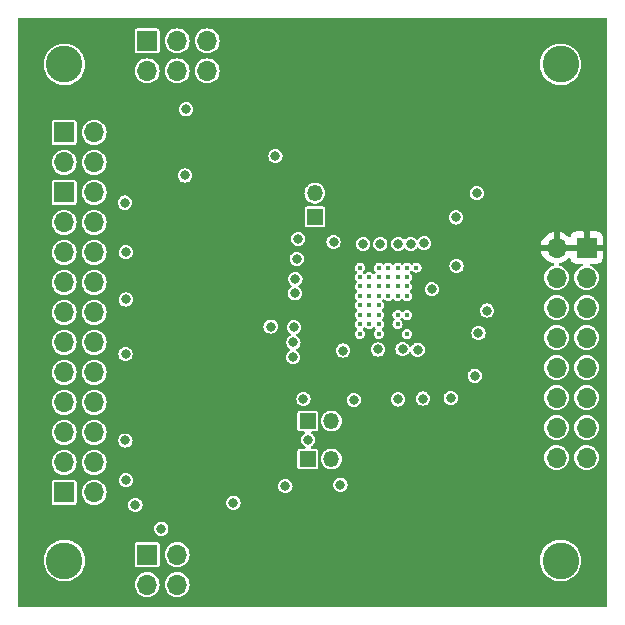
<source format=gbr>
%TF.GenerationSoftware,KiCad,Pcbnew,(7.0.0)*%
%TF.CreationDate,2023-04-27T19:26:51+01:00*%
%TF.ProjectId,OpenBCI_ESP32_ADS1298,4f70656e-4243-4495-9f45-535033325f41,rev?*%
%TF.SameCoordinates,Original*%
%TF.FileFunction,Copper,L3,Inr*%
%TF.FilePolarity,Positive*%
%FSLAX46Y46*%
G04 Gerber Fmt 4.6, Leading zero omitted, Abs format (unit mm)*
G04 Created by KiCad (PCBNEW (7.0.0)) date 2023-04-27 19:26:51*
%MOMM*%
%LPD*%
G01*
G04 APERTURE LIST*
%TA.AperFunction,ComponentPad*%
%ADD10R,1.700000X1.700000*%
%TD*%
%TA.AperFunction,ComponentPad*%
%ADD11O,1.700000X1.700000*%
%TD*%
%TA.AperFunction,ComponentPad*%
%ADD12C,3.100000*%
%TD*%
%TA.AperFunction,ComponentPad*%
%ADD13R,1.350000X1.350000*%
%TD*%
%TA.AperFunction,ComponentPad*%
%ADD14O,1.350000X1.350000*%
%TD*%
%TA.AperFunction,ViaPad*%
%ADD15C,0.800000*%
%TD*%
%TA.AperFunction,ViaPad*%
%ADD16C,0.450000*%
%TD*%
G04 APERTURE END LIST*
D10*
%TO.N,+2V5*%
%TO.C,J1*%
X103969999Y-59749999D03*
D11*
X106509999Y-59749999D03*
%TO.N,GND*%
X103969999Y-62289999D03*
X106509999Y-62289999D03*
D10*
%TO.N,/Analog_Input/BIAS*%
X103969999Y-64829999D03*
D11*
X106509999Y-64829999D03*
%TO.N,/Analog_Input/8N*%
X103969999Y-67369999D03*
%TO.N,/Analog_Input/8P*%
X106509999Y-67369999D03*
%TO.N,/Analog_Input/7N*%
X103969999Y-69909999D03*
%TO.N,/Analog_Input/7P*%
X106509999Y-69909999D03*
%TO.N,/Analog_Input/6N*%
X103969999Y-72449999D03*
%TO.N,/Analog_Input/6P*%
X106509999Y-72449999D03*
%TO.N,/Analog_Input/5N*%
X103969999Y-74989999D03*
%TO.N,/Analog_Input/5P*%
X106509999Y-74989999D03*
%TO.N,/Analog_Input/4N*%
X103969999Y-77529999D03*
%TO.N,/Analog_Input/4P*%
X106509999Y-77529999D03*
%TO.N,/Analog_Input/3N*%
X103969999Y-80069999D03*
%TO.N,/Analog_Input/3P*%
X106509999Y-80069999D03*
%TO.N,/Analog_Input/2N*%
X103969999Y-82609999D03*
%TO.N,/Analog_Input/2P*%
X106509999Y-82609999D03*
%TO.N,/Analog_Input/1N*%
X103969999Y-85149999D03*
%TO.N,/Analog_Input/1P*%
X106509999Y-85149999D03*
%TO.N,/Analog_Input/WCT_OUT*%
X103969999Y-87689999D03*
X106509999Y-87689999D03*
D10*
%TO.N,-2V5*%
X103969999Y-90229999D03*
D11*
X106509999Y-90229999D03*
%TD*%
D10*
%TO.N,+3.3V*%
%TO.C,J2*%
X148199999Y-69499999D03*
D11*
X145659999Y-69499999D03*
%TO.N,/ADS1298/DRDY2*%
X148199999Y-72039999D03*
%TO.N,/ADS1298/DRDY1*%
X145659999Y-72039999D03*
%TO.N,unconnected-(J2-Pin_5-Pad5)*%
X148199999Y-74579999D03*
%TO.N,/ADS1298/DOUT*%
X145659999Y-74579999D03*
%TO.N,unconnected-(J2-Pin_7-Pad7)*%
X148199999Y-77119999D03*
%TO.N,/ADS1298/SCLK*%
X145659999Y-77119999D03*
%TO.N,/ADS1298/CS2*%
X148199999Y-79659999D03*
%TO.N,/ADS1298/CS1*%
X145659999Y-79659999D03*
%TO.N,/ADS1298/RESET*%
X148199999Y-82199999D03*
%TO.N,/ADS1298/CLK*%
X145659999Y-82199999D03*
%TO.N,unconnected-(J2-Pin_13-Pad13)*%
X148199999Y-84739999D03*
%TO.N,/ADS1298/DIN*%
X145659999Y-84739999D03*
%TO.N,GND*%
X148199999Y-87279999D03*
X145659999Y-87279999D03*
%TD*%
D10*
%TO.N,GND*%
%TO.C,J3*%
X110999999Y-51999999D03*
D11*
%TO.N,+2V5*%
X110999999Y-54539999D03*
%TO.N,GND*%
X113539999Y-51999999D03*
%TO.N,+2V5*%
X113539999Y-54539999D03*
%TO.N,GND*%
X116079999Y-51999999D03*
%TO.N,/ADS1298/RL_OUT*%
X116079999Y-54539999D03*
%TD*%
D10*
%TO.N,GND*%
%TO.C,J4*%
X110999999Y-95499999D03*
D11*
%TO.N,-2V5*%
X110999999Y-98039999D03*
%TO.N,GND*%
X113539999Y-95499999D03*
%TO.N,-2V5*%
X113539999Y-98039999D03*
%TD*%
D12*
%TO.N,GND*%
%TO.C,H1*%
X104000000Y-54000000D03*
%TD*%
%TO.N,GND*%
%TO.C,H2*%
X104000000Y-96000000D03*
%TD*%
%TO.N,GND*%
%TO.C,H3*%
X146000000Y-54000000D03*
%TD*%
%TO.N,GND*%
%TO.C,H4*%
X146000000Y-96000000D03*
%TD*%
D13*
%TO.N,Net-(J5-Pin_1)*%
%TO.C,J5*%
X124599999Y-84199999D03*
D14*
%TO.N,Net-(J5-Pin_2)*%
X126599999Y-84199999D03*
%TD*%
D13*
%TO.N,Net-(J6-Pin_1)*%
%TO.C,J6*%
X124599999Y-87399999D03*
D14*
%TO.N,Net-(J6-Pin_2)*%
X126599999Y-87399999D03*
%TD*%
D13*
%TO.N,Net-(J7-Pin_1)*%
%TO.C,J7*%
X125199999Y-66899999D03*
D14*
%TO.N,GND*%
X125199999Y-64899999D03*
%TD*%
D15*
%TO.N,GND*%
X124230000Y-82320000D03*
X134360000Y-82290000D03*
X127360000Y-89580000D03*
X109200000Y-69900000D03*
X138730000Y-80350000D03*
X132620000Y-78090000D03*
X114200000Y-63400000D03*
X114300000Y-57800000D03*
X137130000Y-66950000D03*
X124640000Y-85790000D03*
X110000000Y-91300000D03*
D16*
X133000000Y-72800000D03*
D15*
X112200000Y-93300000D03*
X109200000Y-73900000D03*
X137190000Y-71060000D03*
X118300000Y-91100000D03*
X138900000Y-64900000D03*
D16*
X132200000Y-75200000D03*
X133000000Y-73600000D03*
D15*
X109100000Y-65700000D03*
X130550000Y-78130000D03*
X109157667Y-85834189D03*
X109166432Y-78535681D03*
D16*
X133000000Y-76810000D03*
X130600000Y-74400000D03*
%TO.N,-2V5*%
X131400000Y-71200000D03*
X130600000Y-76800000D03*
X131400000Y-72000000D03*
D15*
X109200000Y-89200000D03*
X133310000Y-69190000D03*
X136700000Y-82240000D03*
D16*
X131400000Y-72800000D03*
D15*
X130740000Y-69180000D03*
X133900000Y-78150000D03*
D16*
X130600000Y-73600000D03*
X131400000Y-73600000D03*
D15*
X132240000Y-82360000D03*
D16*
X133800000Y-71200000D03*
D15*
X128490000Y-82400000D03*
D16*
%TO.N,+2V5*%
X132200000Y-72800000D03*
X130600000Y-72000000D03*
X132200000Y-72000000D03*
X130600000Y-71200000D03*
D15*
X134440000Y-69130000D03*
X129290000Y-69200000D03*
D16*
X132200000Y-71200000D03*
X133000000Y-71200000D03*
%TO.N,/ADS1298/IN1N*%
X129000000Y-76800000D03*
D15*
X123360000Y-78780000D03*
D16*
%TO.N,/ADS1298/IN2N*%
X129000000Y-76000000D03*
D15*
X123380000Y-77540000D03*
%TO.N,/ADS1298/IN3N*%
X123420000Y-76260000D03*
D16*
X129000000Y-75200000D03*
D15*
%TO.N,/ADS1298/IN4N*%
X121450000Y-76190000D03*
D16*
X129000000Y-74400000D03*
D15*
%TO.N,/ADS1298/IN5N*%
X123490000Y-73380000D03*
D16*
X129000000Y-73600000D03*
%TO.N,/ADS1298/IN6N*%
X129000000Y-72800000D03*
D15*
X123550000Y-72190000D03*
D16*
%TO.N,/ADS1298/IN7N*%
X129000000Y-72000000D03*
D15*
X123660000Y-70450000D03*
%TO.N,/ADS1298/IN8N*%
X123790000Y-68760000D03*
D16*
X129000000Y-71200000D03*
D15*
%TO.N,Net-(U7-VCAP3)*%
X132260000Y-69190000D03*
D16*
X133000000Y-72000000D03*
%TO.N,Net-(U7-VCAP4)*%
X129800000Y-76000000D03*
D15*
X127580000Y-78220000D03*
D16*
%TO.N,+3.3V*%
X133800000Y-72800000D03*
D15*
X135160000Y-74940000D03*
X135160000Y-76640000D03*
D16*
X133800000Y-73600000D03*
D15*
X135520000Y-71140000D03*
D16*
X131400000Y-76000000D03*
D15*
X141700000Y-67900000D03*
D16*
%TO.N,/ADS1298/RESET*%
X132200000Y-76000000D03*
D15*
X139050000Y-76760000D03*
%TO.N,/ADS1298/CS*%
X139780000Y-74840000D03*
D16*
X133000000Y-75200000D03*
D15*
%TO.N,/ADS1298/DRDY*%
X135100000Y-73030000D03*
D16*
X132200000Y-73600000D03*
%TO.N,Net-(J5-Pin_1)*%
X129800000Y-74400000D03*
%TO.N,Net-(J5-Pin_2)*%
X129800000Y-75200000D03*
%TO.N,Net-(J6-Pin_1)*%
X130600000Y-75199998D03*
%TO.N,Net-(J6-Pin_2)*%
X130600000Y-76000000D03*
D15*
%TO.N,/ADS1298/WCT*%
X122700000Y-89700000D03*
D16*
X129800000Y-73600000D03*
%TO.N,Net-(J7-Pin_1)*%
X130600000Y-72800000D03*
D15*
%TO.N,Net-(U7-RLDOUT)*%
X126780000Y-69040000D03*
D16*
X129800000Y-72000000D03*
D15*
%TO.N,Net-(U7-RLDINV)*%
X121860000Y-61760000D03*
D16*
X129800000Y-72800000D03*
%TD*%
%TA.AperFunction,Conductor*%
%TO.N,+3.3V*%
G36*
X149925000Y-50038763D02*
G01*
X149961237Y-50075000D01*
X149974500Y-50124500D01*
X149974500Y-99875500D01*
X149961237Y-99925000D01*
X149925000Y-99961237D01*
X149875500Y-99974500D01*
X100124500Y-99974500D01*
X100075000Y-99961237D01*
X100038763Y-99925000D01*
X100025500Y-99875500D01*
X100025500Y-98040000D01*
X109944417Y-98040000D01*
X109964700Y-98245934D01*
X110024768Y-98443954D01*
X110027062Y-98448246D01*
X110027063Y-98448248D01*
X110120023Y-98622163D01*
X110120025Y-98622166D01*
X110122315Y-98626450D01*
X110253590Y-98786410D01*
X110413550Y-98917685D01*
X110596046Y-99015232D01*
X110794066Y-99075300D01*
X111000000Y-99095583D01*
X111205934Y-99075300D01*
X111403954Y-99015232D01*
X111586450Y-98917685D01*
X111746410Y-98786410D01*
X111877685Y-98626450D01*
X111975232Y-98443954D01*
X112035300Y-98245934D01*
X112055583Y-98040000D01*
X112484417Y-98040000D01*
X112504700Y-98245934D01*
X112564768Y-98443954D01*
X112567062Y-98448246D01*
X112567063Y-98448248D01*
X112660023Y-98622163D01*
X112660025Y-98622166D01*
X112662315Y-98626450D01*
X112793590Y-98786410D01*
X112953550Y-98917685D01*
X113136046Y-99015232D01*
X113334066Y-99075300D01*
X113540000Y-99095583D01*
X113745934Y-99075300D01*
X113943954Y-99015232D01*
X114126450Y-98917685D01*
X114286410Y-98786410D01*
X114417685Y-98626450D01*
X114515232Y-98443954D01*
X114575300Y-98245934D01*
X114595583Y-98040000D01*
X114575300Y-97834066D01*
X114515232Y-97636046D01*
X114417685Y-97453550D01*
X114286410Y-97293590D01*
X114126450Y-97162315D01*
X114122166Y-97160025D01*
X114122163Y-97160023D01*
X113948248Y-97067063D01*
X113948246Y-97067062D01*
X113943954Y-97064768D01*
X113939293Y-97063354D01*
X113750590Y-97006112D01*
X113750586Y-97006111D01*
X113745934Y-97004700D01*
X113540000Y-96984417D01*
X113535157Y-96984894D01*
X113338908Y-97004223D01*
X113338907Y-97004223D01*
X113334066Y-97004700D01*
X113329415Y-97006110D01*
X113329409Y-97006112D01*
X113140706Y-97063354D01*
X113140702Y-97063355D01*
X113136046Y-97064768D01*
X113131757Y-97067060D01*
X113131751Y-97067063D01*
X112957836Y-97160023D01*
X112957828Y-97160028D01*
X112953550Y-97162315D01*
X112949796Y-97165394D01*
X112949791Y-97165399D01*
X112797354Y-97290500D01*
X112797348Y-97290505D01*
X112793590Y-97293590D01*
X112790505Y-97297348D01*
X112790500Y-97297354D01*
X112665399Y-97449791D01*
X112665394Y-97449796D01*
X112662315Y-97453550D01*
X112660028Y-97457828D01*
X112660023Y-97457836D01*
X112567063Y-97631751D01*
X112567060Y-97631757D01*
X112564768Y-97636046D01*
X112563355Y-97640702D01*
X112563354Y-97640706D01*
X112506112Y-97829409D01*
X112506110Y-97829415D01*
X112504700Y-97834066D01*
X112484417Y-98040000D01*
X112055583Y-98040000D01*
X112035300Y-97834066D01*
X111975232Y-97636046D01*
X111877685Y-97453550D01*
X111746410Y-97293590D01*
X111586450Y-97162315D01*
X111582166Y-97160025D01*
X111582163Y-97160023D01*
X111408248Y-97067063D01*
X111408246Y-97067062D01*
X111403954Y-97064768D01*
X111399293Y-97063354D01*
X111210590Y-97006112D01*
X111210586Y-97006111D01*
X111205934Y-97004700D01*
X111000000Y-96984417D01*
X110995157Y-96984894D01*
X110798908Y-97004223D01*
X110798907Y-97004223D01*
X110794066Y-97004700D01*
X110789415Y-97006110D01*
X110789409Y-97006112D01*
X110600706Y-97063354D01*
X110600702Y-97063355D01*
X110596046Y-97064768D01*
X110591757Y-97067060D01*
X110591751Y-97067063D01*
X110417836Y-97160023D01*
X110417828Y-97160028D01*
X110413550Y-97162315D01*
X110409796Y-97165394D01*
X110409791Y-97165399D01*
X110257354Y-97290500D01*
X110257348Y-97290505D01*
X110253590Y-97293590D01*
X110250505Y-97297348D01*
X110250500Y-97297354D01*
X110125399Y-97449791D01*
X110125394Y-97449796D01*
X110122315Y-97453550D01*
X110120028Y-97457828D01*
X110120023Y-97457836D01*
X110027063Y-97631751D01*
X110027060Y-97631757D01*
X110024768Y-97636046D01*
X110023355Y-97640702D01*
X110023354Y-97640706D01*
X109966112Y-97829409D01*
X109966110Y-97829415D01*
X109964700Y-97834066D01*
X109944417Y-98040000D01*
X100025500Y-98040000D01*
X100025500Y-96000000D01*
X102244592Y-96000000D01*
X102244869Y-96003696D01*
X102263920Y-96257931D01*
X102263921Y-96257941D01*
X102264198Y-96261630D01*
X102265020Y-96265234D01*
X102265022Y-96265243D01*
X102313274Y-96476645D01*
X102322580Y-96517416D01*
X102323926Y-96520846D01*
X102323929Y-96520855D01*
X102417079Y-96758197D01*
X102417081Y-96758203D01*
X102418432Y-96761643D01*
X102420283Y-96764849D01*
X102547050Y-96984417D01*
X102549614Y-96988857D01*
X102713195Y-97193981D01*
X102905521Y-97372433D01*
X103122296Y-97520228D01*
X103358677Y-97634063D01*
X103362207Y-97635151D01*
X103362210Y-97635153D01*
X103380213Y-97640706D01*
X103609385Y-97711396D01*
X103613051Y-97711948D01*
X103613053Y-97711949D01*
X103658416Y-97718786D01*
X103868818Y-97750500D01*
X104127477Y-97750500D01*
X104131182Y-97750500D01*
X104390615Y-97711396D01*
X104641323Y-97634063D01*
X104877704Y-97520228D01*
X105094479Y-97372433D01*
X105286805Y-97193981D01*
X105450386Y-96988857D01*
X105581568Y-96761643D01*
X105677420Y-96517416D01*
X105711125Y-96369748D01*
X109949500Y-96369748D01*
X109950446Y-96374506D01*
X109950447Y-96374511D01*
X109951534Y-96379976D01*
X109961133Y-96428231D01*
X109966550Y-96436338D01*
X109966551Y-96436340D01*
X110000028Y-96486441D01*
X110005448Y-96494552D01*
X110071769Y-96538867D01*
X110130252Y-96550500D01*
X111864890Y-96550500D01*
X111869748Y-96550500D01*
X111928231Y-96538867D01*
X111994552Y-96494552D01*
X112038867Y-96428231D01*
X112050500Y-96369748D01*
X112050500Y-95500000D01*
X112484417Y-95500000D01*
X112504700Y-95705934D01*
X112564768Y-95903954D01*
X112567062Y-95908246D01*
X112567063Y-95908248D01*
X112660023Y-96082163D01*
X112660025Y-96082166D01*
X112662315Y-96086450D01*
X112793590Y-96246410D01*
X112953550Y-96377685D01*
X113136046Y-96475232D01*
X113334066Y-96535300D01*
X113540000Y-96555583D01*
X113745934Y-96535300D01*
X113943954Y-96475232D01*
X114126450Y-96377685D01*
X114286410Y-96246410D01*
X114417685Y-96086450D01*
X114463894Y-96000000D01*
X144244592Y-96000000D01*
X144244869Y-96003696D01*
X144263920Y-96257931D01*
X144263921Y-96257941D01*
X144264198Y-96261630D01*
X144265020Y-96265234D01*
X144265022Y-96265243D01*
X144313274Y-96476645D01*
X144322580Y-96517416D01*
X144323926Y-96520846D01*
X144323929Y-96520855D01*
X144417079Y-96758197D01*
X144417081Y-96758203D01*
X144418432Y-96761643D01*
X144420283Y-96764849D01*
X144547050Y-96984417D01*
X144549614Y-96988857D01*
X144713195Y-97193981D01*
X144905521Y-97372433D01*
X145122296Y-97520228D01*
X145358677Y-97634063D01*
X145362207Y-97635151D01*
X145362210Y-97635153D01*
X145380213Y-97640706D01*
X145609385Y-97711396D01*
X145613051Y-97711948D01*
X145613053Y-97711949D01*
X145658416Y-97718786D01*
X145868818Y-97750500D01*
X146127477Y-97750500D01*
X146131182Y-97750500D01*
X146390615Y-97711396D01*
X146641323Y-97634063D01*
X146877704Y-97520228D01*
X147094479Y-97372433D01*
X147286805Y-97193981D01*
X147450386Y-96988857D01*
X147581568Y-96761643D01*
X147677420Y-96517416D01*
X147735802Y-96261630D01*
X147755408Y-96000000D01*
X147735802Y-95738370D01*
X147677420Y-95482584D01*
X147581568Y-95238357D01*
X147450386Y-95011143D01*
X147286805Y-94806019D01*
X147094479Y-94627567D01*
X147091420Y-94625481D01*
X147091417Y-94625479D01*
X146880762Y-94481857D01*
X146877704Y-94479772D01*
X146874369Y-94478166D01*
X146874364Y-94478163D01*
X146644657Y-94367542D01*
X146644650Y-94367539D01*
X146641323Y-94365937D01*
X146637799Y-94364850D01*
X146637789Y-94364846D01*
X146394156Y-94289696D01*
X146394152Y-94289695D01*
X146390615Y-94288604D01*
X146386958Y-94288052D01*
X146386946Y-94288050D01*
X146134846Y-94250052D01*
X146134842Y-94250051D01*
X146131182Y-94249500D01*
X145868818Y-94249500D01*
X145865158Y-94250051D01*
X145865153Y-94250052D01*
X145613053Y-94288050D01*
X145613038Y-94288053D01*
X145609385Y-94288604D01*
X145605849Y-94289694D01*
X145605843Y-94289696D01*
X145362210Y-94364846D01*
X145362195Y-94364851D01*
X145358677Y-94365937D01*
X145355353Y-94367537D01*
X145355342Y-94367542D01*
X145125635Y-94478163D01*
X145125624Y-94478169D01*
X145122296Y-94479772D01*
X145119242Y-94481853D01*
X145119237Y-94481857D01*
X144908582Y-94625479D01*
X144908573Y-94625486D01*
X144905521Y-94627567D01*
X144902807Y-94630085D01*
X144902801Y-94630090D01*
X144715909Y-94803500D01*
X144715903Y-94803505D01*
X144713195Y-94806019D01*
X144710893Y-94808905D01*
X144710887Y-94808912D01*
X144551922Y-95008248D01*
X144551917Y-95008253D01*
X144549614Y-95011143D01*
X144547768Y-95014338D01*
X144547764Y-95014346D01*
X144420283Y-95235150D01*
X144420280Y-95235155D01*
X144418432Y-95238357D01*
X144417084Y-95241791D01*
X144417079Y-95241802D01*
X144323929Y-95479144D01*
X144323924Y-95479157D01*
X144322580Y-95482584D01*
X144321758Y-95486182D01*
X144321757Y-95486188D01*
X144265022Y-95734756D01*
X144265020Y-95734767D01*
X144264198Y-95738370D01*
X144263921Y-95742056D01*
X144263920Y-95742068D01*
X144245488Y-95988038D01*
X144244592Y-96000000D01*
X114463894Y-96000000D01*
X114515232Y-95903954D01*
X114575300Y-95705934D01*
X114595583Y-95500000D01*
X114575300Y-95294066D01*
X114515232Y-95096046D01*
X114417685Y-94913550D01*
X114286410Y-94753590D01*
X114126450Y-94622315D01*
X114122166Y-94620025D01*
X114122163Y-94620023D01*
X113948248Y-94527063D01*
X113948246Y-94527062D01*
X113943954Y-94524768D01*
X113939293Y-94523354D01*
X113750590Y-94466112D01*
X113750586Y-94466111D01*
X113745934Y-94464700D01*
X113540000Y-94444417D01*
X113535157Y-94444894D01*
X113338908Y-94464223D01*
X113338907Y-94464223D01*
X113334066Y-94464700D01*
X113329415Y-94466110D01*
X113329409Y-94466112D01*
X113140706Y-94523354D01*
X113140702Y-94523355D01*
X113136046Y-94524768D01*
X113131757Y-94527060D01*
X113131751Y-94527063D01*
X112957836Y-94620023D01*
X112957828Y-94620028D01*
X112953550Y-94622315D01*
X112949796Y-94625394D01*
X112949791Y-94625399D01*
X112797354Y-94750500D01*
X112797348Y-94750505D01*
X112793590Y-94753590D01*
X112790505Y-94757348D01*
X112790500Y-94757354D01*
X112665399Y-94909791D01*
X112665394Y-94909796D01*
X112662315Y-94913550D01*
X112660028Y-94917828D01*
X112660023Y-94917836D01*
X112567063Y-95091751D01*
X112567060Y-95091757D01*
X112564768Y-95096046D01*
X112563355Y-95100702D01*
X112563354Y-95100706D01*
X112506112Y-95289409D01*
X112506110Y-95289415D01*
X112504700Y-95294066D01*
X112484417Y-95500000D01*
X112050500Y-95500000D01*
X112050500Y-94630252D01*
X112038867Y-94571769D01*
X111994552Y-94505448D01*
X111986441Y-94500028D01*
X111936340Y-94466551D01*
X111936338Y-94466550D01*
X111928231Y-94461133D01*
X111918667Y-94459230D01*
X111918666Y-94459230D01*
X111874511Y-94450447D01*
X111874506Y-94450446D01*
X111869748Y-94449500D01*
X110130252Y-94449500D01*
X110125494Y-94450446D01*
X110125488Y-94450447D01*
X110081333Y-94459230D01*
X110081330Y-94459231D01*
X110071769Y-94461133D01*
X110063663Y-94466549D01*
X110063659Y-94466551D01*
X110013558Y-94500028D01*
X110013555Y-94500030D01*
X110005448Y-94505448D01*
X110000030Y-94513555D01*
X110000028Y-94513558D01*
X109966551Y-94563659D01*
X109966549Y-94563663D01*
X109961133Y-94571769D01*
X109959231Y-94581330D01*
X109959230Y-94581333D01*
X109950447Y-94625488D01*
X109950446Y-94625494D01*
X109949500Y-94630252D01*
X109949500Y-96369748D01*
X105711125Y-96369748D01*
X105735802Y-96261630D01*
X105755408Y-96000000D01*
X105735802Y-95738370D01*
X105677420Y-95482584D01*
X105581568Y-95238357D01*
X105450386Y-95011143D01*
X105286805Y-94806019D01*
X105094479Y-94627567D01*
X105091420Y-94625481D01*
X105091417Y-94625479D01*
X104880762Y-94481857D01*
X104877704Y-94479772D01*
X104874369Y-94478166D01*
X104874364Y-94478163D01*
X104644657Y-94367542D01*
X104644650Y-94367539D01*
X104641323Y-94365937D01*
X104637799Y-94364850D01*
X104637789Y-94364846D01*
X104394156Y-94289696D01*
X104394152Y-94289695D01*
X104390615Y-94288604D01*
X104386958Y-94288052D01*
X104386946Y-94288050D01*
X104134846Y-94250052D01*
X104134842Y-94250051D01*
X104131182Y-94249500D01*
X103868818Y-94249500D01*
X103865158Y-94250051D01*
X103865153Y-94250052D01*
X103613053Y-94288050D01*
X103613038Y-94288053D01*
X103609385Y-94288604D01*
X103605849Y-94289694D01*
X103605843Y-94289696D01*
X103362210Y-94364846D01*
X103362195Y-94364851D01*
X103358677Y-94365937D01*
X103355353Y-94367537D01*
X103355342Y-94367542D01*
X103125635Y-94478163D01*
X103125624Y-94478169D01*
X103122296Y-94479772D01*
X103119242Y-94481853D01*
X103119237Y-94481857D01*
X102908582Y-94625479D01*
X102908573Y-94625486D01*
X102905521Y-94627567D01*
X102902807Y-94630085D01*
X102902801Y-94630090D01*
X102715909Y-94803500D01*
X102715903Y-94803505D01*
X102713195Y-94806019D01*
X102710893Y-94808905D01*
X102710887Y-94808912D01*
X102551922Y-95008248D01*
X102551917Y-95008253D01*
X102549614Y-95011143D01*
X102547768Y-95014338D01*
X102547764Y-95014346D01*
X102420283Y-95235150D01*
X102420280Y-95235155D01*
X102418432Y-95238357D01*
X102417084Y-95241791D01*
X102417079Y-95241802D01*
X102323929Y-95479144D01*
X102323924Y-95479157D01*
X102322580Y-95482584D01*
X102321758Y-95486182D01*
X102321757Y-95486188D01*
X102265022Y-95734756D01*
X102265020Y-95734767D01*
X102264198Y-95738370D01*
X102263921Y-95742056D01*
X102263920Y-95742068D01*
X102245488Y-95988038D01*
X102244592Y-96000000D01*
X100025500Y-96000000D01*
X100025500Y-93300000D01*
X111594318Y-93300000D01*
X111595165Y-93306434D01*
X111614108Y-93450326D01*
X111614109Y-93450331D01*
X111614956Y-93456762D01*
X111675464Y-93602841D01*
X111771718Y-93728282D01*
X111897159Y-93824536D01*
X112043238Y-93885044D01*
X112200000Y-93905682D01*
X112356762Y-93885044D01*
X112502841Y-93824536D01*
X112628282Y-93728282D01*
X112724536Y-93602841D01*
X112785044Y-93456762D01*
X112805682Y-93300000D01*
X112785044Y-93143238D01*
X112724536Y-92997159D01*
X112628282Y-92871718D01*
X112502841Y-92775464D01*
X112496847Y-92772981D01*
X112496845Y-92772980D01*
X112362759Y-92717440D01*
X112362758Y-92717439D01*
X112356762Y-92714956D01*
X112350331Y-92714109D01*
X112350326Y-92714108D01*
X112206434Y-92695165D01*
X112200000Y-92694318D01*
X112193566Y-92695165D01*
X112049673Y-92714108D01*
X112049666Y-92714109D01*
X112043238Y-92714956D01*
X112037243Y-92717439D01*
X112037240Y-92717440D01*
X111903154Y-92772980D01*
X111903149Y-92772982D01*
X111897159Y-92775464D01*
X111892015Y-92779411D01*
X111892010Y-92779414D01*
X111776871Y-92867763D01*
X111776866Y-92867767D01*
X111771718Y-92871718D01*
X111767767Y-92876866D01*
X111767763Y-92876871D01*
X111679414Y-92992010D01*
X111679411Y-92992015D01*
X111675464Y-92997159D01*
X111672982Y-93003149D01*
X111672980Y-93003154D01*
X111617440Y-93137240D01*
X111614956Y-93143238D01*
X111614109Y-93149666D01*
X111614108Y-93149673D01*
X111595165Y-93293566D01*
X111594318Y-93300000D01*
X100025500Y-93300000D01*
X100025500Y-91300000D01*
X109394318Y-91300000D01*
X109395165Y-91306434D01*
X109414108Y-91450326D01*
X109414109Y-91450331D01*
X109414956Y-91456762D01*
X109417439Y-91462758D01*
X109417440Y-91462759D01*
X109444580Y-91528282D01*
X109475464Y-91602841D01*
X109479413Y-91607988D01*
X109479414Y-91607989D01*
X109553726Y-91704835D01*
X109571718Y-91728282D01*
X109697159Y-91824536D01*
X109843238Y-91885044D01*
X110000000Y-91905682D01*
X110156762Y-91885044D01*
X110302841Y-91824536D01*
X110428282Y-91728282D01*
X110524536Y-91602841D01*
X110585044Y-91456762D01*
X110605682Y-91300000D01*
X110585044Y-91143238D01*
X110567134Y-91100000D01*
X117694318Y-91100000D01*
X117695165Y-91106434D01*
X117714108Y-91250326D01*
X117714109Y-91250331D01*
X117714956Y-91256762D01*
X117775464Y-91402841D01*
X117779413Y-91407988D01*
X117779414Y-91407989D01*
X117821440Y-91462759D01*
X117871718Y-91528282D01*
X117997159Y-91624536D01*
X118143238Y-91685044D01*
X118300000Y-91705682D01*
X118456762Y-91685044D01*
X118602841Y-91624536D01*
X118728282Y-91528282D01*
X118824536Y-91402841D01*
X118885044Y-91256762D01*
X118905682Y-91100000D01*
X118885044Y-90943238D01*
X118824536Y-90797159D01*
X118728282Y-90671718D01*
X118602841Y-90575464D01*
X118596847Y-90572981D01*
X118596845Y-90572980D01*
X118462759Y-90517440D01*
X118462758Y-90517439D01*
X118456762Y-90514956D01*
X118450331Y-90514109D01*
X118450326Y-90514108D01*
X118306434Y-90495165D01*
X118300000Y-90494318D01*
X118293566Y-90495165D01*
X118149673Y-90514108D01*
X118149666Y-90514109D01*
X118143238Y-90514956D01*
X118137243Y-90517439D01*
X118137240Y-90517440D01*
X118003154Y-90572980D01*
X118003149Y-90572982D01*
X117997159Y-90575464D01*
X117992015Y-90579411D01*
X117992010Y-90579414D01*
X117876871Y-90667763D01*
X117876866Y-90667767D01*
X117871718Y-90671718D01*
X117867767Y-90676866D01*
X117867763Y-90676871D01*
X117779414Y-90792010D01*
X117779411Y-90792015D01*
X117775464Y-90797159D01*
X117772982Y-90803149D01*
X117772980Y-90803154D01*
X117742446Y-90876871D01*
X117714956Y-90943238D01*
X117714109Y-90949666D01*
X117714108Y-90949673D01*
X117695165Y-91093566D01*
X117694318Y-91100000D01*
X110567134Y-91100000D01*
X110524536Y-90997159D01*
X110428282Y-90871718D01*
X110338927Y-90803154D01*
X110307989Y-90779414D01*
X110307988Y-90779413D01*
X110302841Y-90775464D01*
X110296847Y-90772981D01*
X110296845Y-90772980D01*
X110162759Y-90717440D01*
X110162758Y-90717439D01*
X110156762Y-90714956D01*
X110150331Y-90714109D01*
X110150326Y-90714108D01*
X110006434Y-90695165D01*
X110000000Y-90694318D01*
X109993566Y-90695165D01*
X109849673Y-90714108D01*
X109849666Y-90714109D01*
X109843238Y-90714956D01*
X109837243Y-90717439D01*
X109837240Y-90717440D01*
X109703154Y-90772980D01*
X109703149Y-90772982D01*
X109697159Y-90775464D01*
X109692015Y-90779411D01*
X109692010Y-90779414D01*
X109576871Y-90867763D01*
X109576866Y-90867767D01*
X109571718Y-90871718D01*
X109567767Y-90876866D01*
X109567763Y-90876871D01*
X109479414Y-90992010D01*
X109479411Y-90992015D01*
X109475464Y-90997159D01*
X109472982Y-91003149D01*
X109472980Y-91003154D01*
X109417440Y-91137240D01*
X109414956Y-91143238D01*
X109414109Y-91149666D01*
X109414108Y-91149673D01*
X109398417Y-91268867D01*
X109394318Y-91300000D01*
X100025500Y-91300000D01*
X100025500Y-91099748D01*
X102919500Y-91099748D01*
X102920446Y-91104506D01*
X102920447Y-91104511D01*
X102929230Y-91148666D01*
X102931133Y-91158231D01*
X102936550Y-91166338D01*
X102936551Y-91166340D01*
X102970028Y-91216441D01*
X102975448Y-91224552D01*
X103041769Y-91268867D01*
X103100252Y-91280500D01*
X104834890Y-91280500D01*
X104839748Y-91280500D01*
X104898231Y-91268867D01*
X104964552Y-91224552D01*
X105008867Y-91158231D01*
X105020500Y-91099748D01*
X105020500Y-90230000D01*
X105454417Y-90230000D01*
X105474700Y-90435934D01*
X105476111Y-90440586D01*
X105476112Y-90440590D01*
X105533354Y-90629293D01*
X105534768Y-90633954D01*
X105537062Y-90638246D01*
X105537063Y-90638248D01*
X105630023Y-90812163D01*
X105630025Y-90812166D01*
X105632315Y-90816450D01*
X105635398Y-90820207D01*
X105635399Y-90820208D01*
X105741647Y-90949673D01*
X105763590Y-90976410D01*
X105923550Y-91107685D01*
X106106046Y-91205232D01*
X106304066Y-91265300D01*
X106510000Y-91285583D01*
X106715934Y-91265300D01*
X106913954Y-91205232D01*
X107096450Y-91107685D01*
X107256410Y-90976410D01*
X107387685Y-90816450D01*
X107485232Y-90633954D01*
X107545300Y-90435934D01*
X107565583Y-90230000D01*
X107545300Y-90024066D01*
X107485232Y-89826046D01*
X107387685Y-89643550D01*
X107256410Y-89483590D01*
X107182870Y-89423238D01*
X107100208Y-89355399D01*
X107100207Y-89355398D01*
X107096450Y-89352315D01*
X107092166Y-89350025D01*
X107092163Y-89350023D01*
X106918248Y-89257063D01*
X106918246Y-89257062D01*
X106913954Y-89254768D01*
X106909293Y-89253354D01*
X106733407Y-89200000D01*
X108594318Y-89200000D01*
X108595165Y-89206434D01*
X108614108Y-89350326D01*
X108614109Y-89350331D01*
X108614956Y-89356762D01*
X108675464Y-89502841D01*
X108679413Y-89507988D01*
X108679414Y-89507989D01*
X108706461Y-89543238D01*
X108771718Y-89628282D01*
X108897159Y-89724536D01*
X109043238Y-89785044D01*
X109200000Y-89805682D01*
X109356762Y-89785044D01*
X109502841Y-89724536D01*
X109534817Y-89700000D01*
X122094318Y-89700000D01*
X122095165Y-89706434D01*
X122114108Y-89850326D01*
X122114109Y-89850331D01*
X122114956Y-89856762D01*
X122175464Y-90002841D01*
X122271718Y-90128282D01*
X122397159Y-90224536D01*
X122543238Y-90285044D01*
X122700000Y-90305682D01*
X122856762Y-90285044D01*
X123002841Y-90224536D01*
X123128282Y-90128282D01*
X123224536Y-90002841D01*
X123285044Y-89856762D01*
X123305682Y-89700000D01*
X123289884Y-89580000D01*
X126754318Y-89580000D01*
X126755165Y-89586434D01*
X126774108Y-89730326D01*
X126774109Y-89730331D01*
X126774956Y-89736762D01*
X126777439Y-89742758D01*
X126777440Y-89742759D01*
X126827145Y-89862759D01*
X126835464Y-89882841D01*
X126931718Y-90008282D01*
X127057159Y-90104536D01*
X127203238Y-90165044D01*
X127360000Y-90185682D01*
X127516762Y-90165044D01*
X127662841Y-90104536D01*
X127788282Y-90008282D01*
X127884536Y-89882841D01*
X127945044Y-89736762D01*
X127965682Y-89580000D01*
X127945044Y-89423238D01*
X127884536Y-89277159D01*
X127788282Y-89151718D01*
X127714580Y-89095165D01*
X127667989Y-89059414D01*
X127667988Y-89059413D01*
X127662841Y-89055464D01*
X127656847Y-89052981D01*
X127656845Y-89052980D01*
X127522759Y-88997440D01*
X127522758Y-88997439D01*
X127516762Y-88994956D01*
X127510331Y-88994109D01*
X127510326Y-88994108D01*
X127366434Y-88975165D01*
X127360000Y-88974318D01*
X127353566Y-88975165D01*
X127209673Y-88994108D01*
X127209666Y-88994109D01*
X127203238Y-88994956D01*
X127197243Y-88997439D01*
X127197240Y-88997440D01*
X127063154Y-89052980D01*
X127063149Y-89052982D01*
X127057159Y-89055464D01*
X127052015Y-89059411D01*
X127052010Y-89059414D01*
X126936871Y-89147763D01*
X126936866Y-89147767D01*
X126931718Y-89151718D01*
X126927767Y-89156866D01*
X126927763Y-89156871D01*
X126839414Y-89272010D01*
X126839411Y-89272015D01*
X126835464Y-89277159D01*
X126832982Y-89283149D01*
X126832980Y-89283154D01*
X126800007Y-89362759D01*
X126774956Y-89423238D01*
X126774109Y-89429666D01*
X126774108Y-89429673D01*
X126755165Y-89573566D01*
X126754318Y-89580000D01*
X123289884Y-89580000D01*
X123285044Y-89543238D01*
X123224536Y-89397159D01*
X123128282Y-89271718D01*
X123106192Y-89254768D01*
X123007989Y-89179414D01*
X123007988Y-89179413D01*
X123002841Y-89175464D01*
X122996847Y-89172981D01*
X122996845Y-89172980D01*
X122862759Y-89117440D01*
X122862758Y-89117439D01*
X122856762Y-89114956D01*
X122850331Y-89114109D01*
X122850326Y-89114108D01*
X122706434Y-89095165D01*
X122700000Y-89094318D01*
X122693566Y-89095165D01*
X122549673Y-89114108D01*
X122549666Y-89114109D01*
X122543238Y-89114956D01*
X122537243Y-89117439D01*
X122537240Y-89117440D01*
X122403154Y-89172980D01*
X122403149Y-89172982D01*
X122397159Y-89175464D01*
X122392015Y-89179411D01*
X122392010Y-89179414D01*
X122276871Y-89267763D01*
X122276866Y-89267767D01*
X122271718Y-89271718D01*
X122267767Y-89276866D01*
X122267763Y-89276871D01*
X122179414Y-89392010D01*
X122179411Y-89392015D01*
X122175464Y-89397159D01*
X122172982Y-89403149D01*
X122172980Y-89403154D01*
X122117440Y-89537240D01*
X122114956Y-89543238D01*
X122114109Y-89549666D01*
X122114108Y-89549673D01*
X122101185Y-89647836D01*
X122094318Y-89700000D01*
X109534817Y-89700000D01*
X109628282Y-89628282D01*
X109724536Y-89502841D01*
X109785044Y-89356762D01*
X109805682Y-89200000D01*
X109785044Y-89043238D01*
X109724536Y-88897159D01*
X109628282Y-88771718D01*
X109593600Y-88745106D01*
X109507989Y-88679414D01*
X109507988Y-88679413D01*
X109502841Y-88675464D01*
X109496847Y-88672981D01*
X109496845Y-88672980D01*
X109362759Y-88617440D01*
X109362758Y-88617439D01*
X109356762Y-88614956D01*
X109350331Y-88614109D01*
X109350326Y-88614108D01*
X109206434Y-88595165D01*
X109200000Y-88594318D01*
X109193566Y-88595165D01*
X109049673Y-88614108D01*
X109049666Y-88614109D01*
X109043238Y-88614956D01*
X109037243Y-88617439D01*
X109037240Y-88617440D01*
X108903154Y-88672980D01*
X108903149Y-88672982D01*
X108897159Y-88675464D01*
X108892015Y-88679411D01*
X108892010Y-88679414D01*
X108776871Y-88767763D01*
X108776866Y-88767767D01*
X108771718Y-88771718D01*
X108767767Y-88776866D01*
X108767763Y-88776871D01*
X108679414Y-88892010D01*
X108679411Y-88892015D01*
X108675464Y-88897159D01*
X108672982Y-88903149D01*
X108672980Y-88903154D01*
X108635306Y-88994108D01*
X108614956Y-89043238D01*
X108614109Y-89049666D01*
X108614108Y-89049673D01*
X108605514Y-89114956D01*
X108594318Y-89200000D01*
X106733407Y-89200000D01*
X106720590Y-89196112D01*
X106720586Y-89196111D01*
X106715934Y-89194700D01*
X106510000Y-89174417D01*
X106505157Y-89174894D01*
X106308908Y-89194223D01*
X106308907Y-89194223D01*
X106304066Y-89194700D01*
X106299415Y-89196110D01*
X106299409Y-89196112D01*
X106110706Y-89253354D01*
X106110702Y-89253355D01*
X106106046Y-89254768D01*
X106101757Y-89257060D01*
X106101751Y-89257063D01*
X105927836Y-89350023D01*
X105927828Y-89350028D01*
X105923550Y-89352315D01*
X105919796Y-89355394D01*
X105919791Y-89355399D01*
X105767354Y-89480500D01*
X105767348Y-89480505D01*
X105763590Y-89483590D01*
X105760505Y-89487348D01*
X105760500Y-89487354D01*
X105635399Y-89639791D01*
X105635394Y-89639796D01*
X105632315Y-89643550D01*
X105630028Y-89647828D01*
X105630023Y-89647836D01*
X105537063Y-89821751D01*
X105537060Y-89821757D01*
X105534768Y-89826046D01*
X105533355Y-89830702D01*
X105533354Y-89830706D01*
X105476112Y-90019409D01*
X105476110Y-90019415D01*
X105474700Y-90024066D01*
X105454417Y-90230000D01*
X105020500Y-90230000D01*
X105020500Y-89360252D01*
X105008867Y-89301769D01*
X104964552Y-89235448D01*
X104956441Y-89230028D01*
X104906340Y-89196551D01*
X104906338Y-89196550D01*
X104898231Y-89191133D01*
X104888667Y-89189230D01*
X104888666Y-89189230D01*
X104844511Y-89180447D01*
X104844506Y-89180446D01*
X104839748Y-89179500D01*
X103100252Y-89179500D01*
X103095494Y-89180446D01*
X103095488Y-89180447D01*
X103051333Y-89189230D01*
X103051330Y-89189231D01*
X103041769Y-89191133D01*
X103033663Y-89196549D01*
X103033659Y-89196551D01*
X102983558Y-89230028D01*
X102983555Y-89230030D01*
X102975448Y-89235448D01*
X102970030Y-89243555D01*
X102970028Y-89243558D01*
X102936551Y-89293659D01*
X102936549Y-89293663D01*
X102931133Y-89301769D01*
X102929231Y-89311330D01*
X102929230Y-89311333D01*
X102920447Y-89355488D01*
X102920446Y-89355494D01*
X102919500Y-89360252D01*
X102919500Y-91099748D01*
X100025500Y-91099748D01*
X100025500Y-87690000D01*
X102914417Y-87690000D01*
X102934700Y-87895934D01*
X102936111Y-87900586D01*
X102936112Y-87900590D01*
X102942393Y-87921296D01*
X102994768Y-88093954D01*
X102997062Y-88098246D01*
X102997063Y-88098248D01*
X103090023Y-88272163D01*
X103090025Y-88272166D01*
X103092315Y-88276450D01*
X103095398Y-88280207D01*
X103095399Y-88280208D01*
X103123038Y-88313887D01*
X103223590Y-88436410D01*
X103383550Y-88567685D01*
X103566046Y-88665232D01*
X103764066Y-88725300D01*
X103970000Y-88745583D01*
X104175934Y-88725300D01*
X104373954Y-88665232D01*
X104556450Y-88567685D01*
X104716410Y-88436410D01*
X104847685Y-88276450D01*
X104945232Y-88093954D01*
X105005300Y-87895934D01*
X105025583Y-87690000D01*
X105454417Y-87690000D01*
X105474700Y-87895934D01*
X105476111Y-87900586D01*
X105476112Y-87900590D01*
X105482393Y-87921296D01*
X105534768Y-88093954D01*
X105537062Y-88098246D01*
X105537063Y-88098248D01*
X105630023Y-88272163D01*
X105630025Y-88272166D01*
X105632315Y-88276450D01*
X105635398Y-88280207D01*
X105635399Y-88280208D01*
X105663038Y-88313887D01*
X105763590Y-88436410D01*
X105923550Y-88567685D01*
X106106046Y-88665232D01*
X106304066Y-88725300D01*
X106510000Y-88745583D01*
X106715934Y-88725300D01*
X106913954Y-88665232D01*
X107096450Y-88567685D01*
X107256410Y-88436410D01*
X107387685Y-88276450D01*
X107484808Y-88094748D01*
X123724500Y-88094748D01*
X123736133Y-88153231D01*
X123741550Y-88161338D01*
X123741551Y-88161340D01*
X123775028Y-88211441D01*
X123780448Y-88219552D01*
X123846769Y-88263867D01*
X123905252Y-88275500D01*
X125289890Y-88275500D01*
X125294748Y-88275500D01*
X125353231Y-88263867D01*
X125419552Y-88219552D01*
X125463867Y-88153231D01*
X125475500Y-88094748D01*
X125475500Y-87400000D01*
X125719678Y-87400000D01*
X125720220Y-87405157D01*
X125738372Y-87577870D01*
X125738373Y-87577877D01*
X125738915Y-87583029D01*
X125740516Y-87587958D01*
X125740517Y-87587960D01*
X125794183Y-87753128D01*
X125794186Y-87753134D01*
X125795786Y-87758059D01*
X125798379Y-87762551D01*
X125798380Y-87762552D01*
X125885209Y-87912945D01*
X125885212Y-87912950D01*
X125887805Y-87917440D01*
X126010950Y-88054207D01*
X126015140Y-88057251D01*
X126015142Y-88057253D01*
X126132864Y-88142782D01*
X126159839Y-88162381D01*
X126327966Y-88237236D01*
X126507981Y-88275500D01*
X126686831Y-88275500D01*
X126692019Y-88275500D01*
X126872034Y-88237236D01*
X127040161Y-88162381D01*
X127189050Y-88054207D01*
X127312195Y-87917440D01*
X127404214Y-87758059D01*
X127461085Y-87583029D01*
X127480322Y-87400000D01*
X127467710Y-87280000D01*
X144604417Y-87280000D01*
X144624700Y-87485934D01*
X144684768Y-87683954D01*
X144687062Y-87688246D01*
X144687063Y-87688248D01*
X144780023Y-87862163D01*
X144780025Y-87862166D01*
X144782315Y-87866450D01*
X144913590Y-88026410D01*
X145073550Y-88157685D01*
X145077835Y-88159975D01*
X145077836Y-88159976D01*
X145086277Y-88164488D01*
X145256046Y-88255232D01*
X145454066Y-88315300D01*
X145660000Y-88335583D01*
X145865934Y-88315300D01*
X146063954Y-88255232D01*
X146246450Y-88157685D01*
X146406410Y-88026410D01*
X146537685Y-87866450D01*
X146635232Y-87683954D01*
X146695300Y-87485934D01*
X146715583Y-87280000D01*
X147144417Y-87280000D01*
X147164700Y-87485934D01*
X147224768Y-87683954D01*
X147227062Y-87688246D01*
X147227063Y-87688248D01*
X147320023Y-87862163D01*
X147320025Y-87862166D01*
X147322315Y-87866450D01*
X147453590Y-88026410D01*
X147613550Y-88157685D01*
X147617835Y-88159975D01*
X147617836Y-88159976D01*
X147626277Y-88164488D01*
X147796046Y-88255232D01*
X147994066Y-88315300D01*
X148200000Y-88335583D01*
X148405934Y-88315300D01*
X148603954Y-88255232D01*
X148786450Y-88157685D01*
X148946410Y-88026410D01*
X149077685Y-87866450D01*
X149175232Y-87683954D01*
X149235300Y-87485934D01*
X149255583Y-87280000D01*
X149235300Y-87074066D01*
X149175232Y-86876046D01*
X149083940Y-86705252D01*
X149079976Y-86697836D01*
X149079975Y-86697835D01*
X149077685Y-86693550D01*
X148946410Y-86533590D01*
X148936647Y-86525578D01*
X148790208Y-86405399D01*
X148790207Y-86405398D01*
X148786450Y-86402315D01*
X148782166Y-86400025D01*
X148782163Y-86400023D01*
X148608248Y-86307063D01*
X148608246Y-86307062D01*
X148603954Y-86304768D01*
X148477553Y-86266425D01*
X148410590Y-86246112D01*
X148410586Y-86246111D01*
X148405934Y-86244700D01*
X148200000Y-86224417D01*
X148195157Y-86224894D01*
X147998908Y-86244223D01*
X147998907Y-86244223D01*
X147994066Y-86244700D01*
X147989415Y-86246110D01*
X147989409Y-86246112D01*
X147800706Y-86303354D01*
X147800702Y-86303355D01*
X147796046Y-86304768D01*
X147791757Y-86307060D01*
X147791751Y-86307063D01*
X147617836Y-86400023D01*
X147617828Y-86400028D01*
X147613550Y-86402315D01*
X147609796Y-86405394D01*
X147609791Y-86405399D01*
X147457356Y-86530499D01*
X147453590Y-86533590D01*
X147450505Y-86537348D01*
X147450500Y-86537354D01*
X147325399Y-86689791D01*
X147325394Y-86689796D01*
X147322315Y-86693550D01*
X147320028Y-86697828D01*
X147320023Y-86697836D01*
X147227063Y-86871751D01*
X147227060Y-86871757D01*
X147224768Y-86876046D01*
X147223355Y-86880702D01*
X147223354Y-86880706D01*
X147166112Y-87069409D01*
X147166110Y-87069415D01*
X147164700Y-87074066D01*
X147144417Y-87280000D01*
X146715583Y-87280000D01*
X146695300Y-87074066D01*
X146635232Y-86876046D01*
X146543940Y-86705252D01*
X146539976Y-86697836D01*
X146539975Y-86697835D01*
X146537685Y-86693550D01*
X146406410Y-86533590D01*
X146396647Y-86525578D01*
X146250208Y-86405399D01*
X146250207Y-86405398D01*
X146246450Y-86402315D01*
X146242166Y-86400025D01*
X146242163Y-86400023D01*
X146068248Y-86307063D01*
X146068246Y-86307062D01*
X146063954Y-86304768D01*
X145937553Y-86266425D01*
X145870590Y-86246112D01*
X145870586Y-86246111D01*
X145865934Y-86244700D01*
X145660000Y-86224417D01*
X145655157Y-86224894D01*
X145458908Y-86244223D01*
X145458907Y-86244223D01*
X145454066Y-86244700D01*
X145449415Y-86246110D01*
X145449409Y-86246112D01*
X145260706Y-86303354D01*
X145260702Y-86303355D01*
X145256046Y-86304768D01*
X145251757Y-86307060D01*
X145251751Y-86307063D01*
X145077836Y-86400023D01*
X145077828Y-86400028D01*
X145073550Y-86402315D01*
X145069796Y-86405394D01*
X145069791Y-86405399D01*
X144917356Y-86530499D01*
X144913590Y-86533590D01*
X144910505Y-86537348D01*
X144910500Y-86537354D01*
X144785399Y-86689791D01*
X144785394Y-86689796D01*
X144782315Y-86693550D01*
X144780028Y-86697828D01*
X144780023Y-86697836D01*
X144687063Y-86871751D01*
X144687060Y-86871757D01*
X144684768Y-86876046D01*
X144683355Y-86880702D01*
X144683354Y-86880706D01*
X144626112Y-87069409D01*
X144626110Y-87069415D01*
X144624700Y-87074066D01*
X144604417Y-87280000D01*
X127467710Y-87280000D01*
X127461085Y-87216971D01*
X127404214Y-87041941D01*
X127312195Y-86882560D01*
X127189050Y-86745793D01*
X127184860Y-86742749D01*
X127184857Y-86742746D01*
X127044351Y-86640663D01*
X127044349Y-86640662D01*
X127040161Y-86637619D01*
X127035429Y-86635512D01*
X127035427Y-86635511D01*
X126876773Y-86564874D01*
X126872034Y-86562764D01*
X126866967Y-86561686D01*
X126866961Y-86561685D01*
X126697091Y-86525578D01*
X126697090Y-86525577D01*
X126692019Y-86524500D01*
X126507981Y-86524500D01*
X126502910Y-86525577D01*
X126502908Y-86525578D01*
X126333038Y-86561685D01*
X126333030Y-86561687D01*
X126327966Y-86562764D01*
X126323229Y-86564872D01*
X126323226Y-86564874D01*
X126164572Y-86635511D01*
X126164566Y-86635514D01*
X126159839Y-86637619D01*
X126155654Y-86640659D01*
X126155648Y-86640663D01*
X126015142Y-86742746D01*
X126015134Y-86742752D01*
X126010950Y-86745793D01*
X126007484Y-86749642D01*
X126007480Y-86749646D01*
X125891277Y-86878703D01*
X125891273Y-86878707D01*
X125887805Y-86882560D01*
X125885215Y-86887044D01*
X125885209Y-86887054D01*
X125798380Y-87037447D01*
X125798377Y-87037451D01*
X125795786Y-87041941D01*
X125794187Y-87046861D01*
X125794183Y-87046871D01*
X125740517Y-87212039D01*
X125740516Y-87212043D01*
X125738915Y-87216971D01*
X125738373Y-87222120D01*
X125738372Y-87222129D01*
X125731165Y-87290706D01*
X125719678Y-87400000D01*
X125475500Y-87400000D01*
X125475500Y-86705252D01*
X125463867Y-86646769D01*
X125419552Y-86580448D01*
X125411441Y-86575028D01*
X125361340Y-86541551D01*
X125361338Y-86541550D01*
X125353231Y-86536133D01*
X125343667Y-86534230D01*
X125343666Y-86534230D01*
X125299511Y-86525447D01*
X125299506Y-86525446D01*
X125294748Y-86524500D01*
X124933650Y-86524500D01*
X124881923Y-86509911D01*
X124845440Y-86470445D01*
X124834955Y-86417733D01*
X124853557Y-86367309D01*
X124895764Y-86334036D01*
X124898039Y-86333093D01*
X124942841Y-86314536D01*
X125068282Y-86218282D01*
X125164536Y-86092841D01*
X125225044Y-85946762D01*
X125245682Y-85790000D01*
X125225044Y-85633238D01*
X125164536Y-85487159D01*
X125068282Y-85361718D01*
X125027217Y-85330208D01*
X124947989Y-85269414D01*
X124947988Y-85269413D01*
X124942841Y-85265464D01*
X124936846Y-85262981D01*
X124932092Y-85260236D01*
X124895856Y-85223999D01*
X124882593Y-85174499D01*
X124895857Y-85125000D01*
X124932093Y-85088763D01*
X124981593Y-85075500D01*
X125289890Y-85075500D01*
X125294748Y-85075500D01*
X125353231Y-85063867D01*
X125419552Y-85019552D01*
X125463867Y-84953231D01*
X125475500Y-84894748D01*
X125475500Y-84200000D01*
X125719678Y-84200000D01*
X125720220Y-84205157D01*
X125738372Y-84377870D01*
X125738373Y-84377877D01*
X125738915Y-84383029D01*
X125740516Y-84387958D01*
X125740517Y-84387960D01*
X125794183Y-84553128D01*
X125794186Y-84553134D01*
X125795786Y-84558059D01*
X125798379Y-84562551D01*
X125798380Y-84562552D01*
X125885209Y-84712945D01*
X125885212Y-84712950D01*
X125887805Y-84717440D01*
X126010950Y-84854207D01*
X126015140Y-84857251D01*
X126015142Y-84857253D01*
X126128221Y-84939409D01*
X126159839Y-84962381D01*
X126327966Y-85037236D01*
X126507981Y-85075500D01*
X126686831Y-85075500D01*
X126692019Y-85075500D01*
X126872034Y-85037236D01*
X127040161Y-84962381D01*
X127189050Y-84854207D01*
X127291882Y-84740000D01*
X144604417Y-84740000D01*
X144624700Y-84945934D01*
X144626111Y-84950586D01*
X144626112Y-84950590D01*
X144663715Y-85074552D01*
X144684768Y-85143954D01*
X144687062Y-85148246D01*
X144687063Y-85148248D01*
X144780023Y-85322163D01*
X144780025Y-85322166D01*
X144782315Y-85326450D01*
X144785398Y-85330207D01*
X144785399Y-85330208D01*
X144844277Y-85401952D01*
X144913590Y-85486410D01*
X145073550Y-85617685D01*
X145256046Y-85715232D01*
X145454066Y-85775300D01*
X145660000Y-85795583D01*
X145865934Y-85775300D01*
X146063954Y-85715232D01*
X146246450Y-85617685D01*
X146406410Y-85486410D01*
X146537685Y-85326450D01*
X146635232Y-85143954D01*
X146695300Y-84945934D01*
X146715583Y-84740000D01*
X147144417Y-84740000D01*
X147164700Y-84945934D01*
X147166111Y-84950586D01*
X147166112Y-84950590D01*
X147203715Y-85074552D01*
X147224768Y-85143954D01*
X147227062Y-85148246D01*
X147227063Y-85148248D01*
X147320023Y-85322163D01*
X147320025Y-85322166D01*
X147322315Y-85326450D01*
X147325398Y-85330207D01*
X147325399Y-85330208D01*
X147384277Y-85401952D01*
X147453590Y-85486410D01*
X147613550Y-85617685D01*
X147796046Y-85715232D01*
X147994066Y-85775300D01*
X148200000Y-85795583D01*
X148405934Y-85775300D01*
X148603954Y-85715232D01*
X148786450Y-85617685D01*
X148946410Y-85486410D01*
X149077685Y-85326450D01*
X149175232Y-85143954D01*
X149235300Y-84945934D01*
X149255583Y-84740000D01*
X149235300Y-84534066D01*
X149175232Y-84336046D01*
X149077685Y-84153550D01*
X148946410Y-83993590D01*
X148786450Y-83862315D01*
X148782166Y-83860025D01*
X148782163Y-83860023D01*
X148608248Y-83767063D01*
X148608246Y-83767062D01*
X148603954Y-83764768D01*
X148599293Y-83763354D01*
X148410590Y-83706112D01*
X148410586Y-83706111D01*
X148405934Y-83704700D01*
X148200000Y-83684417D01*
X148195157Y-83684894D01*
X147998908Y-83704223D01*
X147998907Y-83704223D01*
X147994066Y-83704700D01*
X147989415Y-83706110D01*
X147989409Y-83706112D01*
X147800706Y-83763354D01*
X147800702Y-83763355D01*
X147796046Y-83764768D01*
X147791757Y-83767060D01*
X147791751Y-83767063D01*
X147617836Y-83860023D01*
X147617828Y-83860028D01*
X147613550Y-83862315D01*
X147609796Y-83865394D01*
X147609791Y-83865399D01*
X147457354Y-83990500D01*
X147457348Y-83990505D01*
X147453590Y-83993590D01*
X147450505Y-83997348D01*
X147450500Y-83997354D01*
X147325399Y-84149791D01*
X147325394Y-84149796D01*
X147322315Y-84153550D01*
X147320028Y-84157828D01*
X147320023Y-84157836D01*
X147227063Y-84331751D01*
X147227060Y-84331757D01*
X147224768Y-84336046D01*
X147223355Y-84340702D01*
X147223354Y-84340706D01*
X147166112Y-84529409D01*
X147166110Y-84529415D01*
X147164700Y-84534066D01*
X147164223Y-84538907D01*
X147164223Y-84538908D01*
X147162337Y-84558059D01*
X147144417Y-84740000D01*
X146715583Y-84740000D01*
X146695300Y-84534066D01*
X146635232Y-84336046D01*
X146537685Y-84153550D01*
X146406410Y-83993590D01*
X146246450Y-83862315D01*
X146242166Y-83860025D01*
X146242163Y-83860023D01*
X146068248Y-83767063D01*
X146068246Y-83767062D01*
X146063954Y-83764768D01*
X146059293Y-83763354D01*
X145870590Y-83706112D01*
X145870586Y-83706111D01*
X145865934Y-83704700D01*
X145660000Y-83684417D01*
X145655157Y-83684894D01*
X145458908Y-83704223D01*
X145458907Y-83704223D01*
X145454066Y-83704700D01*
X145449415Y-83706110D01*
X145449409Y-83706112D01*
X145260706Y-83763354D01*
X145260702Y-83763355D01*
X145256046Y-83764768D01*
X145251757Y-83767060D01*
X145251751Y-83767063D01*
X145077836Y-83860023D01*
X145077828Y-83860028D01*
X145073550Y-83862315D01*
X145069796Y-83865394D01*
X145069791Y-83865399D01*
X144917354Y-83990500D01*
X144917348Y-83990505D01*
X144913590Y-83993590D01*
X144910505Y-83997348D01*
X144910500Y-83997354D01*
X144785399Y-84149791D01*
X144785394Y-84149796D01*
X144782315Y-84153550D01*
X144780028Y-84157828D01*
X144780023Y-84157836D01*
X144687063Y-84331751D01*
X144687060Y-84331757D01*
X144684768Y-84336046D01*
X144683355Y-84340702D01*
X144683354Y-84340706D01*
X144626112Y-84529409D01*
X144626110Y-84529415D01*
X144624700Y-84534066D01*
X144624223Y-84538907D01*
X144624223Y-84538908D01*
X144622337Y-84558059D01*
X144604417Y-84740000D01*
X127291882Y-84740000D01*
X127312195Y-84717440D01*
X127404214Y-84558059D01*
X127461085Y-84383029D01*
X127480322Y-84200000D01*
X127461085Y-84016971D01*
X127404214Y-83841941D01*
X127312195Y-83682560D01*
X127189050Y-83545793D01*
X127184860Y-83542749D01*
X127184857Y-83542746D01*
X127044351Y-83440663D01*
X127044349Y-83440662D01*
X127040161Y-83437619D01*
X127035429Y-83435512D01*
X127035427Y-83435511D01*
X126876773Y-83364874D01*
X126872034Y-83362764D01*
X126866967Y-83361686D01*
X126866961Y-83361685D01*
X126697091Y-83325578D01*
X126697090Y-83325577D01*
X126692019Y-83324500D01*
X126507981Y-83324500D01*
X126502910Y-83325577D01*
X126502908Y-83325578D01*
X126333038Y-83361685D01*
X126333030Y-83361687D01*
X126327966Y-83362764D01*
X126323229Y-83364872D01*
X126323226Y-83364874D01*
X126164572Y-83435511D01*
X126164566Y-83435514D01*
X126159839Y-83437619D01*
X126155654Y-83440659D01*
X126155648Y-83440663D01*
X126015142Y-83542746D01*
X126015134Y-83542752D01*
X126010950Y-83545793D01*
X126007484Y-83549642D01*
X126007480Y-83549646D01*
X125891277Y-83678703D01*
X125891273Y-83678707D01*
X125887805Y-83682560D01*
X125885215Y-83687044D01*
X125885209Y-83687054D01*
X125798380Y-83837447D01*
X125798377Y-83837451D01*
X125795786Y-83841941D01*
X125794187Y-83846861D01*
X125794183Y-83846871D01*
X125740517Y-84012039D01*
X125740516Y-84012043D01*
X125738915Y-84016971D01*
X125738373Y-84022120D01*
X125738372Y-84022129D01*
X125722330Y-84174768D01*
X125719678Y-84200000D01*
X125475500Y-84200000D01*
X125475500Y-83505252D01*
X125463867Y-83446769D01*
X125419552Y-83380448D01*
X125411441Y-83375028D01*
X125361340Y-83341551D01*
X125361338Y-83341550D01*
X125353231Y-83336133D01*
X125343667Y-83334230D01*
X125343666Y-83334230D01*
X125299511Y-83325447D01*
X125299506Y-83325446D01*
X125294748Y-83324500D01*
X123905252Y-83324500D01*
X123900494Y-83325446D01*
X123900488Y-83325447D01*
X123856333Y-83334230D01*
X123856330Y-83334231D01*
X123846769Y-83336133D01*
X123838663Y-83341549D01*
X123838659Y-83341551D01*
X123788558Y-83375028D01*
X123788555Y-83375030D01*
X123780448Y-83380448D01*
X123775030Y-83388555D01*
X123775028Y-83388558D01*
X123741551Y-83438659D01*
X123741549Y-83438663D01*
X123736133Y-83446769D01*
X123734231Y-83456330D01*
X123734230Y-83456333D01*
X123725447Y-83500488D01*
X123725446Y-83500494D01*
X123724500Y-83505252D01*
X123724500Y-84894748D01*
X123725446Y-84899506D01*
X123725447Y-84899511D01*
X123733718Y-84941091D01*
X123736133Y-84953231D01*
X123741550Y-84961338D01*
X123741551Y-84961340D01*
X123775028Y-85011441D01*
X123780448Y-85019552D01*
X123846769Y-85063867D01*
X123905252Y-85075500D01*
X123910110Y-85075500D01*
X124298407Y-85075500D01*
X124347907Y-85088763D01*
X124384143Y-85125000D01*
X124397407Y-85174499D01*
X124384144Y-85223999D01*
X124347908Y-85260236D01*
X124343152Y-85262981D01*
X124337159Y-85265464D01*
X124332015Y-85269411D01*
X124332010Y-85269414D01*
X124216871Y-85357763D01*
X124216866Y-85357767D01*
X124211718Y-85361718D01*
X124207767Y-85366866D01*
X124207763Y-85366871D01*
X124119414Y-85482010D01*
X124119411Y-85482015D01*
X124115464Y-85487159D01*
X124112982Y-85493149D01*
X124112980Y-85493154D01*
X124062676Y-85614600D01*
X124054956Y-85633238D01*
X124054109Y-85639666D01*
X124054108Y-85639673D01*
X124044161Y-85715232D01*
X124034318Y-85790000D01*
X124035165Y-85796434D01*
X124054108Y-85940326D01*
X124054109Y-85940331D01*
X124054956Y-85946762D01*
X124057439Y-85952758D01*
X124057440Y-85952759D01*
X124087197Y-86024600D01*
X124115464Y-86092841D01*
X124119413Y-86097988D01*
X124119414Y-86097989D01*
X124153321Y-86142178D01*
X124211718Y-86218282D01*
X124337159Y-86314536D01*
X124378207Y-86331538D01*
X124384236Y-86334036D01*
X124426443Y-86367309D01*
X124445045Y-86417733D01*
X124434560Y-86470445D01*
X124398077Y-86509911D01*
X124346350Y-86524500D01*
X123905252Y-86524500D01*
X123900494Y-86525446D01*
X123900488Y-86525447D01*
X123856333Y-86534230D01*
X123856330Y-86534231D01*
X123846769Y-86536133D01*
X123838663Y-86541549D01*
X123838659Y-86541551D01*
X123788558Y-86575028D01*
X123788555Y-86575030D01*
X123780448Y-86580448D01*
X123775030Y-86588555D01*
X123775028Y-86588558D01*
X123741551Y-86638659D01*
X123741549Y-86638663D01*
X123736133Y-86646769D01*
X123734231Y-86656330D01*
X123734230Y-86656333D01*
X123725447Y-86700488D01*
X123725446Y-86700494D01*
X123724500Y-86705252D01*
X123724500Y-88094748D01*
X107484808Y-88094748D01*
X107485232Y-88093954D01*
X107545300Y-87895934D01*
X107565583Y-87690000D01*
X107545300Y-87484066D01*
X107485232Y-87286046D01*
X107387685Y-87103550D01*
X107256410Y-86943590D01*
X107177344Y-86878703D01*
X107100208Y-86815399D01*
X107100207Y-86815398D01*
X107096450Y-86812315D01*
X107092166Y-86810025D01*
X107092163Y-86810023D01*
X106918248Y-86717063D01*
X106918246Y-86717062D01*
X106913954Y-86714768D01*
X106909293Y-86713354D01*
X106720590Y-86656112D01*
X106720586Y-86656111D01*
X106715934Y-86654700D01*
X106510000Y-86634417D01*
X106505157Y-86634894D01*
X106308908Y-86654223D01*
X106308907Y-86654223D01*
X106304066Y-86654700D01*
X106299415Y-86656110D01*
X106299409Y-86656112D01*
X106110706Y-86713354D01*
X106110702Y-86713355D01*
X106106046Y-86714768D01*
X106101757Y-86717060D01*
X106101751Y-86717063D01*
X105927836Y-86810023D01*
X105927828Y-86810028D01*
X105923550Y-86812315D01*
X105919796Y-86815394D01*
X105919791Y-86815399D01*
X105767354Y-86940500D01*
X105767348Y-86940505D01*
X105763590Y-86943590D01*
X105760505Y-86947348D01*
X105760500Y-86947354D01*
X105635399Y-87099791D01*
X105635394Y-87099796D01*
X105632315Y-87103550D01*
X105630028Y-87107828D01*
X105630023Y-87107836D01*
X105537063Y-87281751D01*
X105537060Y-87281757D01*
X105534768Y-87286046D01*
X105533355Y-87290702D01*
X105533354Y-87290706D01*
X105476112Y-87479409D01*
X105476110Y-87479415D01*
X105474700Y-87484066D01*
X105454417Y-87690000D01*
X105025583Y-87690000D01*
X105005300Y-87484066D01*
X104945232Y-87286046D01*
X104847685Y-87103550D01*
X104716410Y-86943590D01*
X104637344Y-86878703D01*
X104560208Y-86815399D01*
X104560207Y-86815398D01*
X104556450Y-86812315D01*
X104552166Y-86810025D01*
X104552163Y-86810023D01*
X104378248Y-86717063D01*
X104378246Y-86717062D01*
X104373954Y-86714768D01*
X104369293Y-86713354D01*
X104180590Y-86656112D01*
X104180586Y-86656111D01*
X104175934Y-86654700D01*
X103970000Y-86634417D01*
X103965157Y-86634894D01*
X103768908Y-86654223D01*
X103768907Y-86654223D01*
X103764066Y-86654700D01*
X103759415Y-86656110D01*
X103759409Y-86656112D01*
X103570706Y-86713354D01*
X103570702Y-86713355D01*
X103566046Y-86714768D01*
X103561757Y-86717060D01*
X103561751Y-86717063D01*
X103387836Y-86810023D01*
X103387828Y-86810028D01*
X103383550Y-86812315D01*
X103379796Y-86815394D01*
X103379791Y-86815399D01*
X103227354Y-86940500D01*
X103227348Y-86940505D01*
X103223590Y-86943590D01*
X103220505Y-86947348D01*
X103220500Y-86947354D01*
X103095399Y-87099791D01*
X103095394Y-87099796D01*
X103092315Y-87103550D01*
X103090028Y-87107828D01*
X103090023Y-87107836D01*
X102997063Y-87281751D01*
X102997060Y-87281757D01*
X102994768Y-87286046D01*
X102993355Y-87290702D01*
X102993354Y-87290706D01*
X102936112Y-87479409D01*
X102936110Y-87479415D01*
X102934700Y-87484066D01*
X102914417Y-87690000D01*
X100025500Y-87690000D01*
X100025500Y-85150000D01*
X102914417Y-85150000D01*
X102934700Y-85355934D01*
X102936111Y-85360586D01*
X102936112Y-85360590D01*
X102989729Y-85537343D01*
X102994768Y-85553954D01*
X102997062Y-85558246D01*
X102997063Y-85558248D01*
X103090023Y-85732163D01*
X103090025Y-85732166D01*
X103092315Y-85736450D01*
X103095398Y-85740207D01*
X103095399Y-85740208D01*
X103167246Y-85827755D01*
X103223590Y-85896410D01*
X103383550Y-86027685D01*
X103566046Y-86125232D01*
X103764066Y-86185300D01*
X103970000Y-86205583D01*
X104175934Y-86185300D01*
X104373954Y-86125232D01*
X104556450Y-86027685D01*
X104716410Y-85896410D01*
X104847685Y-85736450D01*
X104945232Y-85553954D01*
X105005300Y-85355934D01*
X105025583Y-85150000D01*
X105454417Y-85150000D01*
X105474700Y-85355934D01*
X105476111Y-85360586D01*
X105476112Y-85360590D01*
X105529729Y-85537343D01*
X105534768Y-85553954D01*
X105537062Y-85558246D01*
X105537063Y-85558248D01*
X105630023Y-85732163D01*
X105630025Y-85732166D01*
X105632315Y-85736450D01*
X105635398Y-85740207D01*
X105635399Y-85740208D01*
X105707246Y-85827755D01*
X105763590Y-85896410D01*
X105923550Y-86027685D01*
X106106046Y-86125232D01*
X106304066Y-86185300D01*
X106510000Y-86205583D01*
X106715934Y-86185300D01*
X106913954Y-86125232D01*
X107096450Y-86027685D01*
X107256410Y-85896410D01*
X107307473Y-85834189D01*
X108551985Y-85834189D01*
X108552832Y-85840623D01*
X108571775Y-85984515D01*
X108571776Y-85984520D01*
X108572623Y-85990951D01*
X108575106Y-85996947D01*
X108575107Y-85996948D01*
X108616959Y-86097989D01*
X108633131Y-86137030D01*
X108637080Y-86142177D01*
X108637081Y-86142178D01*
X108698511Y-86222236D01*
X108729385Y-86262471D01*
X108854826Y-86358725D01*
X109000905Y-86419233D01*
X109157667Y-86439871D01*
X109314429Y-86419233D01*
X109460508Y-86358725D01*
X109585949Y-86262471D01*
X109682203Y-86137030D01*
X109742711Y-85990951D01*
X109763349Y-85834189D01*
X109742711Y-85677427D01*
X109682203Y-85531348D01*
X109585949Y-85405907D01*
X109523206Y-85357763D01*
X109465656Y-85313603D01*
X109465655Y-85313602D01*
X109460508Y-85309653D01*
X109454514Y-85307170D01*
X109454512Y-85307169D01*
X109320426Y-85251629D01*
X109320425Y-85251628D01*
X109314429Y-85249145D01*
X109307998Y-85248298D01*
X109307993Y-85248297D01*
X109164101Y-85229354D01*
X109157667Y-85228507D01*
X109151233Y-85229354D01*
X109007340Y-85248297D01*
X109007333Y-85248298D01*
X109000905Y-85249145D01*
X108994910Y-85251628D01*
X108994907Y-85251629D01*
X108860821Y-85307169D01*
X108860816Y-85307171D01*
X108854826Y-85309653D01*
X108849682Y-85313600D01*
X108849677Y-85313603D01*
X108734538Y-85401952D01*
X108734533Y-85401956D01*
X108729385Y-85405907D01*
X108725434Y-85411055D01*
X108725430Y-85411060D01*
X108637081Y-85526199D01*
X108637078Y-85526204D01*
X108633131Y-85531348D01*
X108630649Y-85537338D01*
X108630647Y-85537343D01*
X108588261Y-85639673D01*
X108572623Y-85677427D01*
X108571776Y-85683855D01*
X108571775Y-85683862D01*
X108552832Y-85827755D01*
X108551985Y-85834189D01*
X107307473Y-85834189D01*
X107387685Y-85736450D01*
X107485232Y-85553954D01*
X107545300Y-85355934D01*
X107565583Y-85150000D01*
X107545300Y-84944066D01*
X107485232Y-84746046D01*
X107387685Y-84563550D01*
X107256410Y-84403590D01*
X107168873Y-84331751D01*
X107100208Y-84275399D01*
X107100207Y-84275398D01*
X107096450Y-84272315D01*
X107092166Y-84270025D01*
X107092163Y-84270023D01*
X106918248Y-84177063D01*
X106918246Y-84177062D01*
X106913954Y-84174768D01*
X106909293Y-84173354D01*
X106720590Y-84116112D01*
X106720586Y-84116111D01*
X106715934Y-84114700D01*
X106510000Y-84094417D01*
X106505157Y-84094894D01*
X106308908Y-84114223D01*
X106308907Y-84114223D01*
X106304066Y-84114700D01*
X106299415Y-84116110D01*
X106299409Y-84116112D01*
X106110706Y-84173354D01*
X106110702Y-84173355D01*
X106106046Y-84174768D01*
X106101757Y-84177060D01*
X106101751Y-84177063D01*
X105927836Y-84270023D01*
X105927828Y-84270028D01*
X105923550Y-84272315D01*
X105919796Y-84275394D01*
X105919791Y-84275399D01*
X105767354Y-84400500D01*
X105767348Y-84400505D01*
X105763590Y-84403590D01*
X105760505Y-84407348D01*
X105760500Y-84407354D01*
X105635399Y-84559791D01*
X105635394Y-84559796D01*
X105632315Y-84563550D01*
X105630028Y-84567828D01*
X105630023Y-84567836D01*
X105537063Y-84741751D01*
X105537060Y-84741757D01*
X105534768Y-84746046D01*
X105533355Y-84750702D01*
X105533354Y-84750706D01*
X105476112Y-84939409D01*
X105476110Y-84939415D01*
X105474700Y-84944066D01*
X105474223Y-84948907D01*
X105474223Y-84948908D01*
X105468064Y-85011441D01*
X105454417Y-85150000D01*
X105025583Y-85150000D01*
X105005300Y-84944066D01*
X104945232Y-84746046D01*
X104847685Y-84563550D01*
X104716410Y-84403590D01*
X104628873Y-84331751D01*
X104560208Y-84275399D01*
X104560207Y-84275398D01*
X104556450Y-84272315D01*
X104552166Y-84270025D01*
X104552163Y-84270023D01*
X104378248Y-84177063D01*
X104378246Y-84177062D01*
X104373954Y-84174768D01*
X104369293Y-84173354D01*
X104180590Y-84116112D01*
X104180586Y-84116111D01*
X104175934Y-84114700D01*
X103970000Y-84094417D01*
X103965157Y-84094894D01*
X103768908Y-84114223D01*
X103768907Y-84114223D01*
X103764066Y-84114700D01*
X103759415Y-84116110D01*
X103759409Y-84116112D01*
X103570706Y-84173354D01*
X103570702Y-84173355D01*
X103566046Y-84174768D01*
X103561757Y-84177060D01*
X103561751Y-84177063D01*
X103387836Y-84270023D01*
X103387828Y-84270028D01*
X103383550Y-84272315D01*
X103379796Y-84275394D01*
X103379791Y-84275399D01*
X103227354Y-84400500D01*
X103227348Y-84400505D01*
X103223590Y-84403590D01*
X103220505Y-84407348D01*
X103220500Y-84407354D01*
X103095399Y-84559791D01*
X103095394Y-84559796D01*
X103092315Y-84563550D01*
X103090028Y-84567828D01*
X103090023Y-84567836D01*
X102997063Y-84741751D01*
X102997060Y-84741757D01*
X102994768Y-84746046D01*
X102993355Y-84750702D01*
X102993354Y-84750706D01*
X102936112Y-84939409D01*
X102936110Y-84939415D01*
X102934700Y-84944066D01*
X102934223Y-84948907D01*
X102934223Y-84948908D01*
X102928064Y-85011441D01*
X102914417Y-85150000D01*
X100025500Y-85150000D01*
X100025500Y-82610000D01*
X102914417Y-82610000D01*
X102934700Y-82815934D01*
X102936111Y-82820586D01*
X102936112Y-82820590D01*
X102985998Y-82985044D01*
X102994768Y-83013954D01*
X102997062Y-83018246D01*
X102997063Y-83018248D01*
X103090023Y-83192163D01*
X103090025Y-83192166D01*
X103092315Y-83196450D01*
X103095398Y-83200207D01*
X103095399Y-83200208D01*
X103211395Y-83341551D01*
X103223590Y-83356410D01*
X103383550Y-83487685D01*
X103387835Y-83489975D01*
X103387836Y-83489976D01*
X103416415Y-83505252D01*
X103566046Y-83585232D01*
X103764066Y-83645300D01*
X103970000Y-83665583D01*
X104175934Y-83645300D01*
X104373954Y-83585232D01*
X104556450Y-83487685D01*
X104716410Y-83356410D01*
X104847685Y-83196450D01*
X104945232Y-83013954D01*
X105005300Y-82815934D01*
X105025583Y-82610000D01*
X105454417Y-82610000D01*
X105474700Y-82815934D01*
X105476111Y-82820586D01*
X105476112Y-82820590D01*
X105525998Y-82985044D01*
X105534768Y-83013954D01*
X105537062Y-83018246D01*
X105537063Y-83018248D01*
X105630023Y-83192163D01*
X105630025Y-83192166D01*
X105632315Y-83196450D01*
X105635398Y-83200207D01*
X105635399Y-83200208D01*
X105751395Y-83341551D01*
X105763590Y-83356410D01*
X105923550Y-83487685D01*
X105927835Y-83489975D01*
X105927836Y-83489976D01*
X105956415Y-83505252D01*
X106106046Y-83585232D01*
X106304066Y-83645300D01*
X106510000Y-83665583D01*
X106715934Y-83645300D01*
X106913954Y-83585232D01*
X107096450Y-83487685D01*
X107256410Y-83356410D01*
X107387685Y-83196450D01*
X107485232Y-83013954D01*
X107545300Y-82815934D01*
X107565583Y-82610000D01*
X107545300Y-82404066D01*
X107519799Y-82320000D01*
X123624318Y-82320000D01*
X123625165Y-82326434D01*
X123644108Y-82470326D01*
X123644109Y-82470331D01*
X123644956Y-82476762D01*
X123647439Y-82482758D01*
X123647440Y-82482759D01*
X123697640Y-82603954D01*
X123705464Y-82622841D01*
X123801718Y-82748282D01*
X123927159Y-82844536D01*
X124073238Y-82905044D01*
X124230000Y-82925682D01*
X124386762Y-82905044D01*
X124532841Y-82844536D01*
X124658282Y-82748282D01*
X124754536Y-82622841D01*
X124815044Y-82476762D01*
X124825150Y-82400000D01*
X127884318Y-82400000D01*
X127885165Y-82406434D01*
X127904108Y-82550326D01*
X127904109Y-82550331D01*
X127904956Y-82556762D01*
X127907439Y-82562758D01*
X127907440Y-82562759D01*
X127924503Y-82603954D01*
X127965464Y-82702841D01*
X127969413Y-82707988D01*
X127969414Y-82707989D01*
X128057326Y-82822559D01*
X128061718Y-82828282D01*
X128187159Y-82924536D01*
X128333238Y-82985044D01*
X128490000Y-83005682D01*
X128646762Y-82985044D01*
X128792841Y-82924536D01*
X128918282Y-82828282D01*
X129014536Y-82702841D01*
X129075044Y-82556762D01*
X129095682Y-82400000D01*
X129090416Y-82360000D01*
X131634318Y-82360000D01*
X131635165Y-82366434D01*
X131654108Y-82510326D01*
X131654109Y-82510331D01*
X131654956Y-82516762D01*
X131657439Y-82522758D01*
X131657440Y-82522759D01*
X131695582Y-82614843D01*
X131715464Y-82662841D01*
X131811718Y-82788282D01*
X131937159Y-82884536D01*
X132083238Y-82945044D01*
X132240000Y-82965682D01*
X132396762Y-82945044D01*
X132542841Y-82884536D01*
X132668282Y-82788282D01*
X132764536Y-82662841D01*
X132825044Y-82516762D01*
X132845682Y-82360000D01*
X132836466Y-82290000D01*
X133754318Y-82290000D01*
X133755165Y-82296434D01*
X133774108Y-82440326D01*
X133774109Y-82440331D01*
X133774956Y-82446762D01*
X133777439Y-82452758D01*
X133777440Y-82452759D01*
X133823003Y-82562759D01*
X133835464Y-82592841D01*
X133839413Y-82597988D01*
X133839414Y-82597989D01*
X133852346Y-82614843D01*
X133931718Y-82718282D01*
X134057159Y-82814536D01*
X134203238Y-82875044D01*
X134360000Y-82895682D01*
X134516762Y-82875044D01*
X134662841Y-82814536D01*
X134788282Y-82718282D01*
X134884536Y-82592841D01*
X134945044Y-82446762D01*
X134965682Y-82290000D01*
X134959099Y-82240000D01*
X136094318Y-82240000D01*
X136095165Y-82246434D01*
X136114108Y-82390326D01*
X136114109Y-82390331D01*
X136114956Y-82396762D01*
X136117439Y-82402758D01*
X136117440Y-82402759D01*
X136167145Y-82522759D01*
X136175464Y-82542841D01*
X136179413Y-82547988D01*
X136179414Y-82547989D01*
X136223280Y-82605157D01*
X136271718Y-82668282D01*
X136397159Y-82764536D01*
X136543238Y-82825044D01*
X136700000Y-82845682D01*
X136856762Y-82825044D01*
X137002841Y-82764536D01*
X137128282Y-82668282D01*
X137224536Y-82542841D01*
X137285044Y-82396762D01*
X137305682Y-82240000D01*
X137300416Y-82200000D01*
X144604417Y-82200000D01*
X144624700Y-82405934D01*
X144626111Y-82410586D01*
X144626112Y-82410590D01*
X144683354Y-82599293D01*
X144684768Y-82603954D01*
X144687062Y-82608246D01*
X144687063Y-82608248D01*
X144780023Y-82782163D01*
X144780025Y-82782166D01*
X144782315Y-82786450D01*
X144785398Y-82790207D01*
X144785399Y-82790208D01*
X144910429Y-82942559D01*
X144913590Y-82946410D01*
X145073550Y-83077685D01*
X145256046Y-83175232D01*
X145454066Y-83235300D01*
X145660000Y-83255583D01*
X145865934Y-83235300D01*
X146063954Y-83175232D01*
X146246450Y-83077685D01*
X146406410Y-82946410D01*
X146537685Y-82786450D01*
X146635232Y-82603954D01*
X146695300Y-82405934D01*
X146715583Y-82200000D01*
X147144417Y-82200000D01*
X147164700Y-82405934D01*
X147166111Y-82410586D01*
X147166112Y-82410590D01*
X147223354Y-82599293D01*
X147224768Y-82603954D01*
X147227062Y-82608246D01*
X147227063Y-82608248D01*
X147320023Y-82782163D01*
X147320025Y-82782166D01*
X147322315Y-82786450D01*
X147325398Y-82790207D01*
X147325399Y-82790208D01*
X147450429Y-82942559D01*
X147453590Y-82946410D01*
X147613550Y-83077685D01*
X147796046Y-83175232D01*
X147994066Y-83235300D01*
X148200000Y-83255583D01*
X148405934Y-83235300D01*
X148603954Y-83175232D01*
X148786450Y-83077685D01*
X148946410Y-82946410D01*
X149077685Y-82786450D01*
X149175232Y-82603954D01*
X149235300Y-82405934D01*
X149255583Y-82200000D01*
X149235300Y-81994066D01*
X149175232Y-81796046D01*
X149077685Y-81613550D01*
X148946410Y-81453590D01*
X148786450Y-81322315D01*
X148782166Y-81320025D01*
X148782163Y-81320023D01*
X148608248Y-81227063D01*
X148608246Y-81227062D01*
X148603954Y-81224768D01*
X148599293Y-81223354D01*
X148410590Y-81166112D01*
X148410586Y-81166111D01*
X148405934Y-81164700D01*
X148200000Y-81144417D01*
X148195157Y-81144894D01*
X147998908Y-81164223D01*
X147998907Y-81164223D01*
X147994066Y-81164700D01*
X147989415Y-81166110D01*
X147989409Y-81166112D01*
X147800706Y-81223354D01*
X147800702Y-81223355D01*
X147796046Y-81224768D01*
X147791757Y-81227060D01*
X147791751Y-81227063D01*
X147617836Y-81320023D01*
X147617828Y-81320028D01*
X147613550Y-81322315D01*
X147609796Y-81325394D01*
X147609791Y-81325399D01*
X147457354Y-81450500D01*
X147457348Y-81450505D01*
X147453590Y-81453590D01*
X147450505Y-81457348D01*
X147450500Y-81457354D01*
X147325399Y-81609791D01*
X147325394Y-81609796D01*
X147322315Y-81613550D01*
X147320028Y-81617828D01*
X147320023Y-81617836D01*
X147227063Y-81791751D01*
X147227060Y-81791757D01*
X147224768Y-81796046D01*
X147223355Y-81800702D01*
X147223354Y-81800706D01*
X147166112Y-81989409D01*
X147166110Y-81989415D01*
X147164700Y-81994066D01*
X147164223Y-81998907D01*
X147164223Y-81998908D01*
X147162166Y-82019791D01*
X147144417Y-82200000D01*
X146715583Y-82200000D01*
X146695300Y-81994066D01*
X146635232Y-81796046D01*
X146537685Y-81613550D01*
X146406410Y-81453590D01*
X146246450Y-81322315D01*
X146242166Y-81320025D01*
X146242163Y-81320023D01*
X146068248Y-81227063D01*
X146068246Y-81227062D01*
X146063954Y-81224768D01*
X146059293Y-81223354D01*
X145870590Y-81166112D01*
X145870586Y-81166111D01*
X145865934Y-81164700D01*
X145660000Y-81144417D01*
X145655157Y-81144894D01*
X145458908Y-81164223D01*
X145458907Y-81164223D01*
X145454066Y-81164700D01*
X145449415Y-81166110D01*
X145449409Y-81166112D01*
X145260706Y-81223354D01*
X145260702Y-81223355D01*
X145256046Y-81224768D01*
X145251757Y-81227060D01*
X145251751Y-81227063D01*
X145077836Y-81320023D01*
X145077828Y-81320028D01*
X145073550Y-81322315D01*
X145069796Y-81325394D01*
X145069791Y-81325399D01*
X144917354Y-81450500D01*
X144917348Y-81450505D01*
X144913590Y-81453590D01*
X144910505Y-81457348D01*
X144910500Y-81457354D01*
X144785399Y-81609791D01*
X144785394Y-81609796D01*
X144782315Y-81613550D01*
X144780028Y-81617828D01*
X144780023Y-81617836D01*
X144687063Y-81791751D01*
X144687060Y-81791757D01*
X144684768Y-81796046D01*
X144683355Y-81800702D01*
X144683354Y-81800706D01*
X144626112Y-81989409D01*
X144626110Y-81989415D01*
X144624700Y-81994066D01*
X144624223Y-81998907D01*
X144624223Y-81998908D01*
X144622166Y-82019791D01*
X144604417Y-82200000D01*
X137300416Y-82200000D01*
X137285044Y-82083238D01*
X137224536Y-81937159D01*
X137128282Y-81811718D01*
X137107099Y-81795464D01*
X137007989Y-81719414D01*
X137007988Y-81719413D01*
X137002841Y-81715464D01*
X136996847Y-81712981D01*
X136996845Y-81712980D01*
X136862759Y-81657440D01*
X136862758Y-81657439D01*
X136856762Y-81654956D01*
X136850331Y-81654109D01*
X136850326Y-81654108D01*
X136706434Y-81635165D01*
X136700000Y-81634318D01*
X136693566Y-81635165D01*
X136549673Y-81654108D01*
X136549666Y-81654109D01*
X136543238Y-81654956D01*
X136537243Y-81657439D01*
X136537240Y-81657440D01*
X136403154Y-81712980D01*
X136403149Y-81712982D01*
X136397159Y-81715464D01*
X136392015Y-81719411D01*
X136392010Y-81719414D01*
X136276871Y-81807763D01*
X136276866Y-81807767D01*
X136271718Y-81811718D01*
X136267767Y-81816866D01*
X136267763Y-81816871D01*
X136179414Y-81932010D01*
X136179411Y-81932015D01*
X136175464Y-81937159D01*
X136172982Y-81943149D01*
X136172980Y-81943154D01*
X136137904Y-82027836D01*
X136114956Y-82083238D01*
X136114109Y-82089666D01*
X136114108Y-82089673D01*
X136095165Y-82233566D01*
X136094318Y-82240000D01*
X134959099Y-82240000D01*
X134945044Y-82133238D01*
X134884536Y-81987159D01*
X134788282Y-81861718D01*
X134727340Y-81814956D01*
X134667989Y-81769414D01*
X134667988Y-81769413D01*
X134662841Y-81765464D01*
X134656847Y-81762981D01*
X134656845Y-81762980D01*
X134522759Y-81707440D01*
X134522758Y-81707439D01*
X134516762Y-81704956D01*
X134510331Y-81704109D01*
X134510326Y-81704108D01*
X134366434Y-81685165D01*
X134360000Y-81684318D01*
X134353566Y-81685165D01*
X134209673Y-81704108D01*
X134209666Y-81704109D01*
X134203238Y-81704956D01*
X134197243Y-81707439D01*
X134197240Y-81707440D01*
X134063154Y-81762980D01*
X134063149Y-81762982D01*
X134057159Y-81765464D01*
X134052015Y-81769411D01*
X134052010Y-81769414D01*
X133936871Y-81857763D01*
X133936866Y-81857767D01*
X133931718Y-81861718D01*
X133927767Y-81866866D01*
X133927763Y-81866871D01*
X133839414Y-81982010D01*
X133839411Y-81982015D01*
X133835464Y-81987159D01*
X133832982Y-81993149D01*
X133832980Y-81993154D01*
X133793001Y-82089673D01*
X133774956Y-82133238D01*
X133774109Y-82139666D01*
X133774108Y-82139673D01*
X133759627Y-82249673D01*
X133754318Y-82290000D01*
X132836466Y-82290000D01*
X132825044Y-82203238D01*
X132764536Y-82057159D01*
X132668282Y-81931718D01*
X132622868Y-81896871D01*
X132547989Y-81839414D01*
X132547988Y-81839413D01*
X132542841Y-81835464D01*
X132536847Y-81832981D01*
X132536845Y-81832980D01*
X132402759Y-81777440D01*
X132402758Y-81777439D01*
X132396762Y-81774956D01*
X132390331Y-81774109D01*
X132390326Y-81774108D01*
X132246434Y-81755165D01*
X132240000Y-81754318D01*
X132233566Y-81755165D01*
X132089673Y-81774108D01*
X132089666Y-81774109D01*
X132083238Y-81774956D01*
X132077243Y-81777439D01*
X132077240Y-81777440D01*
X131943154Y-81832980D01*
X131943149Y-81832982D01*
X131937159Y-81835464D01*
X131932015Y-81839411D01*
X131932010Y-81839414D01*
X131816871Y-81927763D01*
X131816866Y-81927767D01*
X131811718Y-81931718D01*
X131807767Y-81936866D01*
X131807763Y-81936871D01*
X131719414Y-82052010D01*
X131719411Y-82052015D01*
X131715464Y-82057159D01*
X131712982Y-82063149D01*
X131712980Y-82063154D01*
X131668859Y-82169673D01*
X131654956Y-82203238D01*
X131654109Y-82209666D01*
X131654108Y-82209673D01*
X131640431Y-82313566D01*
X131634318Y-82360000D01*
X129090416Y-82360000D01*
X129075044Y-82243238D01*
X129014536Y-82097159D01*
X128918282Y-81971718D01*
X128872868Y-81936871D01*
X128797989Y-81879414D01*
X128797988Y-81879413D01*
X128792841Y-81875464D01*
X128786847Y-81872981D01*
X128786845Y-81872980D01*
X128652759Y-81817440D01*
X128652758Y-81817439D01*
X128646762Y-81814956D01*
X128640331Y-81814109D01*
X128640326Y-81814108D01*
X128496434Y-81795165D01*
X128490000Y-81794318D01*
X128483566Y-81795165D01*
X128339673Y-81814108D01*
X128339666Y-81814109D01*
X128333238Y-81814956D01*
X128327243Y-81817439D01*
X128327240Y-81817440D01*
X128193154Y-81872980D01*
X128193149Y-81872982D01*
X128187159Y-81875464D01*
X128182015Y-81879411D01*
X128182010Y-81879414D01*
X128066871Y-81967763D01*
X128066866Y-81967767D01*
X128061718Y-81971718D01*
X128057767Y-81976866D01*
X128057763Y-81976871D01*
X127969414Y-82092010D01*
X127969411Y-82092015D01*
X127965464Y-82097159D01*
X127962982Y-82103149D01*
X127962980Y-82103154D01*
X127920361Y-82206046D01*
X127904956Y-82243238D01*
X127904109Y-82249666D01*
X127904108Y-82249673D01*
X127895697Y-82313566D01*
X127884318Y-82400000D01*
X124825150Y-82400000D01*
X124835682Y-82320000D01*
X124832579Y-82296434D01*
X124815891Y-82169673D01*
X124815044Y-82163238D01*
X124754536Y-82017159D01*
X124658282Y-81891718D01*
X124637099Y-81875464D01*
X124537989Y-81799414D01*
X124537988Y-81799413D01*
X124532841Y-81795464D01*
X124526847Y-81792981D01*
X124526845Y-81792980D01*
X124392759Y-81737440D01*
X124392758Y-81737439D01*
X124386762Y-81734956D01*
X124380331Y-81734109D01*
X124380326Y-81734108D01*
X124236434Y-81715165D01*
X124230000Y-81714318D01*
X124223566Y-81715165D01*
X124079673Y-81734108D01*
X124079666Y-81734109D01*
X124073238Y-81734956D01*
X124067243Y-81737439D01*
X124067240Y-81737440D01*
X123933154Y-81792980D01*
X123933149Y-81792982D01*
X123927159Y-81795464D01*
X123922015Y-81799411D01*
X123922010Y-81799414D01*
X123806871Y-81887763D01*
X123806866Y-81887767D01*
X123801718Y-81891718D01*
X123797767Y-81896866D01*
X123797763Y-81896871D01*
X123709414Y-82012010D01*
X123709411Y-82012015D01*
X123705464Y-82017159D01*
X123702982Y-82023149D01*
X123702980Y-82023154D01*
X123647440Y-82157240D01*
X123644956Y-82163238D01*
X123644109Y-82169666D01*
X123644108Y-82169673D01*
X123625165Y-82313566D01*
X123624318Y-82320000D01*
X107519799Y-82320000D01*
X107485232Y-82206046D01*
X107387685Y-82023550D01*
X107256410Y-81863590D01*
X107219111Y-81832980D01*
X107100208Y-81735399D01*
X107100207Y-81735398D01*
X107096450Y-81732315D01*
X107092166Y-81730025D01*
X107092163Y-81730023D01*
X106918248Y-81637063D01*
X106918246Y-81637062D01*
X106913954Y-81634768D01*
X106909293Y-81633354D01*
X106720590Y-81576112D01*
X106720586Y-81576111D01*
X106715934Y-81574700D01*
X106510000Y-81554417D01*
X106505157Y-81554894D01*
X106308908Y-81574223D01*
X106308907Y-81574223D01*
X106304066Y-81574700D01*
X106299415Y-81576110D01*
X106299409Y-81576112D01*
X106110706Y-81633354D01*
X106110702Y-81633355D01*
X106106046Y-81634768D01*
X106101757Y-81637060D01*
X106101751Y-81637063D01*
X105927836Y-81730023D01*
X105927828Y-81730028D01*
X105923550Y-81732315D01*
X105919796Y-81735394D01*
X105919791Y-81735399D01*
X105767354Y-81860500D01*
X105767348Y-81860505D01*
X105763590Y-81863590D01*
X105760505Y-81867348D01*
X105760500Y-81867354D01*
X105635399Y-82019791D01*
X105635394Y-82019796D01*
X105632315Y-82023550D01*
X105630028Y-82027828D01*
X105630023Y-82027836D01*
X105537063Y-82201751D01*
X105537060Y-82201757D01*
X105534768Y-82206046D01*
X105533355Y-82210702D01*
X105533354Y-82210706D01*
X105476112Y-82399409D01*
X105476110Y-82399415D01*
X105474700Y-82404066D01*
X105454417Y-82610000D01*
X105025583Y-82610000D01*
X105005300Y-82404066D01*
X104945232Y-82206046D01*
X104847685Y-82023550D01*
X104716410Y-81863590D01*
X104679111Y-81832980D01*
X104560208Y-81735399D01*
X104560207Y-81735398D01*
X104556450Y-81732315D01*
X104552166Y-81730025D01*
X104552163Y-81730023D01*
X104378248Y-81637063D01*
X104378246Y-81637062D01*
X104373954Y-81634768D01*
X104369293Y-81633354D01*
X104180590Y-81576112D01*
X104180586Y-81576111D01*
X104175934Y-81574700D01*
X103970000Y-81554417D01*
X103965157Y-81554894D01*
X103768908Y-81574223D01*
X103768907Y-81574223D01*
X103764066Y-81574700D01*
X103759415Y-81576110D01*
X103759409Y-81576112D01*
X103570706Y-81633354D01*
X103570702Y-81633355D01*
X103566046Y-81634768D01*
X103561757Y-81637060D01*
X103561751Y-81637063D01*
X103387836Y-81730023D01*
X103387828Y-81730028D01*
X103383550Y-81732315D01*
X103379796Y-81735394D01*
X103379791Y-81735399D01*
X103227354Y-81860500D01*
X103227348Y-81860505D01*
X103223590Y-81863590D01*
X103220505Y-81867348D01*
X103220500Y-81867354D01*
X103095399Y-82019791D01*
X103095394Y-82019796D01*
X103092315Y-82023550D01*
X103090028Y-82027828D01*
X103090023Y-82027836D01*
X102997063Y-82201751D01*
X102997060Y-82201757D01*
X102994768Y-82206046D01*
X102993355Y-82210702D01*
X102993354Y-82210706D01*
X102936112Y-82399409D01*
X102936110Y-82399415D01*
X102934700Y-82404066D01*
X102914417Y-82610000D01*
X100025500Y-82610000D01*
X100025500Y-80070000D01*
X102914417Y-80070000D01*
X102934700Y-80275934D01*
X102936111Y-80280586D01*
X102936112Y-80280590D01*
X102957167Y-80350000D01*
X102994768Y-80473954D01*
X102997062Y-80478246D01*
X102997063Y-80478248D01*
X103090023Y-80652163D01*
X103090025Y-80652166D01*
X103092315Y-80656450D01*
X103095398Y-80660207D01*
X103095399Y-80660208D01*
X103188069Y-80773128D01*
X103223590Y-80816410D01*
X103383550Y-80947685D01*
X103566046Y-81045232D01*
X103764066Y-81105300D01*
X103970000Y-81125583D01*
X104175934Y-81105300D01*
X104373954Y-81045232D01*
X104556450Y-80947685D01*
X104716410Y-80816410D01*
X104847685Y-80656450D01*
X104945232Y-80473954D01*
X105005300Y-80275934D01*
X105025583Y-80070000D01*
X105454417Y-80070000D01*
X105474700Y-80275934D01*
X105476111Y-80280586D01*
X105476112Y-80280590D01*
X105497167Y-80350000D01*
X105534768Y-80473954D01*
X105537062Y-80478246D01*
X105537063Y-80478248D01*
X105630023Y-80652163D01*
X105630025Y-80652166D01*
X105632315Y-80656450D01*
X105635398Y-80660207D01*
X105635399Y-80660208D01*
X105728069Y-80773128D01*
X105763590Y-80816410D01*
X105923550Y-80947685D01*
X106106046Y-81045232D01*
X106304066Y-81105300D01*
X106510000Y-81125583D01*
X106715934Y-81105300D01*
X106913954Y-81045232D01*
X107096450Y-80947685D01*
X107256410Y-80816410D01*
X107387685Y-80656450D01*
X107485232Y-80473954D01*
X107522833Y-80350000D01*
X138124318Y-80350000D01*
X138125165Y-80356434D01*
X138144108Y-80500326D01*
X138144109Y-80500331D01*
X138144956Y-80506762D01*
X138205464Y-80652841D01*
X138209413Y-80657988D01*
X138209414Y-80657989D01*
X138236959Y-80693887D01*
X138301718Y-80778282D01*
X138427159Y-80874536D01*
X138573238Y-80935044D01*
X138730000Y-80955682D01*
X138886762Y-80935044D01*
X139032841Y-80874536D01*
X139158282Y-80778282D01*
X139254536Y-80652841D01*
X139315044Y-80506762D01*
X139335682Y-80350000D01*
X139315044Y-80193238D01*
X139254536Y-80047159D01*
X139158282Y-79921718D01*
X139089458Y-79868908D01*
X139037989Y-79829414D01*
X139037988Y-79829413D01*
X139032841Y-79825464D01*
X139026847Y-79822981D01*
X139026845Y-79822980D01*
X138892759Y-79767440D01*
X138892758Y-79767439D01*
X138886762Y-79764956D01*
X138880331Y-79764109D01*
X138880326Y-79764108D01*
X138736434Y-79745165D01*
X138730000Y-79744318D01*
X138723566Y-79745165D01*
X138579673Y-79764108D01*
X138579666Y-79764109D01*
X138573238Y-79764956D01*
X138567243Y-79767439D01*
X138567240Y-79767440D01*
X138433154Y-79822980D01*
X138433149Y-79822982D01*
X138427159Y-79825464D01*
X138422015Y-79829411D01*
X138422010Y-79829414D01*
X138306871Y-79917763D01*
X138306866Y-79917767D01*
X138301718Y-79921718D01*
X138297767Y-79926866D01*
X138297763Y-79926871D01*
X138209414Y-80042010D01*
X138209411Y-80042015D01*
X138205464Y-80047159D01*
X138202982Y-80053149D01*
X138202980Y-80053154D01*
X138147440Y-80187240D01*
X138144956Y-80193238D01*
X138144109Y-80199666D01*
X138144108Y-80199673D01*
X138134069Y-80275934D01*
X138124318Y-80350000D01*
X107522833Y-80350000D01*
X107545300Y-80275934D01*
X107565583Y-80070000D01*
X107545300Y-79864066D01*
X107485232Y-79666046D01*
X107482000Y-79660000D01*
X144604417Y-79660000D01*
X144624700Y-79865934D01*
X144626111Y-79870586D01*
X144626112Y-79870590D01*
X144643185Y-79926871D01*
X144684768Y-80063954D01*
X144687062Y-80068246D01*
X144687063Y-80068248D01*
X144780023Y-80242163D01*
X144780025Y-80242166D01*
X144782315Y-80246450D01*
X144785398Y-80250207D01*
X144785399Y-80250208D01*
X144862015Y-80343566D01*
X144913590Y-80406410D01*
X145073550Y-80537685D01*
X145256046Y-80635232D01*
X145454066Y-80695300D01*
X145660000Y-80715583D01*
X145865934Y-80695300D01*
X146063954Y-80635232D01*
X146246450Y-80537685D01*
X146406410Y-80406410D01*
X146537685Y-80246450D01*
X146635232Y-80063954D01*
X146695300Y-79865934D01*
X146715583Y-79660000D01*
X147144417Y-79660000D01*
X147164700Y-79865934D01*
X147166111Y-79870586D01*
X147166112Y-79870590D01*
X147183185Y-79926871D01*
X147224768Y-80063954D01*
X147227062Y-80068246D01*
X147227063Y-80068248D01*
X147320023Y-80242163D01*
X147320025Y-80242166D01*
X147322315Y-80246450D01*
X147325398Y-80250207D01*
X147325399Y-80250208D01*
X147402015Y-80343566D01*
X147453590Y-80406410D01*
X147613550Y-80537685D01*
X147796046Y-80635232D01*
X147994066Y-80695300D01*
X148200000Y-80715583D01*
X148405934Y-80695300D01*
X148603954Y-80635232D01*
X148786450Y-80537685D01*
X148946410Y-80406410D01*
X149077685Y-80246450D01*
X149175232Y-80063954D01*
X149235300Y-79865934D01*
X149255583Y-79660000D01*
X149235300Y-79454066D01*
X149175232Y-79256046D01*
X149077685Y-79073550D01*
X148946410Y-78913590D01*
X148786450Y-78782315D01*
X148782166Y-78780025D01*
X148782163Y-78780023D01*
X148608248Y-78687063D01*
X148608246Y-78687062D01*
X148603954Y-78684768D01*
X148578409Y-78677019D01*
X148410590Y-78626112D01*
X148410586Y-78626111D01*
X148405934Y-78624700D01*
X148200000Y-78604417D01*
X148195157Y-78604894D01*
X147998908Y-78624223D01*
X147998907Y-78624223D01*
X147994066Y-78624700D01*
X147989415Y-78626110D01*
X147989409Y-78626112D01*
X147800706Y-78683354D01*
X147800702Y-78683355D01*
X147796046Y-78684768D01*
X147791757Y-78687060D01*
X147791751Y-78687063D01*
X147617836Y-78780023D01*
X147617828Y-78780028D01*
X147613550Y-78782315D01*
X147609796Y-78785394D01*
X147609791Y-78785399D01*
X147457354Y-78910500D01*
X147457348Y-78910505D01*
X147453590Y-78913590D01*
X147450505Y-78917348D01*
X147450500Y-78917354D01*
X147325399Y-79069791D01*
X147325394Y-79069796D01*
X147322315Y-79073550D01*
X147320028Y-79077828D01*
X147320023Y-79077836D01*
X147227063Y-79251751D01*
X147227060Y-79251757D01*
X147224768Y-79256046D01*
X147223355Y-79260702D01*
X147223354Y-79260706D01*
X147166112Y-79449409D01*
X147166110Y-79449415D01*
X147164700Y-79454066D01*
X147144417Y-79660000D01*
X146715583Y-79660000D01*
X146695300Y-79454066D01*
X146635232Y-79256046D01*
X146537685Y-79073550D01*
X146406410Y-78913590D01*
X146246450Y-78782315D01*
X146242166Y-78780025D01*
X146242163Y-78780023D01*
X146068248Y-78687063D01*
X146068246Y-78687062D01*
X146063954Y-78684768D01*
X146038409Y-78677019D01*
X145870590Y-78626112D01*
X145870586Y-78626111D01*
X145865934Y-78624700D01*
X145660000Y-78604417D01*
X145655157Y-78604894D01*
X145458908Y-78624223D01*
X145458907Y-78624223D01*
X145454066Y-78624700D01*
X145449415Y-78626110D01*
X145449409Y-78626112D01*
X145260706Y-78683354D01*
X145260702Y-78683355D01*
X145256046Y-78684768D01*
X145251757Y-78687060D01*
X145251751Y-78687063D01*
X145077836Y-78780023D01*
X145077828Y-78780028D01*
X145073550Y-78782315D01*
X145069796Y-78785394D01*
X145069791Y-78785399D01*
X144917354Y-78910500D01*
X144917348Y-78910505D01*
X144913590Y-78913590D01*
X144910505Y-78917348D01*
X144910500Y-78917354D01*
X144785399Y-79069791D01*
X144785394Y-79069796D01*
X144782315Y-79073550D01*
X144780028Y-79077828D01*
X144780023Y-79077836D01*
X144687063Y-79251751D01*
X144687060Y-79251757D01*
X144684768Y-79256046D01*
X144683355Y-79260702D01*
X144683354Y-79260706D01*
X144626112Y-79449409D01*
X144626110Y-79449415D01*
X144624700Y-79454066D01*
X144604417Y-79660000D01*
X107482000Y-79660000D01*
X107387685Y-79483550D01*
X107256410Y-79323590D01*
X107233192Y-79304536D01*
X107100208Y-79195399D01*
X107100207Y-79195398D01*
X107096450Y-79192315D01*
X107092166Y-79190025D01*
X107092163Y-79190023D01*
X106918248Y-79097063D01*
X106918246Y-79097062D01*
X106913954Y-79094768D01*
X106909293Y-79093354D01*
X106720590Y-79036112D01*
X106720586Y-79036111D01*
X106715934Y-79034700D01*
X106510000Y-79014417D01*
X106505157Y-79014894D01*
X106308908Y-79034223D01*
X106308907Y-79034223D01*
X106304066Y-79034700D01*
X106299415Y-79036110D01*
X106299409Y-79036112D01*
X106110706Y-79093354D01*
X106110702Y-79093355D01*
X106106046Y-79094768D01*
X106101757Y-79097060D01*
X106101751Y-79097063D01*
X105927836Y-79190023D01*
X105927828Y-79190028D01*
X105923550Y-79192315D01*
X105919796Y-79195394D01*
X105919791Y-79195399D01*
X105767354Y-79320500D01*
X105767348Y-79320505D01*
X105763590Y-79323590D01*
X105760505Y-79327348D01*
X105760500Y-79327354D01*
X105635399Y-79479791D01*
X105635394Y-79479796D01*
X105632315Y-79483550D01*
X105630028Y-79487828D01*
X105630023Y-79487836D01*
X105537063Y-79661751D01*
X105537060Y-79661757D01*
X105534768Y-79666046D01*
X105533355Y-79670702D01*
X105533354Y-79670706D01*
X105476112Y-79859409D01*
X105476110Y-79859415D01*
X105474700Y-79864066D01*
X105454417Y-80070000D01*
X105025583Y-80070000D01*
X105005300Y-79864066D01*
X104945232Y-79666046D01*
X104847685Y-79483550D01*
X104716410Y-79323590D01*
X104693192Y-79304536D01*
X104560208Y-79195399D01*
X104560207Y-79195398D01*
X104556450Y-79192315D01*
X104552166Y-79190025D01*
X104552163Y-79190023D01*
X104378248Y-79097063D01*
X104378246Y-79097062D01*
X104373954Y-79094768D01*
X104369293Y-79093354D01*
X104180590Y-79036112D01*
X104180586Y-79036111D01*
X104175934Y-79034700D01*
X103970000Y-79014417D01*
X103965157Y-79014894D01*
X103768908Y-79034223D01*
X103768907Y-79034223D01*
X103764066Y-79034700D01*
X103759415Y-79036110D01*
X103759409Y-79036112D01*
X103570706Y-79093354D01*
X103570702Y-79093355D01*
X103566046Y-79094768D01*
X103561757Y-79097060D01*
X103561751Y-79097063D01*
X103387836Y-79190023D01*
X103387828Y-79190028D01*
X103383550Y-79192315D01*
X103379796Y-79195394D01*
X103379791Y-79195399D01*
X103227354Y-79320500D01*
X103227348Y-79320505D01*
X103223590Y-79323590D01*
X103220505Y-79327348D01*
X103220500Y-79327354D01*
X103095399Y-79479791D01*
X103095394Y-79479796D01*
X103092315Y-79483550D01*
X103090028Y-79487828D01*
X103090023Y-79487836D01*
X102997063Y-79661751D01*
X102997060Y-79661757D01*
X102994768Y-79666046D01*
X102993355Y-79670702D01*
X102993354Y-79670706D01*
X102936112Y-79859409D01*
X102936110Y-79859415D01*
X102934700Y-79864066D01*
X102914417Y-80070000D01*
X100025500Y-80070000D01*
X100025500Y-77530000D01*
X102914417Y-77530000D01*
X102934700Y-77735934D01*
X102936111Y-77740586D01*
X102936112Y-77740590D01*
X102991492Y-77923154D01*
X102994768Y-77933954D01*
X102997062Y-77938246D01*
X102997063Y-77938248D01*
X103090023Y-78112163D01*
X103090025Y-78112166D01*
X103092315Y-78116450D01*
X103095398Y-78120207D01*
X103095399Y-78120208D01*
X103183607Y-78227691D01*
X103223590Y-78276410D01*
X103383550Y-78407685D01*
X103566046Y-78505232D01*
X103764066Y-78565300D01*
X103970000Y-78585583D01*
X104175934Y-78565300D01*
X104373954Y-78505232D01*
X104556450Y-78407685D01*
X104716410Y-78276410D01*
X104847685Y-78116450D01*
X104945232Y-77933954D01*
X105005300Y-77735934D01*
X105025583Y-77530000D01*
X105454417Y-77530000D01*
X105474700Y-77735934D01*
X105476111Y-77740586D01*
X105476112Y-77740590D01*
X105531492Y-77923154D01*
X105534768Y-77933954D01*
X105537062Y-77938246D01*
X105537063Y-77938248D01*
X105630023Y-78112163D01*
X105630025Y-78112166D01*
X105632315Y-78116450D01*
X105635398Y-78120207D01*
X105635399Y-78120208D01*
X105723607Y-78227691D01*
X105763590Y-78276410D01*
X105923550Y-78407685D01*
X106106046Y-78505232D01*
X106304066Y-78565300D01*
X106510000Y-78585583D01*
X106715934Y-78565300D01*
X106813576Y-78535681D01*
X108560750Y-78535681D01*
X108561597Y-78542115D01*
X108580540Y-78686007D01*
X108580541Y-78686012D01*
X108581388Y-78692443D01*
X108583871Y-78698439D01*
X108583872Y-78698440D01*
X108636226Y-78824835D01*
X108641896Y-78838522D01*
X108645845Y-78843669D01*
X108645846Y-78843670D01*
X108721879Y-78942759D01*
X108738150Y-78963963D01*
X108863591Y-79060217D01*
X109009670Y-79120725D01*
X109166432Y-79141363D01*
X109323194Y-79120725D01*
X109469273Y-79060217D01*
X109594714Y-78963963D01*
X109690968Y-78838522D01*
X109715209Y-78780000D01*
X122754318Y-78780000D01*
X122755165Y-78786434D01*
X122774108Y-78930326D01*
X122774109Y-78930331D01*
X122774956Y-78936762D01*
X122777439Y-78942758D01*
X122777440Y-78942759D01*
X122831615Y-79073550D01*
X122835464Y-79082841D01*
X122839413Y-79087988D01*
X122839414Y-79087989D01*
X122921832Y-79195399D01*
X122931718Y-79208282D01*
X123057159Y-79304536D01*
X123203238Y-79365044D01*
X123360000Y-79385682D01*
X123516762Y-79365044D01*
X123662841Y-79304536D01*
X123788282Y-79208282D01*
X123884536Y-79082841D01*
X123945044Y-78936762D01*
X123965682Y-78780000D01*
X123962480Y-78755682D01*
X123953308Y-78686007D01*
X123945044Y-78623238D01*
X123884536Y-78477159D01*
X123788282Y-78351718D01*
X123747557Y-78320469D01*
X123667989Y-78259414D01*
X123667988Y-78259413D01*
X123662841Y-78255464D01*
X123656847Y-78252981D01*
X123651512Y-78249901D01*
X123622575Y-78220000D01*
X126974318Y-78220000D01*
X126975165Y-78226434D01*
X126994108Y-78370326D01*
X126994109Y-78370331D01*
X126994956Y-78376762D01*
X126997439Y-78382758D01*
X126997440Y-78382759D01*
X127051440Y-78513128D01*
X127055464Y-78522841D01*
X127059413Y-78527988D01*
X127059414Y-78527989D01*
X127127898Y-78617240D01*
X127151718Y-78648282D01*
X127277159Y-78744536D01*
X127423238Y-78805044D01*
X127580000Y-78825682D01*
X127736762Y-78805044D01*
X127882841Y-78744536D01*
X128008282Y-78648282D01*
X128104536Y-78522841D01*
X128165044Y-78376762D01*
X128183992Y-78232840D01*
X128184835Y-78226434D01*
X128185682Y-78220000D01*
X128173833Y-78130000D01*
X129944318Y-78130000D01*
X129945165Y-78136434D01*
X129964108Y-78280326D01*
X129964109Y-78280331D01*
X129964956Y-78286762D01*
X129967439Y-78292758D01*
X129967440Y-78292759D01*
X130003128Y-78378919D01*
X130025464Y-78432841D01*
X130029413Y-78437988D01*
X130029414Y-78437989D01*
X130109312Y-78542115D01*
X130121718Y-78558282D01*
X130247159Y-78654536D01*
X130393238Y-78715044D01*
X130550000Y-78735682D01*
X130706762Y-78715044D01*
X130852841Y-78654536D01*
X130978282Y-78558282D01*
X131074536Y-78432841D01*
X131135044Y-78286762D01*
X131155682Y-78130000D01*
X131150416Y-78090000D01*
X132014318Y-78090000D01*
X132015165Y-78096434D01*
X132034108Y-78240326D01*
X132034109Y-78240331D01*
X132034956Y-78246762D01*
X132037439Y-78252758D01*
X132037440Y-78252759D01*
X132092362Y-78385354D01*
X132095464Y-78392841D01*
X132099413Y-78397988D01*
X132099414Y-78397989D01*
X132182788Y-78506645D01*
X132191718Y-78518282D01*
X132317159Y-78614536D01*
X132463238Y-78675044D01*
X132620000Y-78695682D01*
X132776762Y-78675044D01*
X132922841Y-78614536D01*
X133048282Y-78518282D01*
X133144536Y-78392841D01*
X133156110Y-78364899D01*
X133192570Y-78320471D01*
X133247571Y-78303785D01*
X133302574Y-78320469D01*
X133339037Y-78364899D01*
X133367179Y-78432841D01*
X133375464Y-78452841D01*
X133379413Y-78457988D01*
X133379414Y-78457989D01*
X133461756Y-78565300D01*
X133471718Y-78578282D01*
X133597159Y-78674536D01*
X133743238Y-78735044D01*
X133900000Y-78755682D01*
X134056762Y-78735044D01*
X134202841Y-78674536D01*
X134328282Y-78578282D01*
X134424536Y-78452841D01*
X134485044Y-78306762D01*
X134505682Y-78150000D01*
X134502396Y-78125044D01*
X134500306Y-78109165D01*
X134485044Y-77993238D01*
X134424536Y-77847159D01*
X134328282Y-77721718D01*
X134308384Y-77706450D01*
X134207989Y-77629414D01*
X134207988Y-77629413D01*
X134202841Y-77625464D01*
X134196847Y-77622981D01*
X134196845Y-77622980D01*
X134062759Y-77567440D01*
X134062758Y-77567439D01*
X134056762Y-77564956D01*
X134050331Y-77564109D01*
X134050326Y-77564108D01*
X133906434Y-77545165D01*
X133900000Y-77544318D01*
X133893566Y-77545165D01*
X133749673Y-77564108D01*
X133749666Y-77564109D01*
X133743238Y-77564956D01*
X133737243Y-77567439D01*
X133737240Y-77567440D01*
X133603154Y-77622980D01*
X133603149Y-77622982D01*
X133597159Y-77625464D01*
X133592015Y-77629411D01*
X133592010Y-77629414D01*
X133476871Y-77717763D01*
X133476866Y-77717767D01*
X133471718Y-77721718D01*
X133467767Y-77726866D01*
X133467763Y-77726871D01*
X133379414Y-77842010D01*
X133379411Y-77842015D01*
X133375464Y-77847159D01*
X133372983Y-77853148D01*
X133372981Y-77853152D01*
X133363890Y-77875101D01*
X133327427Y-77919530D01*
X133272425Y-77936214D01*
X133217424Y-77919529D01*
X133180962Y-77875099D01*
X133147020Y-77793156D01*
X133147019Y-77793154D01*
X133144536Y-77787159D01*
X133048282Y-77661718D01*
X133006182Y-77629414D01*
X132927989Y-77569414D01*
X132927988Y-77569413D01*
X132922841Y-77565464D01*
X132916847Y-77562981D01*
X132916845Y-77562980D01*
X132782759Y-77507440D01*
X132782758Y-77507439D01*
X132776762Y-77504956D01*
X132770331Y-77504109D01*
X132770326Y-77504108D01*
X132626434Y-77485165D01*
X132620000Y-77484318D01*
X132613566Y-77485165D01*
X132469673Y-77504108D01*
X132469666Y-77504109D01*
X132463238Y-77504956D01*
X132457243Y-77507439D01*
X132457240Y-77507440D01*
X132323154Y-77562980D01*
X132323149Y-77562982D01*
X132317159Y-77565464D01*
X132312015Y-77569411D01*
X132312010Y-77569414D01*
X132196871Y-77657763D01*
X132196866Y-77657767D01*
X132191718Y-77661718D01*
X132187767Y-77666866D01*
X132187763Y-77666871D01*
X132099414Y-77782010D01*
X132099411Y-77782015D01*
X132095464Y-77787159D01*
X132092982Y-77793149D01*
X132092980Y-77793154D01*
X132037440Y-77927240D01*
X132034956Y-77933238D01*
X132034109Y-77939666D01*
X132034108Y-77939673D01*
X132015165Y-78083566D01*
X132014318Y-78090000D01*
X131150416Y-78090000D01*
X131135044Y-77973238D01*
X131074536Y-77827159D01*
X130978282Y-77701718D01*
X130966894Y-77692980D01*
X130857989Y-77609414D01*
X130857988Y-77609413D01*
X130852841Y-77605464D01*
X130846847Y-77602981D01*
X130846845Y-77602980D01*
X130712759Y-77547440D01*
X130712758Y-77547439D01*
X130706762Y-77544956D01*
X130700331Y-77544109D01*
X130700326Y-77544108D01*
X130556434Y-77525165D01*
X130550000Y-77524318D01*
X130543566Y-77525165D01*
X130399673Y-77544108D01*
X130399666Y-77544109D01*
X130393238Y-77544956D01*
X130387243Y-77547439D01*
X130387240Y-77547440D01*
X130253154Y-77602980D01*
X130253149Y-77602982D01*
X130247159Y-77605464D01*
X130242015Y-77609411D01*
X130242010Y-77609414D01*
X130126871Y-77697763D01*
X130126866Y-77697767D01*
X130121718Y-77701718D01*
X130117767Y-77706866D01*
X130117763Y-77706871D01*
X130029414Y-77822010D01*
X130029411Y-77822015D01*
X130025464Y-77827159D01*
X130022982Y-77833149D01*
X130022980Y-77833154D01*
X129967440Y-77967240D01*
X129964956Y-77973238D01*
X129964109Y-77979666D01*
X129964108Y-77979673D01*
X129948895Y-78095232D01*
X129944318Y-78130000D01*
X128173833Y-78130000D01*
X128165044Y-78063238D01*
X128104536Y-77917159D01*
X128008282Y-77791718D01*
X127995630Y-77782010D01*
X127887989Y-77699414D01*
X127887988Y-77699413D01*
X127882841Y-77695464D01*
X127876847Y-77692981D01*
X127876845Y-77692980D01*
X127742759Y-77637440D01*
X127742758Y-77637439D01*
X127736762Y-77634956D01*
X127730331Y-77634109D01*
X127730326Y-77634108D01*
X127586434Y-77615165D01*
X127580000Y-77614318D01*
X127573566Y-77615165D01*
X127429673Y-77634108D01*
X127429666Y-77634109D01*
X127423238Y-77634956D01*
X127417243Y-77637439D01*
X127417240Y-77637440D01*
X127283154Y-77692980D01*
X127283149Y-77692982D01*
X127277159Y-77695464D01*
X127272015Y-77699411D01*
X127272010Y-77699414D01*
X127156871Y-77787763D01*
X127156866Y-77787767D01*
X127151718Y-77791718D01*
X127147767Y-77796866D01*
X127147763Y-77796871D01*
X127059414Y-77912010D01*
X127059411Y-77912015D01*
X127055464Y-77917159D01*
X127052982Y-77923149D01*
X127052980Y-77923154D01*
X126997440Y-78057240D01*
X126994956Y-78063238D01*
X126994109Y-78069666D01*
X126994108Y-78069673D01*
X126977615Y-78194956D01*
X126974318Y-78220000D01*
X123622575Y-78220000D01*
X123613702Y-78210832D01*
X123602225Y-78157688D01*
X123620543Y-78106497D01*
X123663131Y-78072700D01*
X123682841Y-78064536D01*
X123808282Y-77968282D01*
X123904536Y-77842841D01*
X123965044Y-77696762D01*
X123985682Y-77540000D01*
X123984365Y-77530000D01*
X123965891Y-77389673D01*
X123965044Y-77383238D01*
X123904536Y-77237159D01*
X123808282Y-77111718D01*
X123739221Y-77058726D01*
X123687989Y-77019414D01*
X123687988Y-77019413D01*
X123682841Y-77015464D01*
X123676846Y-77012980D01*
X123676843Y-77012979D01*
X123644900Y-76999748D01*
X123600469Y-76963285D01*
X123583785Y-76908284D01*
X123600470Y-76853282D01*
X123644899Y-76816820D01*
X123685507Y-76800000D01*
X128569196Y-76800000D01*
X128570415Y-76807696D01*
X128586524Y-76909409D01*
X128590281Y-76933126D01*
X128651472Y-77053220D01*
X128746780Y-77148528D01*
X128866874Y-77209719D01*
X129000000Y-77230804D01*
X129133126Y-77209719D01*
X129253220Y-77148528D01*
X129348528Y-77053220D01*
X129409719Y-76933126D01*
X129430804Y-76800000D01*
X129409719Y-76666874D01*
X129348528Y-76546780D01*
X129271751Y-76470003D01*
X129246129Y-76425623D01*
X129246129Y-76374377D01*
X129271752Y-76329996D01*
X129329996Y-76271752D01*
X129374377Y-76246129D01*
X129425623Y-76246129D01*
X129470004Y-76271752D01*
X129546780Y-76348528D01*
X129666874Y-76409719D01*
X129800000Y-76430804D01*
X129933126Y-76409719D01*
X130053220Y-76348528D01*
X130129996Y-76271751D01*
X130174377Y-76246129D01*
X130225623Y-76246129D01*
X130270004Y-76271752D01*
X130328248Y-76329996D01*
X130353871Y-76374377D01*
X130353871Y-76425623D01*
X130328248Y-76470004D01*
X130256978Y-76541273D01*
X130256975Y-76541276D01*
X130251472Y-76546780D01*
X130247937Y-76553717D01*
X130247936Y-76553719D01*
X130193817Y-76659933D01*
X130193815Y-76659936D01*
X130190281Y-76666874D01*
X130189062Y-76674565D01*
X130189062Y-76674568D01*
X130186890Y-76688282D01*
X130169196Y-76800000D01*
X130170415Y-76807696D01*
X130186524Y-76909409D01*
X130190281Y-76933126D01*
X130251472Y-77053220D01*
X130346780Y-77148528D01*
X130466874Y-77209719D01*
X130600000Y-77230804D01*
X130733126Y-77209719D01*
X130853220Y-77148528D01*
X130948528Y-77053220D01*
X131009719Y-76933126D01*
X131029220Y-76810000D01*
X132569196Y-76810000D01*
X132570415Y-76817696D01*
X132584762Y-76908284D01*
X132590281Y-76943126D01*
X132593816Y-76950065D01*
X132593817Y-76950066D01*
X132610689Y-76983179D01*
X132651472Y-77063220D01*
X132746780Y-77158528D01*
X132866874Y-77219719D01*
X133000000Y-77240804D01*
X133133126Y-77219719D01*
X133253220Y-77158528D01*
X133348528Y-77063220D01*
X133409719Y-76943126D01*
X133430804Y-76810000D01*
X133422885Y-76760000D01*
X138444318Y-76760000D01*
X138445165Y-76766434D01*
X138464108Y-76910326D01*
X138464109Y-76910331D01*
X138464956Y-76916762D01*
X138467439Y-76922758D01*
X138467440Y-76922759D01*
X138521478Y-77053220D01*
X138525464Y-77062841D01*
X138529413Y-77067988D01*
X138529414Y-77067989D01*
X138601599Y-77162063D01*
X138621718Y-77188282D01*
X138747159Y-77284536D01*
X138893238Y-77345044D01*
X139050000Y-77365682D01*
X139206762Y-77345044D01*
X139352841Y-77284536D01*
X139478282Y-77188282D01*
X139530676Y-77120000D01*
X144604417Y-77120000D01*
X144624700Y-77325934D01*
X144626111Y-77330586D01*
X144626112Y-77330590D01*
X144683354Y-77519293D01*
X144684768Y-77523954D01*
X144687062Y-77528246D01*
X144687063Y-77528248D01*
X144780023Y-77702163D01*
X144780025Y-77702166D01*
X144782315Y-77706450D01*
X144785398Y-77710207D01*
X144785399Y-77710208D01*
X144902709Y-77853152D01*
X144913590Y-77866410D01*
X145073550Y-77997685D01*
X145256046Y-78095232D01*
X145454066Y-78155300D01*
X145660000Y-78175583D01*
X145865934Y-78155300D01*
X146063954Y-78095232D01*
X146246450Y-77997685D01*
X146406410Y-77866410D01*
X146537685Y-77706450D01*
X146635232Y-77523954D01*
X146695300Y-77325934D01*
X146715583Y-77120000D01*
X147144417Y-77120000D01*
X147164700Y-77325934D01*
X147166111Y-77330586D01*
X147166112Y-77330590D01*
X147223354Y-77519293D01*
X147224768Y-77523954D01*
X147227062Y-77528246D01*
X147227063Y-77528248D01*
X147320023Y-77702163D01*
X147320025Y-77702166D01*
X147322315Y-77706450D01*
X147325398Y-77710207D01*
X147325399Y-77710208D01*
X147442709Y-77853152D01*
X147453590Y-77866410D01*
X147613550Y-77997685D01*
X147796046Y-78095232D01*
X147994066Y-78155300D01*
X148200000Y-78175583D01*
X148405934Y-78155300D01*
X148603954Y-78095232D01*
X148786450Y-77997685D01*
X148946410Y-77866410D01*
X149077685Y-77706450D01*
X149175232Y-77523954D01*
X149235300Y-77325934D01*
X149255583Y-77120000D01*
X149235300Y-76914066D01*
X149175232Y-76716046D01*
X149077685Y-76533550D01*
X148946410Y-76373590D01*
X148909161Y-76343021D01*
X148790208Y-76245399D01*
X148790207Y-76245398D01*
X148786450Y-76242315D01*
X148782166Y-76240025D01*
X148782163Y-76240023D01*
X148608248Y-76147063D01*
X148608246Y-76147062D01*
X148603954Y-76144768D01*
X148599293Y-76143354D01*
X148410590Y-76086112D01*
X148410586Y-76086111D01*
X148405934Y-76084700D01*
X148200000Y-76064417D01*
X148195157Y-76064894D01*
X147998908Y-76084223D01*
X147998907Y-76084223D01*
X147994066Y-76084700D01*
X147989415Y-76086110D01*
X147989409Y-76086112D01*
X147800706Y-76143354D01*
X147800702Y-76143355D01*
X147796046Y-76144768D01*
X147791757Y-76147060D01*
X147791751Y-76147063D01*
X147617836Y-76240023D01*
X147617828Y-76240028D01*
X147613550Y-76242315D01*
X147609796Y-76245394D01*
X147609791Y-76245399D01*
X147457354Y-76370500D01*
X147457348Y-76370505D01*
X147453590Y-76373590D01*
X147450505Y-76377348D01*
X147450500Y-76377354D01*
X147325399Y-76529791D01*
X147325394Y-76529796D01*
X147322315Y-76533550D01*
X147320028Y-76537828D01*
X147320023Y-76537836D01*
X147227063Y-76711751D01*
X147227060Y-76711757D01*
X147224768Y-76716046D01*
X147223355Y-76720702D01*
X147223354Y-76720706D01*
X147166112Y-76909409D01*
X147166110Y-76909415D01*
X147164700Y-76914066D01*
X147144417Y-77120000D01*
X146715583Y-77120000D01*
X146695300Y-76914066D01*
X146635232Y-76716046D01*
X146537685Y-76533550D01*
X146406410Y-76373590D01*
X146369161Y-76343021D01*
X146250208Y-76245399D01*
X146250207Y-76245398D01*
X146246450Y-76242315D01*
X146242166Y-76240025D01*
X146242163Y-76240023D01*
X146068248Y-76147063D01*
X146068246Y-76147062D01*
X146063954Y-76144768D01*
X146059293Y-76143354D01*
X145870590Y-76086112D01*
X145870586Y-76086111D01*
X145865934Y-76084700D01*
X145660000Y-76064417D01*
X145655157Y-76064894D01*
X145458908Y-76084223D01*
X145458907Y-76084223D01*
X145454066Y-76084700D01*
X145449415Y-76086110D01*
X145449409Y-76086112D01*
X145260706Y-76143354D01*
X145260702Y-76143355D01*
X145256046Y-76144768D01*
X145251757Y-76147060D01*
X145251751Y-76147063D01*
X145077836Y-76240023D01*
X145077828Y-76240028D01*
X145073550Y-76242315D01*
X145069796Y-76245394D01*
X145069791Y-76245399D01*
X144917354Y-76370500D01*
X144917348Y-76370505D01*
X144913590Y-76373590D01*
X144910505Y-76377348D01*
X144910500Y-76377354D01*
X144785399Y-76529791D01*
X144785394Y-76529796D01*
X144782315Y-76533550D01*
X144780028Y-76537828D01*
X144780023Y-76537836D01*
X144687063Y-76711751D01*
X144687060Y-76711757D01*
X144684768Y-76716046D01*
X144683355Y-76720702D01*
X144683354Y-76720706D01*
X144626112Y-76909409D01*
X144626110Y-76909415D01*
X144624700Y-76914066D01*
X144604417Y-77120000D01*
X139530676Y-77120000D01*
X139574536Y-77062841D01*
X139635044Y-76916762D01*
X139655682Y-76760000D01*
X139635044Y-76603238D01*
X139574536Y-76457159D01*
X139478282Y-76331718D01*
X139361769Y-76242315D01*
X139357989Y-76239414D01*
X139357988Y-76239413D01*
X139352841Y-76235464D01*
X139346847Y-76232981D01*
X139346845Y-76232980D01*
X139212759Y-76177440D01*
X139212758Y-76177439D01*
X139206762Y-76174956D01*
X139200331Y-76174109D01*
X139200326Y-76174108D01*
X139056434Y-76155165D01*
X139050000Y-76154318D01*
X139043566Y-76155165D01*
X138899673Y-76174108D01*
X138899666Y-76174109D01*
X138893238Y-76174956D01*
X138887243Y-76177439D01*
X138887240Y-76177440D01*
X138753154Y-76232980D01*
X138753149Y-76232982D01*
X138747159Y-76235464D01*
X138742015Y-76239411D01*
X138742010Y-76239414D01*
X138626871Y-76327763D01*
X138626866Y-76327767D01*
X138621718Y-76331718D01*
X138617767Y-76336866D01*
X138617763Y-76336871D01*
X138529414Y-76452010D01*
X138529411Y-76452015D01*
X138525464Y-76457159D01*
X138522982Y-76463149D01*
X138522980Y-76463154D01*
X138467440Y-76597240D01*
X138464956Y-76603238D01*
X138464109Y-76609666D01*
X138464108Y-76609673D01*
X138449491Y-76720706D01*
X138444318Y-76760000D01*
X133422885Y-76760000D01*
X133409719Y-76676874D01*
X133348528Y-76556780D01*
X133253220Y-76461472D01*
X133154040Y-76410937D01*
X133140066Y-76403817D01*
X133140065Y-76403816D01*
X133133126Y-76400281D01*
X133125432Y-76399062D01*
X133125431Y-76399062D01*
X133007696Y-76380415D01*
X133000000Y-76379196D01*
X132992304Y-76380415D01*
X132874568Y-76399062D01*
X132874565Y-76399062D01*
X132866874Y-76400281D01*
X132859936Y-76403815D01*
X132859933Y-76403817D01*
X132753719Y-76457936D01*
X132753717Y-76457937D01*
X132746780Y-76461472D01*
X132741276Y-76466975D01*
X132741273Y-76466978D01*
X132656978Y-76551273D01*
X132656975Y-76551276D01*
X132651472Y-76556780D01*
X132647937Y-76563717D01*
X132647936Y-76563719D01*
X132593817Y-76669933D01*
X132593815Y-76669936D01*
X132590281Y-76676874D01*
X132589062Y-76684565D01*
X132589062Y-76684568D01*
X132578134Y-76753566D01*
X132569196Y-76810000D01*
X131029220Y-76810000D01*
X131030804Y-76800000D01*
X131009719Y-76666874D01*
X130948528Y-76546780D01*
X130871751Y-76470003D01*
X130846129Y-76425623D01*
X130846129Y-76374377D01*
X130871752Y-76329996D01*
X130873985Y-76327763D01*
X130948528Y-76253220D01*
X131009719Y-76133126D01*
X131030804Y-76000000D01*
X131769196Y-76000000D01*
X131770415Y-76007696D01*
X131782535Y-76084223D01*
X131790281Y-76133126D01*
X131851472Y-76253220D01*
X131946780Y-76348528D01*
X132066874Y-76409719D01*
X132200000Y-76430804D01*
X132333126Y-76409719D01*
X132453220Y-76348528D01*
X132548528Y-76253220D01*
X132609719Y-76133126D01*
X132630804Y-76000000D01*
X132609719Y-75866874D01*
X132548528Y-75746780D01*
X132471751Y-75670003D01*
X132446129Y-75625623D01*
X132446129Y-75574377D01*
X132471752Y-75529996D01*
X132529996Y-75471752D01*
X132574377Y-75446129D01*
X132625623Y-75446129D01*
X132670004Y-75471752D01*
X132746780Y-75548528D01*
X132866874Y-75609719D01*
X133000000Y-75630804D01*
X133133126Y-75609719D01*
X133253220Y-75548528D01*
X133348528Y-75453220D01*
X133409719Y-75333126D01*
X133430804Y-75200000D01*
X133409719Y-75066874D01*
X133348528Y-74946780D01*
X133253220Y-74851472D01*
X133230705Y-74840000D01*
X139174318Y-74840000D01*
X139175165Y-74846434D01*
X139194108Y-74990326D01*
X139194109Y-74990331D01*
X139194956Y-74996762D01*
X139197439Y-75002758D01*
X139197440Y-75002759D01*
X139227183Y-75074566D01*
X139255464Y-75142841D01*
X139259413Y-75147988D01*
X139259414Y-75147989D01*
X139299323Y-75200000D01*
X139351718Y-75268282D01*
X139477159Y-75364536D01*
X139623238Y-75425044D01*
X139780000Y-75445682D01*
X139936762Y-75425044D01*
X140082841Y-75364536D01*
X140208282Y-75268282D01*
X140304536Y-75142841D01*
X140365044Y-74996762D01*
X140385682Y-74840000D01*
X140365044Y-74683238D01*
X140322281Y-74580000D01*
X144604417Y-74580000D01*
X144624700Y-74785934D01*
X144626111Y-74790586D01*
X144626112Y-74790590D01*
X144683354Y-74979293D01*
X144684768Y-74983954D01*
X144687062Y-74988246D01*
X144687063Y-74988248D01*
X144780023Y-75162163D01*
X144780025Y-75162166D01*
X144782315Y-75166450D01*
X144785398Y-75170207D01*
X144785399Y-75170208D01*
X144816164Y-75207696D01*
X144913590Y-75326410D01*
X145073550Y-75457685D01*
X145256046Y-75555232D01*
X145454066Y-75615300D01*
X145660000Y-75635583D01*
X145865934Y-75615300D01*
X146063954Y-75555232D01*
X146246450Y-75457685D01*
X146406410Y-75326410D01*
X146537685Y-75166450D01*
X146635232Y-74983954D01*
X146695300Y-74785934D01*
X146715583Y-74580000D01*
X147144417Y-74580000D01*
X147164700Y-74785934D01*
X147166111Y-74790586D01*
X147166112Y-74790590D01*
X147223354Y-74979293D01*
X147224768Y-74983954D01*
X147227062Y-74988246D01*
X147227063Y-74988248D01*
X147320023Y-75162163D01*
X147320025Y-75162166D01*
X147322315Y-75166450D01*
X147325398Y-75170207D01*
X147325399Y-75170208D01*
X147356164Y-75207696D01*
X147453590Y-75326410D01*
X147613550Y-75457685D01*
X147796046Y-75555232D01*
X147994066Y-75615300D01*
X148200000Y-75635583D01*
X148405934Y-75615300D01*
X148603954Y-75555232D01*
X148786450Y-75457685D01*
X148946410Y-75326410D01*
X149077685Y-75166450D01*
X149175232Y-74983954D01*
X149235300Y-74785934D01*
X149255583Y-74580000D01*
X149235300Y-74374066D01*
X149175232Y-74176046D01*
X149077685Y-73993550D01*
X148946410Y-73833590D01*
X148847235Y-73752200D01*
X148790208Y-73705399D01*
X148790207Y-73705398D01*
X148786450Y-73702315D01*
X148782166Y-73700025D01*
X148782163Y-73700023D01*
X148608248Y-73607063D01*
X148608246Y-73607062D01*
X148603954Y-73604768D01*
X148599293Y-73603354D01*
X148410590Y-73546112D01*
X148410586Y-73546111D01*
X148405934Y-73544700D01*
X148200000Y-73524417D01*
X148195157Y-73524894D01*
X147998908Y-73544223D01*
X147998907Y-73544223D01*
X147994066Y-73544700D01*
X147989415Y-73546110D01*
X147989409Y-73546112D01*
X147800706Y-73603354D01*
X147800702Y-73603355D01*
X147796046Y-73604768D01*
X147791757Y-73607060D01*
X147791751Y-73607063D01*
X147617836Y-73700023D01*
X147617828Y-73700028D01*
X147613550Y-73702315D01*
X147609796Y-73705394D01*
X147609791Y-73705399D01*
X147457354Y-73830500D01*
X147457348Y-73830505D01*
X147453590Y-73833590D01*
X147450505Y-73837348D01*
X147450500Y-73837354D01*
X147325399Y-73989791D01*
X147325394Y-73989796D01*
X147322315Y-73993550D01*
X147320028Y-73997828D01*
X147320023Y-73997836D01*
X147227063Y-74171751D01*
X147227060Y-74171757D01*
X147224768Y-74176046D01*
X147223355Y-74180702D01*
X147223354Y-74180706D01*
X147166112Y-74369409D01*
X147166110Y-74369415D01*
X147164700Y-74374066D01*
X147164223Y-74378907D01*
X147164223Y-74378908D01*
X147154014Y-74482559D01*
X147144417Y-74580000D01*
X146715583Y-74580000D01*
X146695300Y-74374066D01*
X146635232Y-74176046D01*
X146537685Y-73993550D01*
X146406410Y-73833590D01*
X146307235Y-73752200D01*
X146250208Y-73705399D01*
X146250207Y-73705398D01*
X146246450Y-73702315D01*
X146242166Y-73700025D01*
X146242163Y-73700023D01*
X146068248Y-73607063D01*
X146068246Y-73607062D01*
X146063954Y-73604768D01*
X146059293Y-73603354D01*
X145870590Y-73546112D01*
X145870586Y-73546111D01*
X145865934Y-73544700D01*
X145660000Y-73524417D01*
X145655157Y-73524894D01*
X145458908Y-73544223D01*
X145458907Y-73544223D01*
X145454066Y-73544700D01*
X145449415Y-73546110D01*
X145449409Y-73546112D01*
X145260706Y-73603354D01*
X145260702Y-73603355D01*
X145256046Y-73604768D01*
X145251757Y-73607060D01*
X145251751Y-73607063D01*
X145077836Y-73700023D01*
X145077828Y-73700028D01*
X145073550Y-73702315D01*
X145069796Y-73705394D01*
X145069791Y-73705399D01*
X144917354Y-73830500D01*
X144917348Y-73830505D01*
X144913590Y-73833590D01*
X144910505Y-73837348D01*
X144910500Y-73837354D01*
X144785399Y-73989791D01*
X144785394Y-73989796D01*
X144782315Y-73993550D01*
X144780028Y-73997828D01*
X144780023Y-73997836D01*
X144687063Y-74171751D01*
X144687060Y-74171757D01*
X144684768Y-74176046D01*
X144683355Y-74180702D01*
X144683354Y-74180706D01*
X144626112Y-74369409D01*
X144626110Y-74369415D01*
X144624700Y-74374066D01*
X144624223Y-74378907D01*
X144624223Y-74378908D01*
X144614014Y-74482559D01*
X144604417Y-74580000D01*
X140322281Y-74580000D01*
X140304536Y-74537159D01*
X140208282Y-74411718D01*
X140203040Y-74407696D01*
X140087989Y-74319414D01*
X140087988Y-74319413D01*
X140082841Y-74315464D01*
X140076847Y-74312981D01*
X140076845Y-74312980D01*
X139942759Y-74257440D01*
X139942758Y-74257439D01*
X139936762Y-74254956D01*
X139930331Y-74254109D01*
X139930326Y-74254108D01*
X139786434Y-74235165D01*
X139780000Y-74234318D01*
X139773566Y-74235165D01*
X139629673Y-74254108D01*
X139629666Y-74254109D01*
X139623238Y-74254956D01*
X139617243Y-74257439D01*
X139617240Y-74257440D01*
X139483154Y-74312980D01*
X139483149Y-74312982D01*
X139477159Y-74315464D01*
X139472015Y-74319411D01*
X139472010Y-74319414D01*
X139356871Y-74407763D01*
X139356866Y-74407767D01*
X139351718Y-74411718D01*
X139347767Y-74416866D01*
X139347763Y-74416871D01*
X139259414Y-74532010D01*
X139259411Y-74532015D01*
X139255464Y-74537159D01*
X139252982Y-74543149D01*
X139252980Y-74543154D01*
X139197440Y-74677240D01*
X139194956Y-74683238D01*
X139194109Y-74689666D01*
X139194108Y-74689673D01*
X139180823Y-74790590D01*
X139174318Y-74840000D01*
X133230705Y-74840000D01*
X133133126Y-74790281D01*
X133125432Y-74789062D01*
X133125431Y-74789062D01*
X133007696Y-74770415D01*
X133000000Y-74769196D01*
X132992304Y-74770415D01*
X132874568Y-74789062D01*
X132874565Y-74789062D01*
X132866874Y-74790281D01*
X132859936Y-74793815D01*
X132859933Y-74793817D01*
X132753719Y-74847936D01*
X132753717Y-74847937D01*
X132746780Y-74851472D01*
X132741276Y-74856975D01*
X132741273Y-74856978D01*
X132670004Y-74928248D01*
X132625623Y-74953871D01*
X132574377Y-74953871D01*
X132529996Y-74928248D01*
X132458726Y-74856978D01*
X132453220Y-74851472D01*
X132333126Y-74790281D01*
X132325432Y-74789062D01*
X132325431Y-74789062D01*
X132207696Y-74770415D01*
X132200000Y-74769196D01*
X132192304Y-74770415D01*
X132074568Y-74789062D01*
X132074565Y-74789062D01*
X132066874Y-74790281D01*
X132059936Y-74793815D01*
X132059933Y-74793817D01*
X131953719Y-74847936D01*
X131953717Y-74847937D01*
X131946780Y-74851472D01*
X131941276Y-74856975D01*
X131941273Y-74856978D01*
X131856978Y-74941273D01*
X131856975Y-74941276D01*
X131851472Y-74946780D01*
X131847937Y-74953717D01*
X131847936Y-74953719D01*
X131793817Y-75059933D01*
X131793815Y-75059936D01*
X131790281Y-75066874D01*
X131769196Y-75200000D01*
X131790281Y-75333126D01*
X131851472Y-75453220D01*
X131856978Y-75458726D01*
X131928248Y-75529996D01*
X131953871Y-75574377D01*
X131953871Y-75625623D01*
X131928248Y-75670004D01*
X131856978Y-75741273D01*
X131856975Y-75741276D01*
X131851472Y-75746780D01*
X131847937Y-75753717D01*
X131847936Y-75753719D01*
X131793817Y-75859933D01*
X131793815Y-75859936D01*
X131790281Y-75866874D01*
X131789062Y-75874565D01*
X131789062Y-75874568D01*
X131776797Y-75952010D01*
X131769196Y-76000000D01*
X131030804Y-76000000D01*
X131009719Y-75866874D01*
X130948528Y-75746780D01*
X130871750Y-75670002D01*
X130846128Y-75625622D01*
X130846128Y-75574376D01*
X130871751Y-75529995D01*
X130871750Y-75529995D01*
X130948528Y-75453218D01*
X131009719Y-75333124D01*
X131030804Y-75199998D01*
X131009719Y-75066872D01*
X130948528Y-74946778D01*
X130871753Y-74870003D01*
X130846130Y-74825622D01*
X130846130Y-74774376D01*
X130871753Y-74729995D01*
X130871752Y-74729995D01*
X130948528Y-74653220D01*
X131009719Y-74533126D01*
X131030804Y-74400000D01*
X131009719Y-74266874D01*
X130948528Y-74146780D01*
X130871752Y-74070004D01*
X130846129Y-74025623D01*
X130846129Y-73974377D01*
X130871752Y-73929996D01*
X130929996Y-73871752D01*
X130974377Y-73846129D01*
X131025623Y-73846129D01*
X131070004Y-73871752D01*
X131146780Y-73948528D01*
X131266874Y-74009719D01*
X131400000Y-74030804D01*
X131533126Y-74009719D01*
X131653220Y-73948528D01*
X131729995Y-73871752D01*
X131774377Y-73846129D01*
X131825623Y-73846129D01*
X131870004Y-73871752D01*
X131946780Y-73948528D01*
X132066874Y-74009719D01*
X132200000Y-74030804D01*
X132333126Y-74009719D01*
X132453220Y-73948528D01*
X132529995Y-73871752D01*
X132574377Y-73846129D01*
X132625623Y-73846129D01*
X132670004Y-73871752D01*
X132746780Y-73948528D01*
X132866874Y-74009719D01*
X133000000Y-74030804D01*
X133133126Y-74009719D01*
X133253220Y-73948528D01*
X133348528Y-73853220D01*
X133409719Y-73733126D01*
X133430804Y-73600000D01*
X133409719Y-73466874D01*
X133348528Y-73346780D01*
X133271751Y-73270003D01*
X133246129Y-73225623D01*
X133246129Y-73174377D01*
X133271752Y-73129996D01*
X133306642Y-73095106D01*
X133348528Y-73053220D01*
X133360359Y-73030000D01*
X134494318Y-73030000D01*
X134495165Y-73036434D01*
X134514108Y-73180326D01*
X134514109Y-73180331D01*
X134514956Y-73186762D01*
X134517439Y-73192758D01*
X134517440Y-73192759D01*
X134569084Y-73317440D01*
X134575464Y-73332841D01*
X134579413Y-73337988D01*
X134579414Y-73337989D01*
X134611200Y-73379414D01*
X134671718Y-73458282D01*
X134797159Y-73554536D01*
X134943238Y-73615044D01*
X135100000Y-73635682D01*
X135256762Y-73615044D01*
X135402841Y-73554536D01*
X135528282Y-73458282D01*
X135624536Y-73332841D01*
X135685044Y-73186762D01*
X135705682Y-73030000D01*
X135703435Y-73012936D01*
X135691197Y-72919976D01*
X135685044Y-72873238D01*
X135624536Y-72727159D01*
X135528282Y-72601718D01*
X135465926Y-72553871D01*
X135407989Y-72509414D01*
X135407988Y-72509413D01*
X135402841Y-72505464D01*
X135396847Y-72502981D01*
X135396845Y-72502980D01*
X135262759Y-72447440D01*
X135262758Y-72447439D01*
X135256762Y-72444956D01*
X135250331Y-72444109D01*
X135250326Y-72444108D01*
X135106434Y-72425165D01*
X135100000Y-72424318D01*
X135093566Y-72425165D01*
X134949673Y-72444108D01*
X134949666Y-72444109D01*
X134943238Y-72444956D01*
X134937243Y-72447439D01*
X134937240Y-72447440D01*
X134803154Y-72502980D01*
X134803149Y-72502982D01*
X134797159Y-72505464D01*
X134792015Y-72509411D01*
X134792010Y-72509414D01*
X134676871Y-72597763D01*
X134676866Y-72597767D01*
X134671718Y-72601718D01*
X134667767Y-72606866D01*
X134667763Y-72606871D01*
X134579414Y-72722010D01*
X134579411Y-72722015D01*
X134575464Y-72727159D01*
X134572982Y-72733149D01*
X134572980Y-72733154D01*
X134517440Y-72867240D01*
X134514956Y-72873238D01*
X134514109Y-72879666D01*
X134514108Y-72879673D01*
X134496262Y-73015232D01*
X134494318Y-73030000D01*
X133360359Y-73030000D01*
X133409719Y-72933126D01*
X133430804Y-72800000D01*
X133409719Y-72666874D01*
X133348528Y-72546780D01*
X133271752Y-72470004D01*
X133246129Y-72425623D01*
X133246129Y-72374377D01*
X133271752Y-72329996D01*
X133271752Y-72329995D01*
X133348528Y-72253220D01*
X133409719Y-72133126D01*
X133430804Y-72000000D01*
X133409719Y-71866874D01*
X133348528Y-71746780D01*
X133271752Y-71670004D01*
X133246129Y-71625623D01*
X133246129Y-71574377D01*
X133271752Y-71529996D01*
X133329996Y-71471752D01*
X133374377Y-71446129D01*
X133425623Y-71446129D01*
X133470004Y-71471752D01*
X133546780Y-71548528D01*
X133666874Y-71609719D01*
X133800000Y-71630804D01*
X133933126Y-71609719D01*
X134053220Y-71548528D01*
X134148528Y-71453220D01*
X134209719Y-71333126D01*
X134230804Y-71200000D01*
X134209719Y-71066874D01*
X134206217Y-71060000D01*
X136584318Y-71060000D01*
X136585165Y-71066434D01*
X136604108Y-71210326D01*
X136604109Y-71210331D01*
X136604956Y-71216762D01*
X136607439Y-71222758D01*
X136607440Y-71222759D01*
X136653155Y-71333126D01*
X136665464Y-71362841D01*
X136669413Y-71367988D01*
X136669414Y-71367989D01*
X136704890Y-71414223D01*
X136761718Y-71488282D01*
X136887159Y-71584536D01*
X137033238Y-71645044D01*
X137190000Y-71665682D01*
X137346762Y-71645044D01*
X137492841Y-71584536D01*
X137618282Y-71488282D01*
X137714536Y-71362841D01*
X137775044Y-71216762D01*
X137795682Y-71060000D01*
X137792396Y-71035044D01*
X137784757Y-70977019D01*
X137775044Y-70903238D01*
X137714536Y-70757159D01*
X137618282Y-70631718D01*
X137492841Y-70535464D01*
X137486847Y-70532981D01*
X137486845Y-70532980D01*
X137352759Y-70477440D01*
X137352758Y-70477439D01*
X137346762Y-70474956D01*
X137340331Y-70474109D01*
X137340326Y-70474108D01*
X137196434Y-70455165D01*
X137190000Y-70454318D01*
X137183566Y-70455165D01*
X137039673Y-70474108D01*
X137039666Y-70474109D01*
X137033238Y-70474956D01*
X137027243Y-70477439D01*
X137027240Y-70477440D01*
X136893154Y-70532980D01*
X136893149Y-70532982D01*
X136887159Y-70535464D01*
X136882015Y-70539411D01*
X136882010Y-70539414D01*
X136766871Y-70627763D01*
X136766866Y-70627767D01*
X136761718Y-70631718D01*
X136757767Y-70636866D01*
X136757763Y-70636871D01*
X136669414Y-70752010D01*
X136669411Y-70752015D01*
X136665464Y-70757159D01*
X136662982Y-70763149D01*
X136662980Y-70763154D01*
X136607440Y-70897240D01*
X136604956Y-70903238D01*
X136604109Y-70909666D01*
X136604108Y-70909673D01*
X136587492Y-71035891D01*
X136584318Y-71060000D01*
X134206217Y-71060000D01*
X134148528Y-70946780D01*
X134053220Y-70851472D01*
X133990725Y-70819629D01*
X133940066Y-70793817D01*
X133940065Y-70793816D01*
X133933126Y-70790281D01*
X133925432Y-70789062D01*
X133925431Y-70789062D01*
X133807696Y-70770415D01*
X133800000Y-70769196D01*
X133792304Y-70770415D01*
X133674568Y-70789062D01*
X133674565Y-70789062D01*
X133666874Y-70790281D01*
X133659936Y-70793815D01*
X133659933Y-70793817D01*
X133553719Y-70847936D01*
X133553717Y-70847937D01*
X133546780Y-70851472D01*
X133541276Y-70856975D01*
X133541273Y-70856978D01*
X133470004Y-70928248D01*
X133425623Y-70953871D01*
X133374377Y-70953871D01*
X133329996Y-70928248D01*
X133258726Y-70856978D01*
X133253220Y-70851472D01*
X133190725Y-70819629D01*
X133140066Y-70793817D01*
X133140065Y-70793816D01*
X133133126Y-70790281D01*
X133125432Y-70789062D01*
X133125431Y-70789062D01*
X133007696Y-70770415D01*
X133000000Y-70769196D01*
X132992304Y-70770415D01*
X132874568Y-70789062D01*
X132874565Y-70789062D01*
X132866874Y-70790281D01*
X132859936Y-70793815D01*
X132859933Y-70793817D01*
X132753719Y-70847936D01*
X132753717Y-70847937D01*
X132746780Y-70851472D01*
X132741276Y-70856975D01*
X132741273Y-70856978D01*
X132670004Y-70928248D01*
X132625623Y-70953871D01*
X132574377Y-70953871D01*
X132529996Y-70928248D01*
X132458726Y-70856978D01*
X132453220Y-70851472D01*
X132390725Y-70819629D01*
X132340066Y-70793817D01*
X132340065Y-70793816D01*
X132333126Y-70790281D01*
X132325432Y-70789062D01*
X132325431Y-70789062D01*
X132207696Y-70770415D01*
X132200000Y-70769196D01*
X132192304Y-70770415D01*
X132074568Y-70789062D01*
X132074565Y-70789062D01*
X132066874Y-70790281D01*
X132059936Y-70793815D01*
X132059933Y-70793817D01*
X131953719Y-70847936D01*
X131953717Y-70847937D01*
X131946780Y-70851472D01*
X131941276Y-70856975D01*
X131941273Y-70856978D01*
X131870004Y-70928248D01*
X131825623Y-70953871D01*
X131774377Y-70953871D01*
X131729996Y-70928248D01*
X131658726Y-70856978D01*
X131653220Y-70851472D01*
X131590725Y-70819629D01*
X131540066Y-70793817D01*
X131540065Y-70793816D01*
X131533126Y-70790281D01*
X131525432Y-70789062D01*
X131525431Y-70789062D01*
X131407696Y-70770415D01*
X131400000Y-70769196D01*
X131392304Y-70770415D01*
X131274568Y-70789062D01*
X131274565Y-70789062D01*
X131266874Y-70790281D01*
X131259936Y-70793815D01*
X131259933Y-70793817D01*
X131153719Y-70847936D01*
X131153717Y-70847937D01*
X131146780Y-70851472D01*
X131141276Y-70856975D01*
X131141273Y-70856978D01*
X131070004Y-70928248D01*
X131025623Y-70953871D01*
X130974377Y-70953871D01*
X130929996Y-70928248D01*
X130858726Y-70856978D01*
X130853220Y-70851472D01*
X130790725Y-70819629D01*
X130740066Y-70793817D01*
X130740065Y-70793816D01*
X130733126Y-70790281D01*
X130725432Y-70789062D01*
X130725431Y-70789062D01*
X130607696Y-70770415D01*
X130600000Y-70769196D01*
X130592304Y-70770415D01*
X130474568Y-70789062D01*
X130474565Y-70789062D01*
X130466874Y-70790281D01*
X130459936Y-70793815D01*
X130459933Y-70793817D01*
X130353719Y-70847936D01*
X130353717Y-70847937D01*
X130346780Y-70851472D01*
X130341276Y-70856975D01*
X130341273Y-70856978D01*
X130256978Y-70941273D01*
X130256975Y-70941276D01*
X130251472Y-70946780D01*
X130247937Y-70953717D01*
X130247936Y-70953719D01*
X130193817Y-71059933D01*
X130193815Y-71059936D01*
X130190281Y-71066874D01*
X130169196Y-71200000D01*
X130190281Y-71333126D01*
X130193816Y-71340065D01*
X130193817Y-71340066D01*
X130208045Y-71367989D01*
X130251472Y-71453220D01*
X130256977Y-71458725D01*
X130256978Y-71458726D01*
X130328248Y-71529996D01*
X130353871Y-71574377D01*
X130353871Y-71625623D01*
X130328248Y-71670004D01*
X130270004Y-71728248D01*
X130225623Y-71753871D01*
X130174377Y-71753871D01*
X130129996Y-71728248D01*
X130058726Y-71656978D01*
X130053220Y-71651472D01*
X129971275Y-71609719D01*
X129940066Y-71593817D01*
X129940065Y-71593816D01*
X129933126Y-71590281D01*
X129925432Y-71589062D01*
X129925431Y-71589062D01*
X129832712Y-71574377D01*
X129800000Y-71569196D01*
X129772816Y-71573501D01*
X129674568Y-71589062D01*
X129674565Y-71589062D01*
X129666874Y-71590281D01*
X129659936Y-71593815D01*
X129659933Y-71593817D01*
X129553719Y-71647936D01*
X129553717Y-71647937D01*
X129546780Y-71651472D01*
X129541276Y-71656975D01*
X129541273Y-71656978D01*
X129470004Y-71728248D01*
X129425623Y-71753871D01*
X129374377Y-71753871D01*
X129329996Y-71728248D01*
X129271752Y-71670004D01*
X129246129Y-71625623D01*
X129246129Y-71574377D01*
X129271752Y-71529996D01*
X129271752Y-71529995D01*
X129348528Y-71453220D01*
X129409719Y-71333126D01*
X129430804Y-71200000D01*
X129409719Y-71066874D01*
X129348528Y-70946780D01*
X129253220Y-70851472D01*
X129190725Y-70819629D01*
X129140066Y-70793817D01*
X129140065Y-70793816D01*
X129133126Y-70790281D01*
X129125432Y-70789062D01*
X129125431Y-70789062D01*
X129007696Y-70770415D01*
X129000000Y-70769196D01*
X128992304Y-70770415D01*
X128874568Y-70789062D01*
X128874565Y-70789062D01*
X128866874Y-70790281D01*
X128859936Y-70793815D01*
X128859933Y-70793817D01*
X128753719Y-70847936D01*
X128753717Y-70847937D01*
X128746780Y-70851472D01*
X128741276Y-70856975D01*
X128741273Y-70856978D01*
X128656978Y-70941273D01*
X128656975Y-70941276D01*
X128651472Y-70946780D01*
X128647937Y-70953717D01*
X128647936Y-70953719D01*
X128593817Y-71059933D01*
X128593815Y-71059936D01*
X128590281Y-71066874D01*
X128569196Y-71200000D01*
X128590281Y-71333126D01*
X128593816Y-71340065D01*
X128593817Y-71340066D01*
X128608045Y-71367989D01*
X128651472Y-71453220D01*
X128656977Y-71458725D01*
X128656978Y-71458726D01*
X128728248Y-71529996D01*
X128753871Y-71574377D01*
X128753871Y-71625623D01*
X128728248Y-71670004D01*
X128656978Y-71741273D01*
X128656975Y-71741276D01*
X128651472Y-71746780D01*
X128647937Y-71753717D01*
X128647936Y-71753719D01*
X128593817Y-71859933D01*
X128593815Y-71859936D01*
X128590281Y-71866874D01*
X128589062Y-71874565D01*
X128589062Y-71874568D01*
X128573501Y-71972816D01*
X128569196Y-72000000D01*
X128590281Y-72133126D01*
X128651472Y-72253220D01*
X128656978Y-72258726D01*
X128728248Y-72329996D01*
X128753871Y-72374377D01*
X128753871Y-72425623D01*
X128728248Y-72470004D01*
X128656978Y-72541273D01*
X128656975Y-72541276D01*
X128651472Y-72546780D01*
X128647937Y-72553717D01*
X128647936Y-72553719D01*
X128593817Y-72659933D01*
X128593815Y-72659936D01*
X128590281Y-72666874D01*
X128589062Y-72674565D01*
X128589062Y-72674568D01*
X128580733Y-72727159D01*
X128569196Y-72800000D01*
X128570415Y-72807696D01*
X128582571Y-72884450D01*
X128590281Y-72933126D01*
X128651472Y-73053220D01*
X128656978Y-73058726D01*
X128728248Y-73129996D01*
X128753871Y-73174377D01*
X128753871Y-73225623D01*
X128728248Y-73270004D01*
X128656978Y-73341273D01*
X128656975Y-73341276D01*
X128651472Y-73346780D01*
X128647937Y-73353717D01*
X128647936Y-73353719D01*
X128593817Y-73459933D01*
X128593815Y-73459936D01*
X128590281Y-73466874D01*
X128589062Y-73474565D01*
X128589062Y-73474568D01*
X128576397Y-73554536D01*
X128569196Y-73600000D01*
X128590281Y-73733126D01*
X128651472Y-73853220D01*
X128656978Y-73858726D01*
X128728248Y-73929996D01*
X128753871Y-73974377D01*
X128753871Y-74025623D01*
X128728248Y-74070004D01*
X128656978Y-74141273D01*
X128656975Y-74141276D01*
X128651472Y-74146780D01*
X128647937Y-74153717D01*
X128647936Y-74153719D01*
X128593817Y-74259933D01*
X128593815Y-74259936D01*
X128590281Y-74266874D01*
X128589062Y-74274565D01*
X128589062Y-74274568D01*
X128581371Y-74323128D01*
X128569196Y-74400000D01*
X128570415Y-74407696D01*
X128582665Y-74485044D01*
X128590281Y-74533126D01*
X128593816Y-74540065D01*
X128593817Y-74540066D01*
X128615057Y-74581751D01*
X128651472Y-74653220D01*
X128656978Y-74658726D01*
X128728248Y-74729996D01*
X128753871Y-74774377D01*
X128753871Y-74825623D01*
X128728248Y-74870004D01*
X128656978Y-74941273D01*
X128656975Y-74941276D01*
X128651472Y-74946780D01*
X128647937Y-74953717D01*
X128647936Y-74953719D01*
X128593817Y-75059933D01*
X128593815Y-75059936D01*
X128590281Y-75066874D01*
X128569196Y-75200000D01*
X128590281Y-75333126D01*
X128651472Y-75453220D01*
X128656978Y-75458726D01*
X128728248Y-75529996D01*
X128753871Y-75574377D01*
X128753871Y-75625623D01*
X128728248Y-75670004D01*
X128656978Y-75741273D01*
X128656975Y-75741276D01*
X128651472Y-75746780D01*
X128647937Y-75753717D01*
X128647936Y-75753719D01*
X128593817Y-75859933D01*
X128593815Y-75859936D01*
X128590281Y-75866874D01*
X128589062Y-75874565D01*
X128589062Y-75874568D01*
X128576797Y-75952010D01*
X128569196Y-76000000D01*
X128570415Y-76007696D01*
X128582535Y-76084223D01*
X128590281Y-76133126D01*
X128651472Y-76253220D01*
X128656977Y-76258725D01*
X128656978Y-76258726D01*
X128728248Y-76329996D01*
X128753871Y-76374377D01*
X128753871Y-76425623D01*
X128728248Y-76470004D01*
X128656978Y-76541273D01*
X128656975Y-76541276D01*
X128651472Y-76546780D01*
X128647937Y-76553717D01*
X128647936Y-76553719D01*
X128593817Y-76659933D01*
X128593815Y-76659936D01*
X128590281Y-76666874D01*
X128589062Y-76674565D01*
X128589062Y-76674568D01*
X128586890Y-76688282D01*
X128569196Y-76800000D01*
X123685507Y-76800000D01*
X123722841Y-76784536D01*
X123848282Y-76688282D01*
X123944536Y-76562841D01*
X124005044Y-76416762D01*
X124025682Y-76260000D01*
X124005044Y-76103238D01*
X123944536Y-75957159D01*
X123848282Y-75831718D01*
X123746631Y-75753719D01*
X123727989Y-75739414D01*
X123727988Y-75739413D01*
X123722841Y-75735464D01*
X123716847Y-75732981D01*
X123716845Y-75732980D01*
X123582759Y-75677440D01*
X123582758Y-75677439D01*
X123576762Y-75674956D01*
X123570331Y-75674109D01*
X123570326Y-75674108D01*
X123426434Y-75655165D01*
X123420000Y-75654318D01*
X123413566Y-75655165D01*
X123269673Y-75674108D01*
X123269666Y-75674109D01*
X123263238Y-75674956D01*
X123257243Y-75677439D01*
X123257240Y-75677440D01*
X123123154Y-75732980D01*
X123123149Y-75732982D01*
X123117159Y-75735464D01*
X123112015Y-75739411D01*
X123112010Y-75739414D01*
X122996871Y-75827763D01*
X122996866Y-75827767D01*
X122991718Y-75831718D01*
X122987767Y-75836866D01*
X122987763Y-75836871D01*
X122899414Y-75952010D01*
X122899411Y-75952015D01*
X122895464Y-75957159D01*
X122892982Y-75963149D01*
X122892980Y-75963154D01*
X122837440Y-76097240D01*
X122834956Y-76103238D01*
X122834109Y-76109666D01*
X122834108Y-76109673D01*
X122817875Y-76232980D01*
X122814318Y-76260000D01*
X122815165Y-76266434D01*
X122834108Y-76410326D01*
X122834109Y-76410331D01*
X122834956Y-76416762D01*
X122837439Y-76422758D01*
X122837440Y-76422759D01*
X122891685Y-76553719D01*
X122895464Y-76562841D01*
X122899413Y-76567988D01*
X122899414Y-76567989D01*
X122964119Y-76652315D01*
X122991718Y-76688282D01*
X123117159Y-76784536D01*
X123155100Y-76800251D01*
X123199529Y-76836712D01*
X123216214Y-76891714D01*
X123199530Y-76946716D01*
X123155100Y-76983179D01*
X123083154Y-77012980D01*
X123083149Y-77012982D01*
X123077159Y-77015464D01*
X123072015Y-77019411D01*
X123072010Y-77019414D01*
X122956871Y-77107763D01*
X122956866Y-77107767D01*
X122951718Y-77111718D01*
X122947767Y-77116866D01*
X122947763Y-77116871D01*
X122859414Y-77232010D01*
X122859411Y-77232015D01*
X122855464Y-77237159D01*
X122852982Y-77243149D01*
X122852980Y-77243154D01*
X122797440Y-77377240D01*
X122794956Y-77383238D01*
X122794109Y-77389666D01*
X122794108Y-77389673D01*
X122775165Y-77533566D01*
X122774318Y-77540000D01*
X122775165Y-77546434D01*
X122794108Y-77690326D01*
X122794109Y-77690331D01*
X122794956Y-77696762D01*
X122797439Y-77702758D01*
X122797440Y-77702759D01*
X122851451Y-77833154D01*
X122855464Y-77842841D01*
X122859413Y-77847988D01*
X122859414Y-77847989D01*
X122940084Y-77953121D01*
X122951718Y-77968282D01*
X122956871Y-77972236D01*
X123072012Y-78060587D01*
X123072014Y-78060588D01*
X123077159Y-78064536D01*
X123083151Y-78067018D01*
X123088486Y-78070098D01*
X123126296Y-78109165D01*
X123137774Y-78162308D01*
X123119459Y-78213498D01*
X123076874Y-78247297D01*
X123063156Y-78252979D01*
X123063150Y-78252982D01*
X123057159Y-78255464D01*
X123052015Y-78259411D01*
X123052010Y-78259414D01*
X122936871Y-78347763D01*
X122936866Y-78347767D01*
X122931718Y-78351718D01*
X122927767Y-78356866D01*
X122927763Y-78356871D01*
X122839414Y-78472010D01*
X122839411Y-78472015D01*
X122835464Y-78477159D01*
X122832982Y-78483149D01*
X122832980Y-78483154D01*
X122782554Y-78604894D01*
X122774956Y-78623238D01*
X122774109Y-78629666D01*
X122774108Y-78629673D01*
X122755165Y-78773566D01*
X122754318Y-78780000D01*
X109715209Y-78780000D01*
X109751476Y-78692443D01*
X109772114Y-78535681D01*
X109751476Y-78378919D01*
X109690968Y-78232840D01*
X109594714Y-78107399D01*
X109575865Y-78092936D01*
X109474421Y-78015095D01*
X109474420Y-78015094D01*
X109469273Y-78011145D01*
X109463279Y-78008662D01*
X109463277Y-78008661D01*
X109329191Y-77953121D01*
X109329190Y-77953120D01*
X109323194Y-77950637D01*
X109316763Y-77949790D01*
X109316758Y-77949789D01*
X109172866Y-77930846D01*
X109166432Y-77929999D01*
X109159998Y-77930846D01*
X109016105Y-77949789D01*
X109016098Y-77949790D01*
X109009670Y-77950637D01*
X109003675Y-77953120D01*
X109003672Y-77953121D01*
X108869586Y-78008661D01*
X108869581Y-78008663D01*
X108863591Y-78011145D01*
X108858447Y-78015092D01*
X108858442Y-78015095D01*
X108743303Y-78103444D01*
X108743298Y-78103448D01*
X108738150Y-78107399D01*
X108734199Y-78112547D01*
X108734195Y-78112552D01*
X108645846Y-78227691D01*
X108645843Y-78227696D01*
X108641896Y-78232840D01*
X108639414Y-78238830D01*
X108639412Y-78238835D01*
X108587195Y-78364899D01*
X108581388Y-78378919D01*
X108580541Y-78385347D01*
X108580540Y-78385354D01*
X108563719Y-78513128D01*
X108560750Y-78535681D01*
X106813576Y-78535681D01*
X106913954Y-78505232D01*
X107096450Y-78407685D01*
X107256410Y-78276410D01*
X107387685Y-78116450D01*
X107485232Y-77933954D01*
X107545300Y-77735934D01*
X107565583Y-77530000D01*
X107545300Y-77324066D01*
X107485232Y-77126046D01*
X107387685Y-76943550D01*
X107256410Y-76783590D01*
X107227665Y-76760000D01*
X107100208Y-76655399D01*
X107100207Y-76655398D01*
X107096450Y-76652315D01*
X107092166Y-76650025D01*
X107092163Y-76650023D01*
X106918248Y-76557063D01*
X106918246Y-76557062D01*
X106913954Y-76554768D01*
X106909293Y-76553354D01*
X106720590Y-76496112D01*
X106720586Y-76496111D01*
X106715934Y-76494700D01*
X106510000Y-76474417D01*
X106505157Y-76474894D01*
X106308908Y-76494223D01*
X106308907Y-76494223D01*
X106304066Y-76494700D01*
X106299415Y-76496110D01*
X106299409Y-76496112D01*
X106110706Y-76553354D01*
X106110702Y-76553355D01*
X106106046Y-76554768D01*
X106101757Y-76557060D01*
X106101751Y-76557063D01*
X105927836Y-76650023D01*
X105927828Y-76650028D01*
X105923550Y-76652315D01*
X105919796Y-76655394D01*
X105919791Y-76655399D01*
X105767354Y-76780500D01*
X105767348Y-76780505D01*
X105763590Y-76783590D01*
X105760505Y-76787348D01*
X105760500Y-76787354D01*
X105635399Y-76939791D01*
X105635394Y-76939796D01*
X105632315Y-76943550D01*
X105630028Y-76947828D01*
X105630023Y-76947836D01*
X105537063Y-77121751D01*
X105537060Y-77121757D01*
X105534768Y-77126046D01*
X105533355Y-77130702D01*
X105533354Y-77130706D01*
X105476112Y-77319409D01*
X105476110Y-77319415D01*
X105474700Y-77324066D01*
X105474223Y-77328907D01*
X105474223Y-77328908D01*
X105470601Y-77365682D01*
X105454417Y-77530000D01*
X105025583Y-77530000D01*
X105005300Y-77324066D01*
X104945232Y-77126046D01*
X104847685Y-76943550D01*
X104716410Y-76783590D01*
X104687665Y-76760000D01*
X104560208Y-76655399D01*
X104560207Y-76655398D01*
X104556450Y-76652315D01*
X104552166Y-76650025D01*
X104552163Y-76650023D01*
X104378248Y-76557063D01*
X104378246Y-76557062D01*
X104373954Y-76554768D01*
X104369293Y-76553354D01*
X104180590Y-76496112D01*
X104180586Y-76496111D01*
X104175934Y-76494700D01*
X103970000Y-76474417D01*
X103965157Y-76474894D01*
X103768908Y-76494223D01*
X103768907Y-76494223D01*
X103764066Y-76494700D01*
X103759415Y-76496110D01*
X103759409Y-76496112D01*
X103570706Y-76553354D01*
X103570702Y-76553355D01*
X103566046Y-76554768D01*
X103561757Y-76557060D01*
X103561751Y-76557063D01*
X103387836Y-76650023D01*
X103387828Y-76650028D01*
X103383550Y-76652315D01*
X103379796Y-76655394D01*
X103379791Y-76655399D01*
X103227354Y-76780500D01*
X103227348Y-76780505D01*
X103223590Y-76783590D01*
X103220505Y-76787348D01*
X103220500Y-76787354D01*
X103095399Y-76939791D01*
X103095394Y-76939796D01*
X103092315Y-76943550D01*
X103090028Y-76947828D01*
X103090023Y-76947836D01*
X102997063Y-77121751D01*
X102997060Y-77121757D01*
X102994768Y-77126046D01*
X102993355Y-77130702D01*
X102993354Y-77130706D01*
X102936112Y-77319409D01*
X102936110Y-77319415D01*
X102934700Y-77324066D01*
X102934223Y-77328907D01*
X102934223Y-77328908D01*
X102930601Y-77365682D01*
X102914417Y-77530000D01*
X100025500Y-77530000D01*
X100025500Y-76190000D01*
X120844318Y-76190000D01*
X120845165Y-76196434D01*
X120864108Y-76340326D01*
X120864109Y-76340331D01*
X120864956Y-76346762D01*
X120867439Y-76352758D01*
X120867440Y-76352759D01*
X120917832Y-76474417D01*
X120925464Y-76492841D01*
X120929413Y-76497988D01*
X120929414Y-76497989D01*
X120953816Y-76529791D01*
X121021718Y-76618282D01*
X121147159Y-76714536D01*
X121293238Y-76775044D01*
X121450000Y-76795682D01*
X121606762Y-76775044D01*
X121752841Y-76714536D01*
X121878282Y-76618282D01*
X121974536Y-76492841D01*
X122035044Y-76346762D01*
X122055682Y-76190000D01*
X122035044Y-76033238D01*
X121974536Y-75887159D01*
X121878282Y-75761718D01*
X121867857Y-75753719D01*
X121757989Y-75669414D01*
X121757988Y-75669413D01*
X121752841Y-75665464D01*
X121746847Y-75662981D01*
X121746845Y-75662980D01*
X121612759Y-75607440D01*
X121612758Y-75607439D01*
X121606762Y-75604956D01*
X121600331Y-75604109D01*
X121600326Y-75604108D01*
X121456434Y-75585165D01*
X121450000Y-75584318D01*
X121443566Y-75585165D01*
X121299673Y-75604108D01*
X121299666Y-75604109D01*
X121293238Y-75604956D01*
X121287243Y-75607439D01*
X121287240Y-75607440D01*
X121153154Y-75662980D01*
X121153149Y-75662982D01*
X121147159Y-75665464D01*
X121142015Y-75669411D01*
X121142010Y-75669414D01*
X121026871Y-75757763D01*
X121026866Y-75757767D01*
X121021718Y-75761718D01*
X121017767Y-75766866D01*
X121017763Y-75766871D01*
X120929414Y-75882010D01*
X120929411Y-75882015D01*
X120925464Y-75887159D01*
X120922982Y-75893149D01*
X120922980Y-75893154D01*
X120867440Y-76027240D01*
X120864956Y-76033238D01*
X120864109Y-76039666D01*
X120864108Y-76039673D01*
X120845165Y-76183566D01*
X120844318Y-76190000D01*
X100025500Y-76190000D01*
X100025500Y-74990000D01*
X102914417Y-74990000D01*
X102934700Y-75195934D01*
X102936111Y-75200586D01*
X102936112Y-75200590D01*
X102976316Y-75333126D01*
X102994768Y-75393954D01*
X102997062Y-75398246D01*
X102997063Y-75398248D01*
X103090023Y-75572163D01*
X103090025Y-75572166D01*
X103092315Y-75576450D01*
X103095398Y-75580207D01*
X103095399Y-75580208D01*
X103216891Y-75728248D01*
X103223590Y-75736410D01*
X103383550Y-75867685D01*
X103566046Y-75965232D01*
X103764066Y-76025300D01*
X103970000Y-76045583D01*
X104175934Y-76025300D01*
X104373954Y-75965232D01*
X104556450Y-75867685D01*
X104716410Y-75736410D01*
X104847685Y-75576450D01*
X104945232Y-75393954D01*
X105005300Y-75195934D01*
X105025583Y-74990000D01*
X105454417Y-74990000D01*
X105474700Y-75195934D01*
X105476111Y-75200586D01*
X105476112Y-75200590D01*
X105516316Y-75333126D01*
X105534768Y-75393954D01*
X105537062Y-75398246D01*
X105537063Y-75398248D01*
X105630023Y-75572163D01*
X105630025Y-75572166D01*
X105632315Y-75576450D01*
X105635398Y-75580207D01*
X105635399Y-75580208D01*
X105756891Y-75728248D01*
X105763590Y-75736410D01*
X105923550Y-75867685D01*
X106106046Y-75965232D01*
X106304066Y-76025300D01*
X106510000Y-76045583D01*
X106715934Y-76025300D01*
X106913954Y-75965232D01*
X107096450Y-75867685D01*
X107256410Y-75736410D01*
X107387685Y-75576450D01*
X107485232Y-75393954D01*
X107545300Y-75195934D01*
X107565583Y-74990000D01*
X107545300Y-74784066D01*
X107485232Y-74586046D01*
X107398902Y-74424536D01*
X107389976Y-74407836D01*
X107389975Y-74407835D01*
X107387685Y-74403550D01*
X107256410Y-74243590D01*
X107168873Y-74171751D01*
X107100208Y-74115399D01*
X107100207Y-74115398D01*
X107096450Y-74112315D01*
X107092166Y-74110025D01*
X107092163Y-74110023D01*
X106918248Y-74017063D01*
X106918246Y-74017062D01*
X106913954Y-74014768D01*
X106901325Y-74010937D01*
X106720590Y-73956112D01*
X106720586Y-73956111D01*
X106715934Y-73954700D01*
X106510000Y-73934417D01*
X106505157Y-73934894D01*
X106308908Y-73954223D01*
X106308907Y-73954223D01*
X106304066Y-73954700D01*
X106299415Y-73956110D01*
X106299409Y-73956112D01*
X106110706Y-74013354D01*
X106110702Y-74013355D01*
X106106046Y-74014768D01*
X106101757Y-74017060D01*
X106101751Y-74017063D01*
X105927836Y-74110023D01*
X105927828Y-74110028D01*
X105923550Y-74112315D01*
X105919796Y-74115394D01*
X105919791Y-74115399D01*
X105767354Y-74240500D01*
X105767348Y-74240505D01*
X105763590Y-74243590D01*
X105760505Y-74247348D01*
X105760500Y-74247354D01*
X105635399Y-74399791D01*
X105635394Y-74399796D01*
X105632315Y-74403550D01*
X105630028Y-74407828D01*
X105630023Y-74407836D01*
X105537063Y-74581751D01*
X105537060Y-74581757D01*
X105534768Y-74586046D01*
X105533355Y-74590702D01*
X105533354Y-74590706D01*
X105476112Y-74779409D01*
X105476110Y-74779415D01*
X105474700Y-74784066D01*
X105454417Y-74990000D01*
X105025583Y-74990000D01*
X105005300Y-74784066D01*
X104945232Y-74586046D01*
X104858902Y-74424536D01*
X104849976Y-74407836D01*
X104849975Y-74407835D01*
X104847685Y-74403550D01*
X104716410Y-74243590D01*
X104628873Y-74171751D01*
X104560208Y-74115399D01*
X104560207Y-74115398D01*
X104556450Y-74112315D01*
X104552166Y-74110025D01*
X104552163Y-74110023D01*
X104378248Y-74017063D01*
X104378246Y-74017062D01*
X104373954Y-74014768D01*
X104361325Y-74010937D01*
X104180590Y-73956112D01*
X104180586Y-73956111D01*
X104175934Y-73954700D01*
X103970000Y-73934417D01*
X103965157Y-73934894D01*
X103768908Y-73954223D01*
X103768907Y-73954223D01*
X103764066Y-73954700D01*
X103759415Y-73956110D01*
X103759409Y-73956112D01*
X103570706Y-74013354D01*
X103570702Y-74013355D01*
X103566046Y-74014768D01*
X103561757Y-74017060D01*
X103561751Y-74017063D01*
X103387836Y-74110023D01*
X103387828Y-74110028D01*
X103383550Y-74112315D01*
X103379796Y-74115394D01*
X103379791Y-74115399D01*
X103227354Y-74240500D01*
X103227348Y-74240505D01*
X103223590Y-74243590D01*
X103220505Y-74247348D01*
X103220500Y-74247354D01*
X103095399Y-74399791D01*
X103095394Y-74399796D01*
X103092315Y-74403550D01*
X103090028Y-74407828D01*
X103090023Y-74407836D01*
X102997063Y-74581751D01*
X102997060Y-74581757D01*
X102994768Y-74586046D01*
X102993355Y-74590702D01*
X102993354Y-74590706D01*
X102936112Y-74779409D01*
X102936110Y-74779415D01*
X102934700Y-74784066D01*
X102914417Y-74990000D01*
X100025500Y-74990000D01*
X100025500Y-73900000D01*
X108594318Y-73900000D01*
X108595165Y-73906434D01*
X108614108Y-74050326D01*
X108614109Y-74050331D01*
X108614956Y-74056762D01*
X108617439Y-74062758D01*
X108617440Y-74062759D01*
X108652242Y-74146780D01*
X108675464Y-74202841D01*
X108679413Y-74207988D01*
X108679414Y-74207989D01*
X108704360Y-74240500D01*
X108771718Y-74328282D01*
X108897159Y-74424536D01*
X109043238Y-74485044D01*
X109200000Y-74505682D01*
X109356762Y-74485044D01*
X109502841Y-74424536D01*
X109628282Y-74328282D01*
X109724536Y-74202841D01*
X109785044Y-74056762D01*
X109805682Y-73900000D01*
X109785044Y-73743238D01*
X109724536Y-73597159D01*
X109628282Y-73471718D01*
X109612923Y-73459933D01*
X109508753Y-73380000D01*
X122884318Y-73380000D01*
X122885165Y-73386434D01*
X122904108Y-73530326D01*
X122904109Y-73530331D01*
X122904956Y-73536762D01*
X122907439Y-73542758D01*
X122907440Y-73542759D01*
X122937381Y-73615044D01*
X122965464Y-73682841D01*
X123061718Y-73808282D01*
X123187159Y-73904536D01*
X123333238Y-73965044D01*
X123490000Y-73985682D01*
X123646762Y-73965044D01*
X123792841Y-73904536D01*
X123918282Y-73808282D01*
X124014536Y-73682841D01*
X124075044Y-73536762D01*
X124095682Y-73380000D01*
X124075044Y-73223238D01*
X124014536Y-73077159D01*
X123918282Y-72951718D01*
X123830615Y-72884449D01*
X123800708Y-72846765D01*
X123792096Y-72799431D01*
X123806814Y-72753627D01*
X123841387Y-72720170D01*
X123846839Y-72717021D01*
X123852841Y-72714536D01*
X123978282Y-72618282D01*
X124074536Y-72492841D01*
X124135044Y-72346762D01*
X124155682Y-72190000D01*
X124135044Y-72033238D01*
X124074536Y-71887159D01*
X123978282Y-71761718D01*
X123967857Y-71753719D01*
X123857989Y-71669414D01*
X123857988Y-71669413D01*
X123852841Y-71665464D01*
X123846847Y-71662981D01*
X123846845Y-71662980D01*
X123712759Y-71607440D01*
X123712758Y-71607439D01*
X123706762Y-71604956D01*
X123700331Y-71604109D01*
X123700326Y-71604108D01*
X123556434Y-71585165D01*
X123550000Y-71584318D01*
X123543566Y-71585165D01*
X123399673Y-71604108D01*
X123399666Y-71604109D01*
X123393238Y-71604956D01*
X123387243Y-71607439D01*
X123387240Y-71607440D01*
X123253154Y-71662980D01*
X123253149Y-71662982D01*
X123247159Y-71665464D01*
X123242015Y-71669411D01*
X123242010Y-71669414D01*
X123126871Y-71757763D01*
X123126866Y-71757767D01*
X123121718Y-71761718D01*
X123117767Y-71766866D01*
X123117763Y-71766871D01*
X123029414Y-71882010D01*
X123029411Y-71882015D01*
X123025464Y-71887159D01*
X123022982Y-71893149D01*
X123022980Y-71893154D01*
X122967440Y-72027240D01*
X122964956Y-72033238D01*
X122964109Y-72039666D01*
X122964108Y-72039673D01*
X122950892Y-72140066D01*
X122944318Y-72190000D01*
X122945165Y-72196434D01*
X122964108Y-72340326D01*
X122964109Y-72340331D01*
X122964956Y-72346762D01*
X122967439Y-72352758D01*
X122967440Y-72352759D01*
X123016004Y-72470004D01*
X123025464Y-72492841D01*
X123029413Y-72497988D01*
X123029414Y-72497989D01*
X123052632Y-72528248D01*
X123121718Y-72618282D01*
X123126871Y-72622236D01*
X123209382Y-72685549D01*
X123239290Y-72723233D01*
X123247903Y-72770565D01*
X123233187Y-72816369D01*
X123198617Y-72849827D01*
X123193156Y-72852979D01*
X123187159Y-72855464D01*
X123182008Y-72859416D01*
X123182007Y-72859417D01*
X123066871Y-72947763D01*
X123066866Y-72947767D01*
X123061718Y-72951718D01*
X123057767Y-72956866D01*
X123057763Y-72956871D01*
X122969414Y-73072010D01*
X122969411Y-73072015D01*
X122965464Y-73077159D01*
X122962982Y-73083149D01*
X122962980Y-73083154D01*
X122907440Y-73217240D01*
X122904956Y-73223238D01*
X122904109Y-73229666D01*
X122904108Y-73229673D01*
X122889849Y-73337989D01*
X122884318Y-73380000D01*
X109508753Y-73380000D01*
X109507989Y-73379414D01*
X109507988Y-73379413D01*
X109502841Y-73375464D01*
X109496847Y-73372981D01*
X109496845Y-73372980D01*
X109362759Y-73317440D01*
X109362758Y-73317439D01*
X109356762Y-73314956D01*
X109350331Y-73314109D01*
X109350326Y-73314108D01*
X109206434Y-73295165D01*
X109200000Y-73294318D01*
X109193566Y-73295165D01*
X109049673Y-73314108D01*
X109049666Y-73314109D01*
X109043238Y-73314956D01*
X109037243Y-73317439D01*
X109037240Y-73317440D01*
X108903154Y-73372980D01*
X108903149Y-73372982D01*
X108897159Y-73375464D01*
X108892015Y-73379411D01*
X108892010Y-73379414D01*
X108776871Y-73467763D01*
X108776866Y-73467767D01*
X108771718Y-73471718D01*
X108767767Y-73476866D01*
X108767763Y-73476871D01*
X108679414Y-73592010D01*
X108679411Y-73592015D01*
X108675464Y-73597159D01*
X108672982Y-73603149D01*
X108672980Y-73603154D01*
X108617440Y-73737240D01*
X108614956Y-73743238D01*
X108614109Y-73749666D01*
X108614108Y-73749673D01*
X108599752Y-73858726D01*
X108594318Y-73900000D01*
X100025500Y-73900000D01*
X100025500Y-72450000D01*
X102914417Y-72450000D01*
X102934700Y-72655934D01*
X102936111Y-72660586D01*
X102936112Y-72660590D01*
X102970831Y-72775044D01*
X102994768Y-72853954D01*
X102997062Y-72858246D01*
X102997063Y-72858248D01*
X103090023Y-73032163D01*
X103090025Y-73032166D01*
X103092315Y-73036450D01*
X103095398Y-73040207D01*
X103095399Y-73040208D01*
X103123038Y-73073887D01*
X103223590Y-73196410D01*
X103383550Y-73327685D01*
X103566046Y-73425232D01*
X103764066Y-73485300D01*
X103970000Y-73505583D01*
X104175934Y-73485300D01*
X104373954Y-73425232D01*
X104556450Y-73327685D01*
X104716410Y-73196410D01*
X104847685Y-73036450D01*
X104945232Y-72853954D01*
X105005300Y-72655934D01*
X105025583Y-72450000D01*
X105454417Y-72450000D01*
X105474700Y-72655934D01*
X105476111Y-72660586D01*
X105476112Y-72660590D01*
X105510831Y-72775044D01*
X105534768Y-72853954D01*
X105537062Y-72858246D01*
X105537063Y-72858248D01*
X105630023Y-73032163D01*
X105630025Y-73032166D01*
X105632315Y-73036450D01*
X105635398Y-73040207D01*
X105635399Y-73040208D01*
X105663038Y-73073887D01*
X105763590Y-73196410D01*
X105923550Y-73327685D01*
X106106046Y-73425232D01*
X106304066Y-73485300D01*
X106510000Y-73505583D01*
X106715934Y-73485300D01*
X106913954Y-73425232D01*
X107096450Y-73327685D01*
X107256410Y-73196410D01*
X107387685Y-73036450D01*
X107485232Y-72853954D01*
X107545300Y-72655934D01*
X107565583Y-72450000D01*
X107545300Y-72244066D01*
X107485232Y-72046046D01*
X107387685Y-71863550D01*
X107256410Y-71703590D01*
X107168873Y-71631751D01*
X107100208Y-71575399D01*
X107100207Y-71575398D01*
X107096450Y-71572315D01*
X107092166Y-71570025D01*
X107092163Y-71570023D01*
X106918248Y-71477063D01*
X106918246Y-71477062D01*
X106913954Y-71474768D01*
X106909293Y-71473354D01*
X106720590Y-71416112D01*
X106720586Y-71416111D01*
X106715934Y-71414700D01*
X106510000Y-71394417D01*
X106505157Y-71394894D01*
X106308908Y-71414223D01*
X106308907Y-71414223D01*
X106304066Y-71414700D01*
X106299415Y-71416110D01*
X106299409Y-71416112D01*
X106110706Y-71473354D01*
X106110702Y-71473355D01*
X106106046Y-71474768D01*
X106101757Y-71477060D01*
X106101751Y-71477063D01*
X105927836Y-71570023D01*
X105927828Y-71570028D01*
X105923550Y-71572315D01*
X105919796Y-71575394D01*
X105919791Y-71575399D01*
X105767354Y-71700500D01*
X105767348Y-71700505D01*
X105763590Y-71703590D01*
X105760505Y-71707348D01*
X105760500Y-71707354D01*
X105635399Y-71859791D01*
X105635394Y-71859796D01*
X105632315Y-71863550D01*
X105630028Y-71867828D01*
X105630023Y-71867836D01*
X105537063Y-72041751D01*
X105537060Y-72041757D01*
X105534768Y-72046046D01*
X105533355Y-72050702D01*
X105533354Y-72050706D01*
X105476112Y-72239409D01*
X105476110Y-72239415D01*
X105474700Y-72244066D01*
X105474223Y-72248907D01*
X105474223Y-72248908D01*
X105461865Y-72374377D01*
X105454417Y-72450000D01*
X105025583Y-72450000D01*
X105005300Y-72244066D01*
X104945232Y-72046046D01*
X104847685Y-71863550D01*
X104716410Y-71703590D01*
X104628873Y-71631751D01*
X104560208Y-71575399D01*
X104560207Y-71575398D01*
X104556450Y-71572315D01*
X104552166Y-71570025D01*
X104552163Y-71570023D01*
X104378248Y-71477063D01*
X104378246Y-71477062D01*
X104373954Y-71474768D01*
X104369293Y-71473354D01*
X104180590Y-71416112D01*
X104180586Y-71416111D01*
X104175934Y-71414700D01*
X103970000Y-71394417D01*
X103965157Y-71394894D01*
X103768908Y-71414223D01*
X103768907Y-71414223D01*
X103764066Y-71414700D01*
X103759415Y-71416110D01*
X103759409Y-71416112D01*
X103570706Y-71473354D01*
X103570702Y-71473355D01*
X103566046Y-71474768D01*
X103561757Y-71477060D01*
X103561751Y-71477063D01*
X103387836Y-71570023D01*
X103387828Y-71570028D01*
X103383550Y-71572315D01*
X103379796Y-71575394D01*
X103379791Y-71575399D01*
X103227354Y-71700500D01*
X103227348Y-71700505D01*
X103223590Y-71703590D01*
X103220505Y-71707348D01*
X103220500Y-71707354D01*
X103095399Y-71859791D01*
X103095394Y-71859796D01*
X103092315Y-71863550D01*
X103090028Y-71867828D01*
X103090023Y-71867836D01*
X102997063Y-72041751D01*
X102997060Y-72041757D01*
X102994768Y-72046046D01*
X102993355Y-72050702D01*
X102993354Y-72050706D01*
X102936112Y-72239409D01*
X102936110Y-72239415D01*
X102934700Y-72244066D01*
X102934223Y-72248907D01*
X102934223Y-72248908D01*
X102921865Y-72374377D01*
X102914417Y-72450000D01*
X100025500Y-72450000D01*
X100025500Y-69910000D01*
X102914417Y-69910000D01*
X102934700Y-70115934D01*
X102936111Y-70120586D01*
X102936112Y-70120590D01*
X102962624Y-70207989D01*
X102994768Y-70313954D01*
X102997062Y-70318246D01*
X102997063Y-70318248D01*
X103090023Y-70492163D01*
X103090025Y-70492166D01*
X103092315Y-70496450D01*
X103095398Y-70500207D01*
X103095399Y-70500208D01*
X103212352Y-70642717D01*
X103223590Y-70656410D01*
X103383550Y-70787685D01*
X103566046Y-70885232D01*
X103764066Y-70945300D01*
X103970000Y-70965583D01*
X104175934Y-70945300D01*
X104373954Y-70885232D01*
X104556450Y-70787685D01*
X104716410Y-70656410D01*
X104847685Y-70496450D01*
X104945232Y-70313954D01*
X105005300Y-70115934D01*
X105025583Y-69910000D01*
X105454417Y-69910000D01*
X105474700Y-70115934D01*
X105476111Y-70120586D01*
X105476112Y-70120590D01*
X105502624Y-70207989D01*
X105534768Y-70313954D01*
X105537062Y-70318246D01*
X105537063Y-70318248D01*
X105630023Y-70492163D01*
X105630025Y-70492166D01*
X105632315Y-70496450D01*
X105635398Y-70500207D01*
X105635399Y-70500208D01*
X105752352Y-70642717D01*
X105763590Y-70656410D01*
X105923550Y-70787685D01*
X106106046Y-70885232D01*
X106304066Y-70945300D01*
X106510000Y-70965583D01*
X106715934Y-70945300D01*
X106913954Y-70885232D01*
X107096450Y-70787685D01*
X107256410Y-70656410D01*
X107387685Y-70496450D01*
X107485232Y-70313954D01*
X107545300Y-70115934D01*
X107565583Y-69910000D01*
X107564598Y-69900000D01*
X108594318Y-69900000D01*
X108595165Y-69906434D01*
X108614108Y-70050326D01*
X108614109Y-70050331D01*
X108614956Y-70056762D01*
X108617439Y-70062758D01*
X108617440Y-70062759D01*
X108654396Y-70151980D01*
X108675464Y-70202841D01*
X108679413Y-70207988D01*
X108679414Y-70207989D01*
X108764018Y-70318248D01*
X108771718Y-70328282D01*
X108897159Y-70424536D01*
X109043238Y-70485044D01*
X109200000Y-70505682D01*
X109356762Y-70485044D01*
X109441366Y-70450000D01*
X123054318Y-70450000D01*
X123055165Y-70456434D01*
X123074108Y-70600326D01*
X123074109Y-70600331D01*
X123074956Y-70606762D01*
X123077439Y-70612758D01*
X123077440Y-70612759D01*
X123132602Y-70745933D01*
X123135464Y-70752841D01*
X123139413Y-70757988D01*
X123139414Y-70757989D01*
X123188247Y-70821630D01*
X123231718Y-70878282D01*
X123357159Y-70974536D01*
X123503238Y-71035044D01*
X123660000Y-71055682D01*
X123816762Y-71035044D01*
X123962841Y-70974536D01*
X124088282Y-70878282D01*
X124184536Y-70752841D01*
X124245044Y-70606762D01*
X124265682Y-70450000D01*
X124245044Y-70293238D01*
X124184536Y-70147159D01*
X124088282Y-70021718D01*
X123989867Y-69946202D01*
X123967989Y-69929414D01*
X123967988Y-69929413D01*
X123962841Y-69925464D01*
X123956847Y-69922981D01*
X123956845Y-69922980D01*
X123822759Y-69867440D01*
X123822758Y-69867439D01*
X123816762Y-69864956D01*
X123810331Y-69864109D01*
X123810326Y-69864108D01*
X123666434Y-69845165D01*
X123660000Y-69844318D01*
X123653566Y-69845165D01*
X123509673Y-69864108D01*
X123509666Y-69864109D01*
X123503238Y-69864956D01*
X123497243Y-69867439D01*
X123497240Y-69867440D01*
X123363154Y-69922980D01*
X123363149Y-69922982D01*
X123357159Y-69925464D01*
X123352015Y-69929411D01*
X123352010Y-69929414D01*
X123236871Y-70017763D01*
X123236866Y-70017767D01*
X123231718Y-70021718D01*
X123227767Y-70026866D01*
X123227763Y-70026871D01*
X123139414Y-70142010D01*
X123139411Y-70142015D01*
X123135464Y-70147159D01*
X123132982Y-70153149D01*
X123132980Y-70153154D01*
X123110267Y-70207989D01*
X123074956Y-70293238D01*
X123074109Y-70299666D01*
X123074108Y-70299673D01*
X123057670Y-70424536D01*
X123054318Y-70450000D01*
X109441366Y-70450000D01*
X109502841Y-70424536D01*
X109628282Y-70328282D01*
X109724536Y-70202841D01*
X109785044Y-70056762D01*
X109803728Y-69914843D01*
X109804835Y-69906434D01*
X109805682Y-69900000D01*
X109785044Y-69743238D01*
X109724536Y-69597159D01*
X109628282Y-69471718D01*
X109617087Y-69463128D01*
X109507989Y-69379414D01*
X109507988Y-69379413D01*
X109502841Y-69375464D01*
X109496847Y-69372981D01*
X109496845Y-69372980D01*
X109362759Y-69317440D01*
X109362758Y-69317439D01*
X109356762Y-69314956D01*
X109350331Y-69314109D01*
X109350326Y-69314108D01*
X109206434Y-69295165D01*
X109200000Y-69294318D01*
X109193566Y-69295165D01*
X109049673Y-69314108D01*
X109049666Y-69314109D01*
X109043238Y-69314956D01*
X109037243Y-69317439D01*
X109037240Y-69317440D01*
X108903154Y-69372980D01*
X108903149Y-69372982D01*
X108897159Y-69375464D01*
X108892015Y-69379411D01*
X108892010Y-69379414D01*
X108776871Y-69467763D01*
X108776866Y-69467767D01*
X108771718Y-69471718D01*
X108767767Y-69476866D01*
X108767763Y-69476871D01*
X108679414Y-69592010D01*
X108679411Y-69592015D01*
X108675464Y-69597159D01*
X108672982Y-69603149D01*
X108672980Y-69603154D01*
X108617440Y-69737240D01*
X108614956Y-69743238D01*
X108614109Y-69749666D01*
X108614108Y-69749673D01*
X108595165Y-69893566D01*
X108594318Y-69900000D01*
X107564598Y-69900000D01*
X107545300Y-69704066D01*
X107485232Y-69506046D01*
X107387685Y-69323550D01*
X107256410Y-69163590D01*
X107096450Y-69032315D01*
X107092166Y-69030025D01*
X107092163Y-69030023D01*
X106918248Y-68937063D01*
X106918246Y-68937062D01*
X106913954Y-68934768D01*
X106909293Y-68933354D01*
X106720590Y-68876112D01*
X106720586Y-68876111D01*
X106715934Y-68874700D01*
X106510000Y-68854417D01*
X106505157Y-68854894D01*
X106308908Y-68874223D01*
X106308907Y-68874223D01*
X106304066Y-68874700D01*
X106299415Y-68876110D01*
X106299409Y-68876112D01*
X106110706Y-68933354D01*
X106110702Y-68933355D01*
X106106046Y-68934768D01*
X106101757Y-68937060D01*
X106101751Y-68937063D01*
X105927836Y-69030023D01*
X105927828Y-69030028D01*
X105923550Y-69032315D01*
X105919796Y-69035394D01*
X105919791Y-69035399D01*
X105767354Y-69160500D01*
X105767348Y-69160505D01*
X105763590Y-69163590D01*
X105760505Y-69167348D01*
X105760500Y-69167354D01*
X105635399Y-69319791D01*
X105635394Y-69319796D01*
X105632315Y-69323550D01*
X105630028Y-69327828D01*
X105630023Y-69327836D01*
X105537063Y-69501751D01*
X105537060Y-69501757D01*
X105534768Y-69506046D01*
X105533355Y-69510702D01*
X105533354Y-69510706D01*
X105476112Y-69699409D01*
X105476110Y-69699415D01*
X105474700Y-69704066D01*
X105474223Y-69708907D01*
X105474223Y-69708908D01*
X105458609Y-69867440D01*
X105454417Y-69910000D01*
X105025583Y-69910000D01*
X105005300Y-69704066D01*
X104945232Y-69506046D01*
X104847685Y-69323550D01*
X104716410Y-69163590D01*
X104556450Y-69032315D01*
X104552166Y-69030025D01*
X104552163Y-69030023D01*
X104378248Y-68937063D01*
X104378246Y-68937062D01*
X104373954Y-68934768D01*
X104369293Y-68933354D01*
X104180590Y-68876112D01*
X104180586Y-68876111D01*
X104175934Y-68874700D01*
X103970000Y-68854417D01*
X103965157Y-68854894D01*
X103768908Y-68874223D01*
X103768907Y-68874223D01*
X103764066Y-68874700D01*
X103759415Y-68876110D01*
X103759409Y-68876112D01*
X103570706Y-68933354D01*
X103570702Y-68933355D01*
X103566046Y-68934768D01*
X103561757Y-68937060D01*
X103561751Y-68937063D01*
X103387836Y-69030023D01*
X103387828Y-69030028D01*
X103383550Y-69032315D01*
X103379796Y-69035394D01*
X103379791Y-69035399D01*
X103227354Y-69160500D01*
X103227348Y-69160505D01*
X103223590Y-69163590D01*
X103220505Y-69167348D01*
X103220500Y-69167354D01*
X103095399Y-69319791D01*
X103095394Y-69319796D01*
X103092315Y-69323550D01*
X103090028Y-69327828D01*
X103090023Y-69327836D01*
X102997063Y-69501751D01*
X102997060Y-69501757D01*
X102994768Y-69506046D01*
X102993355Y-69510702D01*
X102993354Y-69510706D01*
X102936112Y-69699409D01*
X102936110Y-69699415D01*
X102934700Y-69704066D01*
X102934223Y-69708907D01*
X102934223Y-69708908D01*
X102918609Y-69867440D01*
X102914417Y-69910000D01*
X100025500Y-69910000D01*
X100025500Y-68760000D01*
X123184318Y-68760000D01*
X123185165Y-68766434D01*
X123204108Y-68910326D01*
X123204109Y-68910331D01*
X123204956Y-68916762D01*
X123207439Y-68922758D01*
X123207440Y-68922759D01*
X123261717Y-69053797D01*
X123265464Y-69062841D01*
X123361718Y-69188282D01*
X123487159Y-69284536D01*
X123633238Y-69345044D01*
X123790000Y-69365682D01*
X123946762Y-69345044D01*
X124092841Y-69284536D01*
X124218282Y-69188282D01*
X124314536Y-69062841D01*
X124323997Y-69040000D01*
X126174318Y-69040000D01*
X126175165Y-69046434D01*
X126194108Y-69190326D01*
X126194109Y-69190331D01*
X126194956Y-69196762D01*
X126197439Y-69202758D01*
X126197440Y-69202759D01*
X126249248Y-69327836D01*
X126255464Y-69342841D01*
X126259413Y-69347988D01*
X126259414Y-69347989D01*
X126272340Y-69364835D01*
X126351718Y-69468282D01*
X126477159Y-69564536D01*
X126623238Y-69625044D01*
X126780000Y-69645682D01*
X126936762Y-69625044D01*
X127082841Y-69564536D01*
X127208282Y-69468282D01*
X127304536Y-69342841D01*
X127363703Y-69200000D01*
X128684318Y-69200000D01*
X128685165Y-69206434D01*
X128704108Y-69350326D01*
X128704109Y-69350331D01*
X128704956Y-69356762D01*
X128707439Y-69362758D01*
X128707440Y-69362759D01*
X128761321Y-69492841D01*
X128765464Y-69502841D01*
X128769413Y-69507988D01*
X128769414Y-69507989D01*
X128857326Y-69622559D01*
X128861718Y-69628282D01*
X128987159Y-69724536D01*
X129133238Y-69785044D01*
X129290000Y-69805682D01*
X129446762Y-69785044D01*
X129592841Y-69724536D01*
X129718282Y-69628282D01*
X129814536Y-69502841D01*
X129875044Y-69356762D01*
X129895682Y-69200000D01*
X129894365Y-69190000D01*
X129893049Y-69180000D01*
X130134318Y-69180000D01*
X130135165Y-69186434D01*
X130154108Y-69330326D01*
X130154109Y-69330331D01*
X130154956Y-69336762D01*
X130157439Y-69342758D01*
X130157440Y-69342759D01*
X130210856Y-69471718D01*
X130215464Y-69482841D01*
X130219413Y-69487988D01*
X130219414Y-69487989D01*
X130301215Y-69594595D01*
X130311718Y-69608282D01*
X130437159Y-69704536D01*
X130583238Y-69765044D01*
X130740000Y-69785682D01*
X130896762Y-69765044D01*
X131042841Y-69704536D01*
X131168282Y-69608282D01*
X131264536Y-69482841D01*
X131325044Y-69336762D01*
X131344323Y-69190326D01*
X131344366Y-69190000D01*
X131654318Y-69190000D01*
X131655165Y-69196434D01*
X131674108Y-69340326D01*
X131674109Y-69340331D01*
X131674956Y-69346762D01*
X131677439Y-69352758D01*
X131677440Y-69352759D01*
X131731321Y-69482841D01*
X131735464Y-69492841D01*
X131739413Y-69497988D01*
X131739414Y-69497989D01*
X131792382Y-69567019D01*
X131831718Y-69618282D01*
X131957159Y-69714536D01*
X132103238Y-69775044D01*
X132260000Y-69795682D01*
X132416762Y-69775044D01*
X132562841Y-69714536D01*
X132688282Y-69618282D01*
X132706458Y-69594594D01*
X132755230Y-69560443D01*
X132814770Y-69560443D01*
X132863541Y-69594594D01*
X132881718Y-69618282D01*
X133007159Y-69714536D01*
X133153238Y-69775044D01*
X133310000Y-69795682D01*
X133466762Y-69775044D01*
X133482179Y-69768658D01*
X144327168Y-69768658D01*
X144370174Y-69938488D01*
X144372822Y-69946202D01*
X144459936Y-70144800D01*
X144463822Y-70151980D01*
X144582435Y-70333531D01*
X144587444Y-70339967D01*
X144734325Y-70499523D01*
X144740334Y-70505054D01*
X144911466Y-70638252D01*
X144918300Y-70642717D01*
X145109027Y-70745933D01*
X145116501Y-70749211D01*
X145321620Y-70819629D01*
X145329521Y-70821630D01*
X145382024Y-70830391D01*
X145429635Y-70852429D01*
X145459299Y-70895702D01*
X145462686Y-70948057D01*
X145438843Y-70994790D01*
X145394468Y-71022778D01*
X145260706Y-71063354D01*
X145260702Y-71063355D01*
X145256046Y-71064768D01*
X145251757Y-71067060D01*
X145251751Y-71067063D01*
X145077836Y-71160023D01*
X145077828Y-71160028D01*
X145073550Y-71162315D01*
X145069796Y-71165394D01*
X145069791Y-71165399D01*
X144917354Y-71290500D01*
X144917348Y-71290505D01*
X144913590Y-71293590D01*
X144910505Y-71297348D01*
X144910500Y-71297354D01*
X144785399Y-71449791D01*
X144785394Y-71449796D01*
X144782315Y-71453550D01*
X144780028Y-71457828D01*
X144780023Y-71457836D01*
X144687063Y-71631751D01*
X144687060Y-71631757D01*
X144684768Y-71636046D01*
X144683355Y-71640702D01*
X144683354Y-71640706D01*
X144626112Y-71829409D01*
X144626110Y-71829415D01*
X144624700Y-71834066D01*
X144604417Y-72040000D01*
X144624700Y-72245934D01*
X144626111Y-72250586D01*
X144626112Y-72250590D01*
X144679068Y-72425165D01*
X144684768Y-72443954D01*
X144687062Y-72448246D01*
X144687063Y-72448248D01*
X144780023Y-72622163D01*
X144780025Y-72622166D01*
X144782315Y-72626450D01*
X144785398Y-72630207D01*
X144785399Y-72630208D01*
X144860738Y-72722010D01*
X144913590Y-72786410D01*
X145073550Y-72917685D01*
X145256046Y-73015232D01*
X145454066Y-73075300D01*
X145660000Y-73095583D01*
X145865934Y-73075300D01*
X146063954Y-73015232D01*
X146246450Y-72917685D01*
X146406410Y-72786410D01*
X146537685Y-72626450D01*
X146635232Y-72443954D01*
X146695300Y-72245934D01*
X146715583Y-72040000D01*
X146695300Y-71834066D01*
X146635232Y-71636046D01*
X146537685Y-71453550D01*
X146406410Y-71293590D01*
X146246450Y-71162315D01*
X146242166Y-71160025D01*
X146242163Y-71160023D01*
X146068248Y-71067063D01*
X146068246Y-71067062D01*
X146063954Y-71064768D01*
X146048015Y-71059933D01*
X145925531Y-71022778D01*
X145881156Y-70994790D01*
X145857313Y-70948057D01*
X145860700Y-70895702D01*
X145890364Y-70852429D01*
X145937975Y-70830391D01*
X145990478Y-70821630D01*
X145998379Y-70819629D01*
X146203498Y-70749211D01*
X146210972Y-70745933D01*
X146401699Y-70642717D01*
X146408533Y-70638252D01*
X146579665Y-70505054D01*
X146585680Y-70499517D01*
X146676988Y-70400330D01*
X146724935Y-70371560D01*
X146780823Y-70373358D01*
X146826822Y-70405151D01*
X146844356Y-70447395D01*
X146846418Y-70446908D01*
X146850668Y-70464895D01*
X146897079Y-70589327D01*
X146903797Y-70601631D01*
X146982849Y-70707231D01*
X146992768Y-70717150D01*
X147098368Y-70796202D01*
X147110672Y-70802920D01*
X147235104Y-70849331D01*
X147247060Y-70852156D01*
X147298782Y-70857717D01*
X147304056Y-70858000D01*
X147810266Y-70858000D01*
X147863641Y-70873621D01*
X147900172Y-70915553D01*
X147908332Y-70970564D01*
X147885546Y-71021296D01*
X147839004Y-71051737D01*
X147800706Y-71063354D01*
X147800702Y-71063355D01*
X147796046Y-71064768D01*
X147791757Y-71067060D01*
X147791751Y-71067063D01*
X147617836Y-71160023D01*
X147617828Y-71160028D01*
X147613550Y-71162315D01*
X147609796Y-71165394D01*
X147609791Y-71165399D01*
X147457354Y-71290500D01*
X147457348Y-71290505D01*
X147453590Y-71293590D01*
X147450505Y-71297348D01*
X147450500Y-71297354D01*
X147325399Y-71449791D01*
X147325394Y-71449796D01*
X147322315Y-71453550D01*
X147320028Y-71457828D01*
X147320023Y-71457836D01*
X147227063Y-71631751D01*
X147227060Y-71631757D01*
X147224768Y-71636046D01*
X147223355Y-71640702D01*
X147223354Y-71640706D01*
X147166112Y-71829409D01*
X147166110Y-71829415D01*
X147164700Y-71834066D01*
X147144417Y-72040000D01*
X147164700Y-72245934D01*
X147166111Y-72250586D01*
X147166112Y-72250590D01*
X147219068Y-72425165D01*
X147224768Y-72443954D01*
X147227062Y-72448246D01*
X147227063Y-72448248D01*
X147320023Y-72622163D01*
X147320025Y-72622166D01*
X147322315Y-72626450D01*
X147325398Y-72630207D01*
X147325399Y-72630208D01*
X147400738Y-72722010D01*
X147453590Y-72786410D01*
X147613550Y-72917685D01*
X147796046Y-73015232D01*
X147994066Y-73075300D01*
X148200000Y-73095583D01*
X148405934Y-73075300D01*
X148603954Y-73015232D01*
X148786450Y-72917685D01*
X148946410Y-72786410D01*
X149077685Y-72626450D01*
X149175232Y-72443954D01*
X149235300Y-72245934D01*
X149255583Y-72040000D01*
X149235300Y-71834066D01*
X149175232Y-71636046D01*
X149077685Y-71453550D01*
X148946410Y-71293590D01*
X148786450Y-71162315D01*
X148782166Y-71160025D01*
X148782163Y-71160023D01*
X148608248Y-71067063D01*
X148608246Y-71067062D01*
X148603954Y-71064768D01*
X148560995Y-71051736D01*
X148514454Y-71021296D01*
X148491668Y-70970564D01*
X148499828Y-70915553D01*
X148536359Y-70873621D01*
X148589734Y-70858000D01*
X149095944Y-70858000D01*
X149101217Y-70857717D01*
X149152939Y-70852156D01*
X149164895Y-70849331D01*
X149289327Y-70802920D01*
X149301631Y-70796202D01*
X149407231Y-70717150D01*
X149417150Y-70707231D01*
X149496202Y-70601631D01*
X149502920Y-70589327D01*
X149549331Y-70464895D01*
X149552156Y-70452939D01*
X149557717Y-70401217D01*
X149558000Y-70395944D01*
X149558000Y-69767033D01*
X149555245Y-69756754D01*
X149544967Y-69754000D01*
X144338577Y-69754000D01*
X144327790Y-69757373D01*
X144327168Y-69768658D01*
X133482179Y-69768658D01*
X133612841Y-69714536D01*
X133738282Y-69618282D01*
X133819479Y-69512463D01*
X133868248Y-69478314D01*
X133927788Y-69478314D01*
X133976560Y-69512463D01*
X134011718Y-69558282D01*
X134137159Y-69654536D01*
X134283238Y-69715044D01*
X134440000Y-69735682D01*
X134596762Y-69715044D01*
X134742841Y-69654536D01*
X134868282Y-69558282D01*
X134964536Y-69432841D01*
X135025044Y-69286762D01*
X135032340Y-69231341D01*
X144327168Y-69231341D01*
X144327790Y-69242626D01*
X144338577Y-69246000D01*
X145392967Y-69246000D01*
X145403245Y-69243245D01*
X145406000Y-69232967D01*
X145914000Y-69232967D01*
X145916754Y-69243245D01*
X145927033Y-69246000D01*
X147932967Y-69246000D01*
X147943245Y-69243245D01*
X147946000Y-69232967D01*
X148454000Y-69232967D01*
X148456754Y-69243245D01*
X148467033Y-69246000D01*
X149544967Y-69246000D01*
X149555245Y-69243245D01*
X149558000Y-69232967D01*
X149558000Y-68604056D01*
X149557717Y-68598782D01*
X149552156Y-68547060D01*
X149549331Y-68535104D01*
X149502920Y-68410672D01*
X149496202Y-68398368D01*
X149417150Y-68292768D01*
X149407231Y-68282849D01*
X149301631Y-68203797D01*
X149289327Y-68197079D01*
X149164895Y-68150668D01*
X149152939Y-68147843D01*
X149101217Y-68142282D01*
X149095944Y-68142000D01*
X148467033Y-68142000D01*
X148456754Y-68144754D01*
X148454000Y-68155033D01*
X148454000Y-69232967D01*
X147946000Y-69232967D01*
X147946000Y-68155033D01*
X147943245Y-68144754D01*
X147932967Y-68142000D01*
X147304056Y-68142000D01*
X147298782Y-68142282D01*
X147247060Y-68147843D01*
X147235104Y-68150668D01*
X147110672Y-68197079D01*
X147098368Y-68203797D01*
X146992768Y-68282849D01*
X146982849Y-68292768D01*
X146903797Y-68398368D01*
X146897079Y-68410672D01*
X146850668Y-68535104D01*
X146846418Y-68553092D01*
X146844356Y-68552604D01*
X146826820Y-68594851D01*
X146780821Y-68626642D01*
X146724935Y-68628439D01*
X146676988Y-68599670D01*
X146585674Y-68500476D01*
X146579665Y-68494945D01*
X146408533Y-68361747D01*
X146401699Y-68357282D01*
X146210972Y-68254066D01*
X146203498Y-68250788D01*
X145998379Y-68180370D01*
X145990480Y-68178370D01*
X145928226Y-68167982D01*
X145917177Y-68169359D01*
X145914000Y-68180032D01*
X145914000Y-69232967D01*
X145406000Y-69232967D01*
X145406000Y-68180032D01*
X145402822Y-68169359D01*
X145391773Y-68167982D01*
X145329519Y-68178370D01*
X145321620Y-68180370D01*
X145116501Y-68250788D01*
X145109027Y-68254066D01*
X144918300Y-68357282D01*
X144911466Y-68361747D01*
X144740334Y-68494945D01*
X144734325Y-68500476D01*
X144587444Y-68660032D01*
X144582435Y-68666468D01*
X144463822Y-68848019D01*
X144459936Y-68855199D01*
X144372822Y-69053797D01*
X144370174Y-69061511D01*
X144327168Y-69231341D01*
X135032340Y-69231341D01*
X135045682Y-69130000D01*
X135025044Y-68973238D01*
X134964536Y-68827159D01*
X134868282Y-68701718D01*
X134826182Y-68669414D01*
X134747989Y-68609414D01*
X134747988Y-68609413D01*
X134742841Y-68605464D01*
X134736847Y-68602981D01*
X134736845Y-68602980D01*
X134602759Y-68547440D01*
X134602758Y-68547439D01*
X134596762Y-68544956D01*
X134590331Y-68544109D01*
X134590326Y-68544108D01*
X134446434Y-68525165D01*
X134440000Y-68524318D01*
X134433566Y-68525165D01*
X134289673Y-68544108D01*
X134289666Y-68544109D01*
X134283238Y-68544956D01*
X134277243Y-68547439D01*
X134277240Y-68547440D01*
X134143154Y-68602980D01*
X134143149Y-68602982D01*
X134137159Y-68605464D01*
X134132015Y-68609411D01*
X134132010Y-68609414D01*
X134016871Y-68697763D01*
X134016866Y-68697767D01*
X134011718Y-68701718D01*
X134007767Y-68706866D01*
X134007767Y-68706867D01*
X133930522Y-68807535D01*
X133881750Y-68841685D01*
X133822210Y-68841685D01*
X133773439Y-68807535D01*
X133738282Y-68761718D01*
X133731965Y-68756871D01*
X133617989Y-68669414D01*
X133617988Y-68669413D01*
X133612841Y-68665464D01*
X133606847Y-68662981D01*
X133606845Y-68662980D01*
X133472759Y-68607440D01*
X133472758Y-68607439D01*
X133466762Y-68604956D01*
X133460331Y-68604109D01*
X133460326Y-68604108D01*
X133316434Y-68585165D01*
X133310000Y-68584318D01*
X133303566Y-68585165D01*
X133159673Y-68604108D01*
X133159666Y-68604109D01*
X133153238Y-68604956D01*
X133147243Y-68607439D01*
X133147240Y-68607440D01*
X133013154Y-68662980D01*
X133013149Y-68662982D01*
X133007159Y-68665464D01*
X133002015Y-68669411D01*
X133002010Y-68669414D01*
X132886871Y-68757763D01*
X132886866Y-68757767D01*
X132881718Y-68761718D01*
X132877767Y-68766866D01*
X132877762Y-68766872D01*
X132863541Y-68785406D01*
X132814770Y-68819556D01*
X132755230Y-68819556D01*
X132706459Y-68785406D01*
X132692237Y-68766872D01*
X132692236Y-68766871D01*
X132688282Y-68761718D01*
X132681965Y-68756871D01*
X132567989Y-68669414D01*
X132567988Y-68669413D01*
X132562841Y-68665464D01*
X132556847Y-68662981D01*
X132556845Y-68662980D01*
X132422759Y-68607440D01*
X132422758Y-68607439D01*
X132416762Y-68604956D01*
X132410331Y-68604109D01*
X132410326Y-68604108D01*
X132266434Y-68585165D01*
X132260000Y-68584318D01*
X132253566Y-68585165D01*
X132109673Y-68604108D01*
X132109666Y-68604109D01*
X132103238Y-68604956D01*
X132097243Y-68607439D01*
X132097240Y-68607440D01*
X131963154Y-68662980D01*
X131963149Y-68662982D01*
X131957159Y-68665464D01*
X131952015Y-68669411D01*
X131952010Y-68669414D01*
X131836871Y-68757763D01*
X131836866Y-68757767D01*
X131831718Y-68761718D01*
X131827767Y-68766866D01*
X131827763Y-68766871D01*
X131739414Y-68882010D01*
X131739411Y-68882015D01*
X131735464Y-68887159D01*
X131732982Y-68893149D01*
X131732980Y-68893154D01*
X131679098Y-69023238D01*
X131674956Y-69033238D01*
X131674109Y-69039666D01*
X131674108Y-69039673D01*
X131655223Y-69183128D01*
X131654318Y-69190000D01*
X131344366Y-69190000D01*
X131344835Y-69186434D01*
X131345682Y-69180000D01*
X131325044Y-69023238D01*
X131264536Y-68877159D01*
X131168282Y-68751718D01*
X131149308Y-68737159D01*
X131047989Y-68659414D01*
X131047988Y-68659413D01*
X131042841Y-68655464D01*
X131036847Y-68652981D01*
X131036845Y-68652980D01*
X130902759Y-68597440D01*
X130902758Y-68597439D01*
X130896762Y-68594956D01*
X130890331Y-68594109D01*
X130890326Y-68594108D01*
X130746434Y-68575165D01*
X130740000Y-68574318D01*
X130733566Y-68575165D01*
X130589673Y-68594108D01*
X130589666Y-68594109D01*
X130583238Y-68594956D01*
X130577243Y-68597439D01*
X130577240Y-68597440D01*
X130443154Y-68652980D01*
X130443149Y-68652982D01*
X130437159Y-68655464D01*
X130432015Y-68659411D01*
X130432010Y-68659414D01*
X130316871Y-68747763D01*
X130316866Y-68747767D01*
X130311718Y-68751718D01*
X130307767Y-68756866D01*
X130307763Y-68756871D01*
X130219414Y-68872010D01*
X130219411Y-68872015D01*
X130215464Y-68877159D01*
X130212982Y-68883149D01*
X130212980Y-68883154D01*
X130173001Y-68979673D01*
X130154956Y-69023238D01*
X130154109Y-69029666D01*
X130154108Y-69029673D01*
X130136885Y-69160500D01*
X130134318Y-69180000D01*
X129893049Y-69180000D01*
X129885619Y-69123566D01*
X129875044Y-69043238D01*
X129814536Y-68897159D01*
X129718282Y-68771718D01*
X129711965Y-68766871D01*
X129597989Y-68679414D01*
X129597988Y-68679413D01*
X129592841Y-68675464D01*
X129586847Y-68672981D01*
X129586845Y-68672980D01*
X129452759Y-68617440D01*
X129452758Y-68617439D01*
X129446762Y-68614956D01*
X129440331Y-68614109D01*
X129440326Y-68614108D01*
X129296434Y-68595165D01*
X129290000Y-68594318D01*
X129283566Y-68595165D01*
X129139673Y-68614108D01*
X129139666Y-68614109D01*
X129133238Y-68614956D01*
X129127243Y-68617439D01*
X129127240Y-68617440D01*
X128993154Y-68672980D01*
X128993149Y-68672982D01*
X128987159Y-68675464D01*
X128982015Y-68679411D01*
X128982010Y-68679414D01*
X128866871Y-68767763D01*
X128866866Y-68767767D01*
X128861718Y-68771718D01*
X128857767Y-68776866D01*
X128857763Y-68776871D01*
X128769414Y-68892010D01*
X128769411Y-68892015D01*
X128765464Y-68897159D01*
X128762982Y-68903149D01*
X128762980Y-68903154D01*
X128709480Y-69032315D01*
X128704956Y-69043238D01*
X128704109Y-69049666D01*
X128704108Y-69049673D01*
X128685592Y-69190326D01*
X128684318Y-69200000D01*
X127363703Y-69200000D01*
X127365044Y-69196762D01*
X127385682Y-69040000D01*
X127365044Y-68883238D01*
X127304536Y-68737159D01*
X127208282Y-68611718D01*
X127198364Y-68604108D01*
X127087989Y-68519414D01*
X127087988Y-68519413D01*
X127082841Y-68515464D01*
X127076847Y-68512981D01*
X127076845Y-68512980D01*
X126942759Y-68457440D01*
X126942758Y-68457439D01*
X126936762Y-68454956D01*
X126930331Y-68454109D01*
X126930326Y-68454108D01*
X126786434Y-68435165D01*
X126780000Y-68434318D01*
X126773566Y-68435165D01*
X126629673Y-68454108D01*
X126629666Y-68454109D01*
X126623238Y-68454956D01*
X126617243Y-68457439D01*
X126617240Y-68457440D01*
X126483154Y-68512980D01*
X126483149Y-68512982D01*
X126477159Y-68515464D01*
X126472015Y-68519411D01*
X126472010Y-68519414D01*
X126356871Y-68607763D01*
X126356866Y-68607767D01*
X126351718Y-68611718D01*
X126347767Y-68616866D01*
X126347763Y-68616871D01*
X126259414Y-68732010D01*
X126259411Y-68732015D01*
X126255464Y-68737159D01*
X126252982Y-68743149D01*
X126252980Y-68743154D01*
X126197474Y-68877159D01*
X126194956Y-68883238D01*
X126194109Y-68889666D01*
X126194108Y-68889673D01*
X126175631Y-69030023D01*
X126174318Y-69040000D01*
X124323997Y-69040000D01*
X124375044Y-68916762D01*
X124395682Y-68760000D01*
X124375044Y-68603238D01*
X124314536Y-68457159D01*
X124218282Y-68331718D01*
X124111753Y-68249976D01*
X124097989Y-68239414D01*
X124097988Y-68239413D01*
X124092841Y-68235464D01*
X124086847Y-68232981D01*
X124086845Y-68232980D01*
X123952759Y-68177440D01*
X123952758Y-68177439D01*
X123946762Y-68174956D01*
X123940331Y-68174109D01*
X123940326Y-68174108D01*
X123796434Y-68155165D01*
X123790000Y-68154318D01*
X123783566Y-68155165D01*
X123639673Y-68174108D01*
X123639666Y-68174109D01*
X123633238Y-68174956D01*
X123627243Y-68177439D01*
X123627240Y-68177440D01*
X123493154Y-68232980D01*
X123493149Y-68232982D01*
X123487159Y-68235464D01*
X123482015Y-68239411D01*
X123482010Y-68239414D01*
X123366871Y-68327763D01*
X123366866Y-68327767D01*
X123361718Y-68331718D01*
X123357767Y-68336866D01*
X123357763Y-68336871D01*
X123269414Y-68452010D01*
X123269411Y-68452015D01*
X123265464Y-68457159D01*
X123262982Y-68463149D01*
X123262980Y-68463154D01*
X123207440Y-68597240D01*
X123204956Y-68603238D01*
X123204109Y-68609666D01*
X123204108Y-68609673D01*
X123188003Y-68732010D01*
X123184318Y-68760000D01*
X100025500Y-68760000D01*
X100025500Y-67370000D01*
X102914417Y-67370000D01*
X102934700Y-67575934D01*
X102936111Y-67580586D01*
X102936112Y-67580590D01*
X102979909Y-67724971D01*
X102994768Y-67773954D01*
X102997062Y-67778246D01*
X102997063Y-67778248D01*
X103090023Y-67952163D01*
X103090025Y-67952166D01*
X103092315Y-67956450D01*
X103223590Y-68116410D01*
X103383550Y-68247685D01*
X103566046Y-68345232D01*
X103764066Y-68405300D01*
X103970000Y-68425583D01*
X104175934Y-68405300D01*
X104373954Y-68345232D01*
X104556450Y-68247685D01*
X104716410Y-68116410D01*
X104847685Y-67956450D01*
X104945232Y-67773954D01*
X105005300Y-67575934D01*
X105025583Y-67370000D01*
X105454417Y-67370000D01*
X105474700Y-67575934D01*
X105476111Y-67580586D01*
X105476112Y-67580590D01*
X105519909Y-67724971D01*
X105534768Y-67773954D01*
X105537062Y-67778246D01*
X105537063Y-67778248D01*
X105630023Y-67952163D01*
X105630025Y-67952166D01*
X105632315Y-67956450D01*
X105763590Y-68116410D01*
X105923550Y-68247685D01*
X106106046Y-68345232D01*
X106304066Y-68405300D01*
X106510000Y-68425583D01*
X106715934Y-68405300D01*
X106913954Y-68345232D01*
X107096450Y-68247685D01*
X107256410Y-68116410D01*
X107387685Y-67956450D01*
X107485232Y-67773954D01*
X107539593Y-67594748D01*
X124324500Y-67594748D01*
X124336133Y-67653231D01*
X124380448Y-67719552D01*
X124446769Y-67763867D01*
X124505252Y-67775500D01*
X125889890Y-67775500D01*
X125894748Y-67775500D01*
X125953231Y-67763867D01*
X126019552Y-67719552D01*
X126063867Y-67653231D01*
X126075500Y-67594748D01*
X126075500Y-66950000D01*
X136524318Y-66950000D01*
X136525165Y-66956434D01*
X136544108Y-67100326D01*
X136544109Y-67100331D01*
X136544956Y-67106762D01*
X136605464Y-67252841D01*
X136701718Y-67378282D01*
X136827159Y-67474536D01*
X136973238Y-67535044D01*
X137130000Y-67555682D01*
X137286762Y-67535044D01*
X137432841Y-67474536D01*
X137558282Y-67378282D01*
X137654536Y-67252841D01*
X137715044Y-67106762D01*
X137735682Y-66950000D01*
X137715044Y-66793238D01*
X137654536Y-66647159D01*
X137558282Y-66521718D01*
X137523982Y-66495399D01*
X137437989Y-66429414D01*
X137437988Y-66429413D01*
X137432841Y-66425464D01*
X137426847Y-66422981D01*
X137426845Y-66422980D01*
X137292759Y-66367440D01*
X137292758Y-66367439D01*
X137286762Y-66364956D01*
X137280331Y-66364109D01*
X137280326Y-66364108D01*
X137136434Y-66345165D01*
X137130000Y-66344318D01*
X137123566Y-66345165D01*
X136979673Y-66364108D01*
X136979666Y-66364109D01*
X136973238Y-66364956D01*
X136967243Y-66367439D01*
X136967240Y-66367440D01*
X136833154Y-66422980D01*
X136833149Y-66422982D01*
X136827159Y-66425464D01*
X136822015Y-66429411D01*
X136822010Y-66429414D01*
X136706871Y-66517763D01*
X136706866Y-66517767D01*
X136701718Y-66521718D01*
X136697767Y-66526866D01*
X136697763Y-66526871D01*
X136609414Y-66642010D01*
X136609411Y-66642015D01*
X136605464Y-66647159D01*
X136602982Y-66653149D01*
X136602980Y-66653154D01*
X136547440Y-66787240D01*
X136544956Y-66793238D01*
X136544109Y-66799666D01*
X136544108Y-66799673D01*
X136525165Y-66943566D01*
X136524318Y-66950000D01*
X126075500Y-66950000D01*
X126075500Y-66205252D01*
X126063867Y-66146769D01*
X126019552Y-66080448D01*
X126011441Y-66075028D01*
X125961340Y-66041551D01*
X125961338Y-66041550D01*
X125953231Y-66036133D01*
X125943667Y-66034230D01*
X125943666Y-66034230D01*
X125899511Y-66025447D01*
X125899506Y-66025446D01*
X125894748Y-66024500D01*
X124505252Y-66024500D01*
X124500494Y-66025446D01*
X124500488Y-66025447D01*
X124456333Y-66034230D01*
X124456330Y-66034231D01*
X124446769Y-66036133D01*
X124438663Y-66041549D01*
X124438659Y-66041551D01*
X124388558Y-66075028D01*
X124388555Y-66075030D01*
X124380448Y-66080448D01*
X124375030Y-66088555D01*
X124375028Y-66088558D01*
X124341551Y-66138659D01*
X124341549Y-66138663D01*
X124336133Y-66146769D01*
X124334231Y-66156330D01*
X124334230Y-66156333D01*
X124325447Y-66200488D01*
X124325446Y-66200494D01*
X124324500Y-66205252D01*
X124324500Y-67594748D01*
X107539593Y-67594748D01*
X107545300Y-67575934D01*
X107565583Y-67370000D01*
X107545300Y-67164066D01*
X107485232Y-66966046D01*
X107387685Y-66783550D01*
X107256410Y-66623590D01*
X107096450Y-66492315D01*
X107092166Y-66490025D01*
X107092163Y-66490023D01*
X106918248Y-66397063D01*
X106918246Y-66397062D01*
X106913954Y-66394768D01*
X106823865Y-66367440D01*
X106720590Y-66336112D01*
X106720586Y-66336111D01*
X106715934Y-66334700D01*
X106510000Y-66314417D01*
X106505157Y-66314894D01*
X106308908Y-66334223D01*
X106308907Y-66334223D01*
X106304066Y-66334700D01*
X106299415Y-66336110D01*
X106299409Y-66336112D01*
X106110706Y-66393354D01*
X106110702Y-66393355D01*
X106106046Y-66394768D01*
X106101757Y-66397060D01*
X106101751Y-66397063D01*
X105927836Y-66490023D01*
X105927828Y-66490028D01*
X105923550Y-66492315D01*
X105919796Y-66495394D01*
X105919791Y-66495399D01*
X105767354Y-66620500D01*
X105767348Y-66620505D01*
X105763590Y-66623590D01*
X105760505Y-66627348D01*
X105760500Y-66627354D01*
X105635399Y-66779791D01*
X105635394Y-66779796D01*
X105632315Y-66783550D01*
X105630028Y-66787828D01*
X105630023Y-66787836D01*
X105537063Y-66961751D01*
X105537060Y-66961757D01*
X105534768Y-66966046D01*
X105533355Y-66970702D01*
X105533354Y-66970706D01*
X105476112Y-67159409D01*
X105476110Y-67159415D01*
X105474700Y-67164066D01*
X105454417Y-67370000D01*
X105025583Y-67370000D01*
X105005300Y-67164066D01*
X104945232Y-66966046D01*
X104847685Y-66783550D01*
X104716410Y-66623590D01*
X104556450Y-66492315D01*
X104552166Y-66490025D01*
X104552163Y-66490023D01*
X104378248Y-66397063D01*
X104378246Y-66397062D01*
X104373954Y-66394768D01*
X104283865Y-66367440D01*
X104180590Y-66336112D01*
X104180586Y-66336111D01*
X104175934Y-66334700D01*
X103970000Y-66314417D01*
X103965157Y-66314894D01*
X103768908Y-66334223D01*
X103768907Y-66334223D01*
X103764066Y-66334700D01*
X103759415Y-66336110D01*
X103759409Y-66336112D01*
X103570706Y-66393354D01*
X103570702Y-66393355D01*
X103566046Y-66394768D01*
X103561757Y-66397060D01*
X103561751Y-66397063D01*
X103387836Y-66490023D01*
X103387828Y-66490028D01*
X103383550Y-66492315D01*
X103379796Y-66495394D01*
X103379791Y-66495399D01*
X103227354Y-66620500D01*
X103227348Y-66620505D01*
X103223590Y-66623590D01*
X103220505Y-66627348D01*
X103220500Y-66627354D01*
X103095399Y-66779791D01*
X103095394Y-66779796D01*
X103092315Y-66783550D01*
X103090028Y-66787828D01*
X103090023Y-66787836D01*
X102997063Y-66961751D01*
X102997060Y-66961757D01*
X102994768Y-66966046D01*
X102993355Y-66970702D01*
X102993354Y-66970706D01*
X102936112Y-67159409D01*
X102936110Y-67159415D01*
X102934700Y-67164066D01*
X102914417Y-67370000D01*
X100025500Y-67370000D01*
X100025500Y-65699748D01*
X102919500Y-65699748D01*
X102920446Y-65704506D01*
X102920447Y-65704511D01*
X102927171Y-65738314D01*
X102931133Y-65758231D01*
X102936550Y-65766338D01*
X102936551Y-65766340D01*
X102970028Y-65816441D01*
X102975448Y-65824552D01*
X103041769Y-65868867D01*
X103100252Y-65880500D01*
X104834890Y-65880500D01*
X104839748Y-65880500D01*
X104898231Y-65868867D01*
X104964552Y-65824552D01*
X105008867Y-65758231D01*
X105020500Y-65699748D01*
X105020500Y-64830000D01*
X105454417Y-64830000D01*
X105474700Y-65035934D01*
X105476111Y-65040586D01*
X105476112Y-65040590D01*
X105523511Y-65196845D01*
X105534768Y-65233954D01*
X105537062Y-65238246D01*
X105537063Y-65238248D01*
X105630023Y-65412163D01*
X105630025Y-65412166D01*
X105632315Y-65416450D01*
X105635398Y-65420207D01*
X105635399Y-65420208D01*
X105745368Y-65554207D01*
X105763590Y-65576410D01*
X105923550Y-65707685D01*
X106106046Y-65805232D01*
X106304066Y-65865300D01*
X106510000Y-65885583D01*
X106715934Y-65865300D01*
X106913954Y-65805232D01*
X107096450Y-65707685D01*
X107105814Y-65700000D01*
X108494318Y-65700000D01*
X108495165Y-65706434D01*
X108514108Y-65850326D01*
X108514109Y-65850331D01*
X108514956Y-65856762D01*
X108575464Y-66002841D01*
X108579413Y-66007988D01*
X108579414Y-66007989D01*
X108599549Y-66034230D01*
X108671718Y-66128282D01*
X108797159Y-66224536D01*
X108943238Y-66285044D01*
X109100000Y-66305682D01*
X109256762Y-66285044D01*
X109402841Y-66224536D01*
X109528282Y-66128282D01*
X109624536Y-66002841D01*
X109685044Y-65856762D01*
X109705682Y-65700000D01*
X109685044Y-65543238D01*
X109624536Y-65397159D01*
X109528282Y-65271718D01*
X109438519Y-65202841D01*
X109407989Y-65179414D01*
X109407988Y-65179413D01*
X109402841Y-65175464D01*
X109396847Y-65172981D01*
X109396845Y-65172980D01*
X109262759Y-65117440D01*
X109262758Y-65117439D01*
X109256762Y-65114956D01*
X109250331Y-65114109D01*
X109250326Y-65114108D01*
X109106434Y-65095165D01*
X109100000Y-65094318D01*
X109093566Y-65095165D01*
X108949673Y-65114108D01*
X108949666Y-65114109D01*
X108943238Y-65114956D01*
X108937243Y-65117439D01*
X108937240Y-65117440D01*
X108803154Y-65172980D01*
X108803149Y-65172982D01*
X108797159Y-65175464D01*
X108792015Y-65179411D01*
X108792010Y-65179414D01*
X108676871Y-65267763D01*
X108676866Y-65267767D01*
X108671718Y-65271718D01*
X108667767Y-65276866D01*
X108667763Y-65276871D01*
X108579414Y-65392010D01*
X108579411Y-65392015D01*
X108575464Y-65397159D01*
X108572982Y-65403149D01*
X108572980Y-65403154D01*
X108530863Y-65504835D01*
X108514956Y-65543238D01*
X108514109Y-65549666D01*
X108514108Y-65549673D01*
X108498993Y-65664488D01*
X108494318Y-65700000D01*
X107105814Y-65700000D01*
X107256410Y-65576410D01*
X107387685Y-65416450D01*
X107485232Y-65233954D01*
X107545300Y-65035934D01*
X107558689Y-64900000D01*
X124319678Y-64900000D01*
X124320220Y-64905157D01*
X124338372Y-65077870D01*
X124338373Y-65077877D01*
X124338915Y-65083029D01*
X124340516Y-65087958D01*
X124340517Y-65087960D01*
X124394183Y-65253128D01*
X124394186Y-65253134D01*
X124395786Y-65258059D01*
X124398379Y-65262551D01*
X124398380Y-65262552D01*
X124485209Y-65412945D01*
X124485212Y-65412950D01*
X124487805Y-65417440D01*
X124610950Y-65554207D01*
X124615140Y-65557251D01*
X124615142Y-65557253D01*
X124732864Y-65642782D01*
X124759839Y-65662381D01*
X124927966Y-65737236D01*
X125107981Y-65775500D01*
X125286831Y-65775500D01*
X125292019Y-65775500D01*
X125472034Y-65737236D01*
X125640161Y-65662381D01*
X125789050Y-65554207D01*
X125912195Y-65417440D01*
X126004214Y-65258059D01*
X126061085Y-65083029D01*
X126080322Y-64900000D01*
X138294318Y-64900000D01*
X138295165Y-64906434D01*
X138314108Y-65050326D01*
X138314109Y-65050331D01*
X138314956Y-65056762D01*
X138317439Y-65062758D01*
X138317440Y-65062759D01*
X138338709Y-65114108D01*
X138375464Y-65202841D01*
X138379413Y-65207988D01*
X138379414Y-65207989D01*
X138402632Y-65238248D01*
X138471718Y-65328282D01*
X138597159Y-65424536D01*
X138743238Y-65485044D01*
X138900000Y-65505682D01*
X139056762Y-65485044D01*
X139202841Y-65424536D01*
X139328282Y-65328282D01*
X139424536Y-65202841D01*
X139485044Y-65056762D01*
X139505682Y-64900000D01*
X139485044Y-64743238D01*
X139424536Y-64597159D01*
X139328282Y-64471718D01*
X139217945Y-64387054D01*
X139207989Y-64379414D01*
X139207988Y-64379413D01*
X139202841Y-64375464D01*
X139196847Y-64372981D01*
X139196845Y-64372980D01*
X139062759Y-64317440D01*
X139062758Y-64317439D01*
X139056762Y-64314956D01*
X139050331Y-64314109D01*
X139050326Y-64314108D01*
X138906434Y-64295165D01*
X138900000Y-64294318D01*
X138893566Y-64295165D01*
X138749673Y-64314108D01*
X138749666Y-64314109D01*
X138743238Y-64314956D01*
X138737243Y-64317439D01*
X138737240Y-64317440D01*
X138603154Y-64372980D01*
X138603149Y-64372982D01*
X138597159Y-64375464D01*
X138592015Y-64379411D01*
X138592010Y-64379414D01*
X138476871Y-64467763D01*
X138476866Y-64467767D01*
X138471718Y-64471718D01*
X138467767Y-64476866D01*
X138467763Y-64476871D01*
X138379414Y-64592010D01*
X138379411Y-64592015D01*
X138375464Y-64597159D01*
X138372982Y-64603149D01*
X138372980Y-64603154D01*
X138317440Y-64737240D01*
X138314956Y-64743238D01*
X138314109Y-64749666D01*
X138314108Y-64749673D01*
X138302896Y-64834843D01*
X138294318Y-64900000D01*
X126080322Y-64900000D01*
X126061085Y-64716971D01*
X126004214Y-64541941D01*
X125912195Y-64382560D01*
X125789050Y-64245793D01*
X125784860Y-64242749D01*
X125784857Y-64242746D01*
X125644351Y-64140663D01*
X125644349Y-64140662D01*
X125640161Y-64137619D01*
X125635429Y-64135512D01*
X125635427Y-64135511D01*
X125476773Y-64064874D01*
X125472034Y-64062764D01*
X125466967Y-64061686D01*
X125466961Y-64061685D01*
X125297091Y-64025578D01*
X125297090Y-64025577D01*
X125292019Y-64024500D01*
X125107981Y-64024500D01*
X125102910Y-64025577D01*
X125102908Y-64025578D01*
X124933038Y-64061685D01*
X124933030Y-64061687D01*
X124927966Y-64062764D01*
X124923229Y-64064872D01*
X124923226Y-64064874D01*
X124764572Y-64135511D01*
X124764566Y-64135514D01*
X124759839Y-64137619D01*
X124755654Y-64140659D01*
X124755648Y-64140663D01*
X124615142Y-64242746D01*
X124615134Y-64242752D01*
X124610950Y-64245793D01*
X124607484Y-64249642D01*
X124607480Y-64249646D01*
X124491277Y-64378703D01*
X124491273Y-64378707D01*
X124487805Y-64382560D01*
X124485215Y-64387044D01*
X124485209Y-64387054D01*
X124398380Y-64537447D01*
X124398377Y-64537451D01*
X124395786Y-64541941D01*
X124394187Y-64546861D01*
X124394183Y-64546871D01*
X124340517Y-64712039D01*
X124340516Y-64712043D01*
X124338915Y-64716971D01*
X124338373Y-64722120D01*
X124338372Y-64722129D01*
X124327544Y-64825157D01*
X124319678Y-64900000D01*
X107558689Y-64900000D01*
X107565583Y-64830000D01*
X107545300Y-64624066D01*
X107485232Y-64426046D01*
X107387685Y-64243550D01*
X107256410Y-64083590D01*
X107233604Y-64064874D01*
X107100208Y-63955399D01*
X107100207Y-63955398D01*
X107096450Y-63952315D01*
X107092166Y-63950025D01*
X107092163Y-63950023D01*
X106918248Y-63857063D01*
X106918246Y-63857062D01*
X106913954Y-63854768D01*
X106909293Y-63853354D01*
X106720590Y-63796112D01*
X106720586Y-63796111D01*
X106715934Y-63794700D01*
X106510000Y-63774417D01*
X106505157Y-63774894D01*
X106308908Y-63794223D01*
X106308907Y-63794223D01*
X106304066Y-63794700D01*
X106299415Y-63796110D01*
X106299409Y-63796112D01*
X106110706Y-63853354D01*
X106110702Y-63853355D01*
X106106046Y-63854768D01*
X106101757Y-63857060D01*
X106101751Y-63857063D01*
X105927836Y-63950023D01*
X105927828Y-63950028D01*
X105923550Y-63952315D01*
X105919796Y-63955394D01*
X105919791Y-63955399D01*
X105767354Y-64080500D01*
X105767348Y-64080505D01*
X105763590Y-64083590D01*
X105760505Y-64087348D01*
X105760500Y-64087354D01*
X105635399Y-64239791D01*
X105635394Y-64239796D01*
X105632315Y-64243550D01*
X105630028Y-64247828D01*
X105630023Y-64247836D01*
X105537063Y-64421751D01*
X105537060Y-64421757D01*
X105534768Y-64426046D01*
X105533355Y-64430702D01*
X105533354Y-64430706D01*
X105476112Y-64619409D01*
X105476110Y-64619415D01*
X105474700Y-64624066D01*
X105474223Y-64628907D01*
X105474223Y-64628908D01*
X105463553Y-64737240D01*
X105454417Y-64830000D01*
X105020500Y-64830000D01*
X105020500Y-63960252D01*
X105008867Y-63901769D01*
X104964552Y-63835448D01*
X104956441Y-63830028D01*
X104906340Y-63796551D01*
X104906338Y-63796550D01*
X104898231Y-63791133D01*
X104888667Y-63789230D01*
X104888666Y-63789230D01*
X104844511Y-63780447D01*
X104844506Y-63780446D01*
X104839748Y-63779500D01*
X103100252Y-63779500D01*
X103095494Y-63780446D01*
X103095488Y-63780447D01*
X103051333Y-63789230D01*
X103051330Y-63789231D01*
X103041769Y-63791133D01*
X103033663Y-63796549D01*
X103033659Y-63796551D01*
X102983558Y-63830028D01*
X102983555Y-63830030D01*
X102975448Y-63835448D01*
X102970030Y-63843555D01*
X102970028Y-63843558D01*
X102936551Y-63893659D01*
X102936549Y-63893663D01*
X102931133Y-63901769D01*
X102929231Y-63911330D01*
X102929230Y-63911333D01*
X102920447Y-63955488D01*
X102920446Y-63955494D01*
X102919500Y-63960252D01*
X102919500Y-65699748D01*
X100025500Y-65699748D01*
X100025500Y-63400000D01*
X113594318Y-63400000D01*
X113595165Y-63406434D01*
X113614108Y-63550326D01*
X113614109Y-63550331D01*
X113614956Y-63556762D01*
X113675464Y-63702841D01*
X113679413Y-63707988D01*
X113679414Y-63707989D01*
X113745949Y-63794700D01*
X113771718Y-63828282D01*
X113897159Y-63924536D01*
X114043238Y-63985044D01*
X114200000Y-64005682D01*
X114356762Y-63985044D01*
X114502841Y-63924536D01*
X114628282Y-63828282D01*
X114724536Y-63702841D01*
X114785044Y-63556762D01*
X114805682Y-63400000D01*
X114785044Y-63243238D01*
X114724536Y-63097159D01*
X114628282Y-62971718D01*
X114502841Y-62875464D01*
X114496847Y-62872981D01*
X114496845Y-62872980D01*
X114362759Y-62817440D01*
X114362758Y-62817439D01*
X114356762Y-62814956D01*
X114350331Y-62814109D01*
X114350326Y-62814108D01*
X114206434Y-62795165D01*
X114200000Y-62794318D01*
X114193566Y-62795165D01*
X114049673Y-62814108D01*
X114049666Y-62814109D01*
X114043238Y-62814956D01*
X114037243Y-62817439D01*
X114037240Y-62817440D01*
X113903154Y-62872980D01*
X113903149Y-62872982D01*
X113897159Y-62875464D01*
X113892015Y-62879411D01*
X113892010Y-62879414D01*
X113776871Y-62967763D01*
X113776866Y-62967767D01*
X113771718Y-62971718D01*
X113767767Y-62976866D01*
X113767763Y-62976871D01*
X113679414Y-63092010D01*
X113679411Y-63092015D01*
X113675464Y-63097159D01*
X113672982Y-63103149D01*
X113672980Y-63103154D01*
X113645302Y-63169976D01*
X113614956Y-63243238D01*
X113614109Y-63249666D01*
X113614108Y-63249673D01*
X113601545Y-63345106D01*
X113594318Y-63400000D01*
X100025500Y-63400000D01*
X100025500Y-62290000D01*
X102914417Y-62290000D01*
X102934700Y-62495934D01*
X102994768Y-62693954D01*
X102997062Y-62698246D01*
X102997063Y-62698248D01*
X103090023Y-62872163D01*
X103090025Y-62872166D01*
X103092315Y-62876450D01*
X103223590Y-63036410D01*
X103383550Y-63167685D01*
X103566046Y-63265232D01*
X103764066Y-63325300D01*
X103970000Y-63345583D01*
X104175934Y-63325300D01*
X104373954Y-63265232D01*
X104556450Y-63167685D01*
X104716410Y-63036410D01*
X104847685Y-62876450D01*
X104945232Y-62693954D01*
X105005300Y-62495934D01*
X105025583Y-62290000D01*
X105454417Y-62290000D01*
X105474700Y-62495934D01*
X105534768Y-62693954D01*
X105537062Y-62698246D01*
X105537063Y-62698248D01*
X105630023Y-62872163D01*
X105630025Y-62872166D01*
X105632315Y-62876450D01*
X105763590Y-63036410D01*
X105923550Y-63167685D01*
X106106046Y-63265232D01*
X106304066Y-63325300D01*
X106510000Y-63345583D01*
X106715934Y-63325300D01*
X106913954Y-63265232D01*
X107096450Y-63167685D01*
X107256410Y-63036410D01*
X107387685Y-62876450D01*
X107485232Y-62693954D01*
X107545300Y-62495934D01*
X107565583Y-62290000D01*
X107545300Y-62084066D01*
X107485232Y-61886046D01*
X107417858Y-61760000D01*
X121254318Y-61760000D01*
X121255165Y-61766434D01*
X121274108Y-61910326D01*
X121274109Y-61910331D01*
X121274956Y-61916762D01*
X121335464Y-62062841D01*
X121431718Y-62188282D01*
X121557159Y-62284536D01*
X121703238Y-62345044D01*
X121860000Y-62365682D01*
X122016762Y-62345044D01*
X122162841Y-62284536D01*
X122288282Y-62188282D01*
X122384536Y-62062841D01*
X122445044Y-61916762D01*
X122465682Y-61760000D01*
X122445044Y-61603238D01*
X122384536Y-61457159D01*
X122288282Y-61331718D01*
X122266192Y-61314768D01*
X122167989Y-61239414D01*
X122167988Y-61239413D01*
X122162841Y-61235464D01*
X122156847Y-61232981D01*
X122156845Y-61232980D01*
X122022759Y-61177440D01*
X122022758Y-61177439D01*
X122016762Y-61174956D01*
X122010331Y-61174109D01*
X122010326Y-61174108D01*
X121866434Y-61155165D01*
X121860000Y-61154318D01*
X121853566Y-61155165D01*
X121709673Y-61174108D01*
X121709666Y-61174109D01*
X121703238Y-61174956D01*
X121697243Y-61177439D01*
X121697240Y-61177440D01*
X121563154Y-61232980D01*
X121563149Y-61232982D01*
X121557159Y-61235464D01*
X121552015Y-61239411D01*
X121552010Y-61239414D01*
X121436871Y-61327763D01*
X121436866Y-61327767D01*
X121431718Y-61331718D01*
X121427767Y-61336866D01*
X121427763Y-61336871D01*
X121339414Y-61452010D01*
X121339411Y-61452015D01*
X121335464Y-61457159D01*
X121332982Y-61463149D01*
X121332980Y-61463154D01*
X121277440Y-61597240D01*
X121274956Y-61603238D01*
X121274109Y-61609666D01*
X121274108Y-61609673D01*
X121261185Y-61707836D01*
X121254318Y-61760000D01*
X107417858Y-61760000D01*
X107387685Y-61703550D01*
X107256410Y-61543590D01*
X107096450Y-61412315D01*
X107092166Y-61410025D01*
X107092163Y-61410023D01*
X106918248Y-61317063D01*
X106918246Y-61317062D01*
X106913954Y-61314768D01*
X106909293Y-61313354D01*
X106720590Y-61256112D01*
X106720586Y-61256111D01*
X106715934Y-61254700D01*
X106510000Y-61234417D01*
X106505157Y-61234894D01*
X106308908Y-61254223D01*
X106308907Y-61254223D01*
X106304066Y-61254700D01*
X106299415Y-61256110D01*
X106299409Y-61256112D01*
X106110706Y-61313354D01*
X106110702Y-61313355D01*
X106106046Y-61314768D01*
X106101757Y-61317060D01*
X106101751Y-61317063D01*
X105927836Y-61410023D01*
X105927828Y-61410028D01*
X105923550Y-61412315D01*
X105919796Y-61415394D01*
X105919791Y-61415399D01*
X105767354Y-61540500D01*
X105767348Y-61540505D01*
X105763590Y-61543590D01*
X105760505Y-61547348D01*
X105760500Y-61547354D01*
X105635399Y-61699791D01*
X105635394Y-61699796D01*
X105632315Y-61703550D01*
X105630028Y-61707828D01*
X105630023Y-61707836D01*
X105537063Y-61881751D01*
X105537060Y-61881757D01*
X105534768Y-61886046D01*
X105533355Y-61890702D01*
X105533354Y-61890706D01*
X105476112Y-62079409D01*
X105476110Y-62079415D01*
X105474700Y-62084066D01*
X105454417Y-62290000D01*
X105025583Y-62290000D01*
X105005300Y-62084066D01*
X104945232Y-61886046D01*
X104847685Y-61703550D01*
X104716410Y-61543590D01*
X104556450Y-61412315D01*
X104552166Y-61410025D01*
X104552163Y-61410023D01*
X104378248Y-61317063D01*
X104378246Y-61317062D01*
X104373954Y-61314768D01*
X104369293Y-61313354D01*
X104180590Y-61256112D01*
X104180586Y-61256111D01*
X104175934Y-61254700D01*
X103970000Y-61234417D01*
X103965157Y-61234894D01*
X103768908Y-61254223D01*
X103768907Y-61254223D01*
X103764066Y-61254700D01*
X103759415Y-61256110D01*
X103759409Y-61256112D01*
X103570706Y-61313354D01*
X103570702Y-61313355D01*
X103566046Y-61314768D01*
X103561757Y-61317060D01*
X103561751Y-61317063D01*
X103387836Y-61410023D01*
X103387828Y-61410028D01*
X103383550Y-61412315D01*
X103379796Y-61415394D01*
X103379791Y-61415399D01*
X103227354Y-61540500D01*
X103227348Y-61540505D01*
X103223590Y-61543590D01*
X103220505Y-61547348D01*
X103220500Y-61547354D01*
X103095399Y-61699791D01*
X103095394Y-61699796D01*
X103092315Y-61703550D01*
X103090028Y-61707828D01*
X103090023Y-61707836D01*
X102997063Y-61881751D01*
X102997060Y-61881757D01*
X102994768Y-61886046D01*
X102993355Y-61890702D01*
X102993354Y-61890706D01*
X102936112Y-62079409D01*
X102936110Y-62079415D01*
X102934700Y-62084066D01*
X102914417Y-62290000D01*
X100025500Y-62290000D01*
X100025500Y-60619748D01*
X102919500Y-60619748D01*
X102920446Y-60624506D01*
X102920447Y-60624511D01*
X102921534Y-60629976D01*
X102931133Y-60678231D01*
X102936550Y-60686338D01*
X102936551Y-60686340D01*
X102970028Y-60736441D01*
X102975448Y-60744552D01*
X103041769Y-60788867D01*
X103100252Y-60800500D01*
X104834890Y-60800500D01*
X104839748Y-60800500D01*
X104898231Y-60788867D01*
X104964552Y-60744552D01*
X105008867Y-60678231D01*
X105020500Y-60619748D01*
X105020500Y-59750000D01*
X105454417Y-59750000D01*
X105474700Y-59955934D01*
X105534768Y-60153954D01*
X105537062Y-60158246D01*
X105537063Y-60158248D01*
X105630023Y-60332163D01*
X105630025Y-60332166D01*
X105632315Y-60336450D01*
X105763590Y-60496410D01*
X105923550Y-60627685D01*
X106106046Y-60725232D01*
X106304066Y-60785300D01*
X106510000Y-60805583D01*
X106715934Y-60785300D01*
X106913954Y-60725232D01*
X107096450Y-60627685D01*
X107256410Y-60496410D01*
X107387685Y-60336450D01*
X107485232Y-60153954D01*
X107545300Y-59955934D01*
X107565583Y-59750000D01*
X107545300Y-59544066D01*
X107485232Y-59346046D01*
X107387685Y-59163550D01*
X107256410Y-59003590D01*
X107096450Y-58872315D01*
X107092166Y-58870025D01*
X107092163Y-58870023D01*
X106918248Y-58777063D01*
X106918246Y-58777062D01*
X106913954Y-58774768D01*
X106909293Y-58773354D01*
X106720590Y-58716112D01*
X106720586Y-58716111D01*
X106715934Y-58714700D01*
X106510000Y-58694417D01*
X106505157Y-58694894D01*
X106308908Y-58714223D01*
X106308907Y-58714223D01*
X106304066Y-58714700D01*
X106299415Y-58716110D01*
X106299409Y-58716112D01*
X106110706Y-58773354D01*
X106110702Y-58773355D01*
X106106046Y-58774768D01*
X106101757Y-58777060D01*
X106101751Y-58777063D01*
X105927836Y-58870023D01*
X105927828Y-58870028D01*
X105923550Y-58872315D01*
X105919796Y-58875394D01*
X105919791Y-58875399D01*
X105767354Y-59000500D01*
X105767348Y-59000505D01*
X105763590Y-59003590D01*
X105760505Y-59007348D01*
X105760500Y-59007354D01*
X105635399Y-59159791D01*
X105635394Y-59159796D01*
X105632315Y-59163550D01*
X105630028Y-59167828D01*
X105630023Y-59167836D01*
X105537063Y-59341751D01*
X105537060Y-59341757D01*
X105534768Y-59346046D01*
X105533355Y-59350702D01*
X105533354Y-59350706D01*
X105476112Y-59539409D01*
X105476110Y-59539415D01*
X105474700Y-59544066D01*
X105454417Y-59750000D01*
X105020500Y-59750000D01*
X105020500Y-58880252D01*
X105008867Y-58821769D01*
X104964552Y-58755448D01*
X104956441Y-58750028D01*
X104906340Y-58716551D01*
X104906338Y-58716550D01*
X104898231Y-58711133D01*
X104888667Y-58709230D01*
X104888666Y-58709230D01*
X104844511Y-58700447D01*
X104844506Y-58700446D01*
X104839748Y-58699500D01*
X103100252Y-58699500D01*
X103095494Y-58700446D01*
X103095488Y-58700447D01*
X103051333Y-58709230D01*
X103051330Y-58709231D01*
X103041769Y-58711133D01*
X103033663Y-58716549D01*
X103033659Y-58716
... [18568 chars truncated]
</source>
